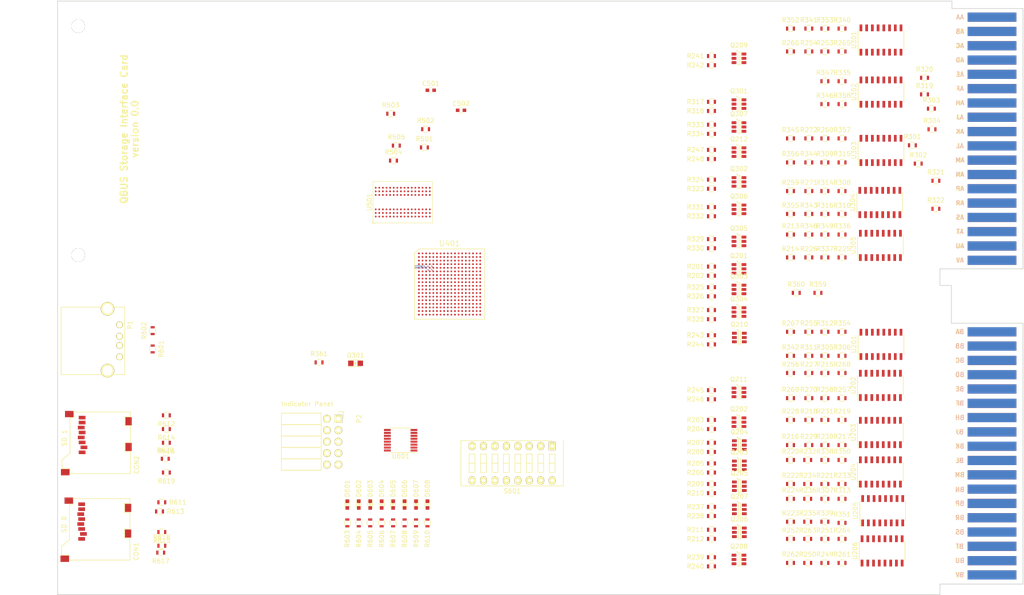
<source format=kicad_pcb>
(kicad_pcb (version 4) (host pcbnew 4.0.5+dfsg1-4)
  (title_block (title "QSIC w/ SMT driver") (rev 0.1))
  (layers (0 F.Cu signal) (1 GND.Cu power) (2 Pwr.Cu power) (31 B.Cu signal) (35 F.Paste user) (37 F.SilkS user) (39 F.Mask user) (44 Edge.Cuts user))
  (net 0 "")
  (net 1 GND)
  (net 2 +5V)
  (net 3 "Net-(Q201-Pad2)")
  (net 4 "Net-(Q202-Pad2)")
  (net 5 "Net-(Q203-Pad2)")
  (net 6 "Net-(Q204-Pad2)")
  (net 7 "Net-(Q205-Pad2)")
  (net 8 "Net-(Q206-Pad2)")
  (net 9 "Net-(Q209-Pad2)")
  (net 10 "Net-(Q210-Pad2)")
  (net 11 "Net-(Q211-Pad2)")
  (net 12 "Net-(Q207-Pad2)")
  (net 13 "Net-(B101-PadAB2)")
  (net 14 +12V)
  (net 15 "Net-(B101-PadBB2)")
  (net 16 "Net-(B101-PadBU1)")
  (net 17 "Net-(B101-PadBS1)")
  (net 18 "Net-(B101-PadBH1)")
  (net 19 "Net-(B101-PadAV1)")
  (net 20 "Net-(B101-PadAU1)")
  (net 21 "Net-(B101-PadAS1)")
  (net 22 "Net-(B101-PadAL1)")
  (net 23 "Net-(B101-PadAK1)")
  (net 24 "Net-(B101-PadAH1)")
  (net 25 "Net-(B101-PadAF1)")
  (net 26 "Net-(B101-PadAE1)")
  (net 27 "Net-(Q201-Pad5)")
  (net 28 "Net-(Q202-Pad5)")
  (net 29 "Net-(Q203-Pad5)")
  (net 30 "Net-(Q204-Pad5)")
  (net 31 "Net-(Q205-Pad5)")
  (net 32 "Net-(Q206-Pad5)")
  (net 33 "Net-(Q207-Pad5)")
  (net 34 "Net-(Q208-Pad2)")
  (net 35 "Net-(Q208-Pad5)")
  (net 36 "Net-(Q209-Pad5)")
  (net 37 "Net-(Q210-Pad5)")
  (net 38 "Net-(Q211-Pad5)")
  (net 39 "Net-(Q212-Pad2)")
  (net 40 "Net-(Q212-Pad5)")
  (net 41 "Net-(Q301-Pad2)")
  (net 42 "Net-(Q301-Pad5)")
  (net 43 "Net-(Q302-Pad2)")
  (net 44 "Net-(Q302-Pad5)")
  (net 45 "Net-(Q303-Pad2)")
  (net 46 "Net-(Q303-Pad5)")
  (net 47 "Net-(Q304-Pad2)")
  (net 48 "Net-(Q304-Pad5)")
  (net 49 "Net-(Q305-Pad2)")
  (net 50 "Net-(Q305-Pad5)")
  (net 51 "Net-(Q306-Pad2)")
  (net 52 "Net-(Q306-Pad5)")
  (net 53 "Net-(Q307-Pad2)")
  (net 54 "Net-(Q307-Pad5)")
  (net 55 +1V5)
  (net 56 "Net-(R305-Pad2)")
  (net 57 "Net-(R306-Pad2)")
  (net 58 "Net-(R307-Pad2)")
  (net 59 "Net-(R308-Pad2)")
  (net 60 "Net-(R309-Pad2)")
  (net 61 "Net-(R310-Pad2)")
  (net 62 +3V3)
  (net 63 "Net-(U401-PadL1)")
  (net 64 "Net-(U401-PadM1)")
  (net 65 "Net-(U401-PadN1)")
  (net 66 "Net-(U401-PadR1)")
  (net 67 "Net-(U401-PadT1)")
  (net 68 "Net-(U401-PadU1)")
  (net 69 "Net-(U401-PadV1)")
  (net 70 "Net-(U401-PadC2)")
  (net 71 "Net-(U401-PadM2)")
  (net 72 "Net-(U401-PadN2)")
  (net 73 "Net-(U401-PadP2)")
  (net 74 "Net-(U401-PadR2)")
  (net 75 "Net-(U401-PadU2)")
  (net 76 "Net-(U401-PadV2)")
  (net 77 "Net-(U401-PadK3)")
  (net 78 "Net-(U401-PadL3)")
  (net 79 "Net-(U401-PadM3)")
  (net 80 "Net-(U401-PadP3)")
  (net 81 "Net-(U401-PadR3)")
  (net 82 "Net-(U401-PadT3)")
  (net 83 "Net-(U401-PadU3)")
  (net 84 "Net-(U401-PadL4)")
  (net 85 "Net-(U401-PadM4)")
  (net 86 "Net-(U401-PadN4)")
  (net 87 "Net-(U401-PadP4)")
  (net 88 "Net-(U401-PadT4)")
  (net 89 "Net-(U401-PadU4)")
  (net 90 "Net-(U401-PadV4)")
  (net 91 "Net-(U401-PadK5)")
  (net 92 "Net-(U401-PadL5)")
  (net 93 "Net-(U401-PadN5)")
  (net 94 "Net-(U401-PadP5)")
  (net 95 "Net-(U401-PadR5)")
  (net 96 "Net-(U401-PadT5)")
  (net 97 "Net-(U401-PadV5)")
  (net 98 "Net-(U401-PadK6)")
  (net 99 "Net-(U401-PadL6)")
  (net 100 "Net-(U401-PadM6)")
  (net 101 "Net-(U401-PadN6)")
  (net 102 "Net-(U401-PadR6)")
  (net 103 "Net-(U401-PadT6)")
  (net 104 "Net-(U401-PadU6)")
  (net 105 "Net-(U401-PadV6)")
  (net 106 +1V0)
  (net 107 "Net-(U401-PadR7)")
  (net 108 "Net-(U401-PadU7)")
  (net 109 "Net-(U401-PadV7)")
  (net 110 "Net-(U401-PadA8)")
  (net 111 "Net-(U401-PadB8)")
  (net 112 "Net-(U401-PadR8)")
  (net 113 "Net-(U401-PadT8)")
  (net 114 "Net-(U401-PadU8)")
  (net 115 "Net-(U401-PadA9)")
  (net 116 "Net-(U401-PadB9)")
  (net 117 "Net-(U401-PadC9)")
  (net 118 "Net-(U401-PadD9)")
  (net 119 "Net-(U401-PadT9)")
  (net 120 "Net-(U401-PadU9)")
  (net 121 "Net-(U401-PadV9)")
  (net 122 "Net-(U401-PadA10)")
  (net 123 "Net-(U401-PadC10)")
  (net 124 "Net-(U401-PadD10)")
  (net 125 "Net-(U401-PadR10)")
  (net 126 "Net-(U401-PadT10)")
  (net 127 "Net-(U401-PadV10)")
  (net 128 "Net-(U401-PadA11)")
  (net 129 "Net-(U401-PadB11)")
  (net 130 "Net-(U401-PadC11)")
  (net 131 "Net-(U401-PadR11)")
  (net 132 "Net-(U401-PadT11)")
  (net 133 "Net-(U401-PadU11)")
  (net 134 "Net-(U401-PadV11)")
  (net 135 "Net-(U401-PadB12)")
  (net 136 "Net-(U401-PadC12)")
  (net 137 "Net-(U401-PadD12)")
  (net 138 +1V8)
  (net 139 "Net-(U401-PadR12)")
  (net 140 "Net-(U401-PadU12)")
  (net 141 "Net-(U401-PadV12)")
  (net 142 "Net-(U401-PadA13)")
  (net 143 "Net-(U401-PadB13)")
  (net 144 "Net-(U401-PadD13)")
  (net 145 "Net-(U401-PadF13)")
  (net 146 "Net-(U401-PadG13)")
  (net 147 "Net-(U401-PadJ13)")
  (net 148 "Net-(U401-PadK13)")
  (net 149 "Net-(U401-PadL13)")
  (net 150 "Net-(U401-PadM13)")
  (net 151 "Net-(U401-PadR13)")
  (net 152 "Net-(U401-PadT13)")
  (net 153 "Net-(U401-PadU13)")
  (net 154 "Net-(U401-PadA14)")
  (net 155 "Net-(U401-PadB14)")
  (net 156 "Net-(U401-PadC14)")
  (net 157 "Net-(U401-PadD14)")
  (net 158 "Net-(U401-PadF14)")
  (net 159 "Net-(U401-PadG14)")
  (net 160 "Net-(U401-PadH14)")
  (net 161 "Net-(U401-PadJ14)")
  (net 162 "Net-(U401-PadL14)")
  (net 163 "Net-(U401-PadM14)")
  (net 164 "Net-(U401-PadN14)")
  (net 165 "Net-(U401-PadP14)")
  (net 166 "Net-(U401-PadT14)")
  (net 167 "Net-(U401-PadU14)")
  (net 168 "Net-(U401-PadV14)")
  (net 169 "Net-(U401-PadA15)")
  (net 170 "Net-(U401-PadC15)")
  (net 171 "Net-(U401-PadD15)")
  (net 172 "Net-(U401-PadE15)")
  (net 173 "Net-(U401-PadF15)")
  (net 174 "Net-(U401-PadH15)")
  (net 175 "Net-(U401-PadJ15)")
  (net 176 "Net-(U401-PadK15)")
  (net 177 "Net-(U401-PadL15)")
  (net 178 "Net-(U401-PadN15)")
  (net 179 "Net-(U401-PadP15)")
  (net 180 "Net-(U401-PadR15)")
  (net 181 "Net-(U401-PadT15)")
  (net 182 "Net-(U401-PadV15)")
  (net 183 "Net-(U401-PadA16)")
  (net 184 "Net-(U401-PadB16)")
  (net 185 "Net-(U401-PadC16)")
  (net 186 "Net-(U401-PadE16)")
  (net 187 "Net-(U401-PadF16)")
  (net 188 "Net-(U401-PadG16)")
  (net 189 "Net-(U401-PadH16)")
  (net 190 "Net-(U401-PadK16)")
  (net 191 "Net-(U401-PadL16)")
  (net 192 "Net-(U401-PadM16)")
  (net 193 "Net-(U401-PadN16)")
  (net 194 "Net-(U401-PadR16)")
  (net 195 "Net-(U401-PadT16)")
  (net 196 "Net-(U401-PadU16)")
  (net 197 "Net-(U401-PadV16)")
  (net 198 "Net-(U401-PadB17)")
  (net 199 "Net-(U401-PadC17)")
  (net 200 "Net-(U401-PadD17)")
  (net 201 "Net-(U401-PadE17)")
  (net 202 "Net-(U401-PadG17)")
  (net 203 "Net-(U401-PadH17)")
  (net 204 "Net-(U401-PadJ17)")
  (net 205 "Net-(U401-PadK17)")
  (net 206 "Net-(U401-PadM17)")
  (net 207 "Net-(U401-PadN17)")
  (net 208 "Net-(U401-PadP17)")
  (net 209 "Net-(U401-PadR17)")
  (net 210 "Net-(U401-PadU17)")
  (net 211 "Net-(U401-PadV17)")
  (net 212 "Net-(U401-PadA18)")
  (net 213 "Net-(U401-PadB18)")
  (net 214 "Net-(U401-PadD18)")
  (net 215 "Net-(U401-PadE18)")
  (net 216 "Net-(U401-PadF18)")
  (net 217 "Net-(U401-PadG18)")
  (net 218 "Net-(U401-PadJ18)")
  (net 219 "Net-(U401-PadK18)")
  (net 220 "Net-(U401-PadL18)")
  (net 221 "Net-(U401-PadM18)")
  (net 222 "Net-(U401-PadP18)")
  (net 223 "Net-(U401-PadR18)")
  (net 224 "Net-(U401-PadT18)")
  (net 225 "Net-(U401-PadU18)")
  (net 226 /Memory/VREF15)
  (net 227 /Memory/RESET#)
  (net 228 /Memory/CK#)
  (net 229 /Memory/CK)
  (net 230 "Net-(R505-Pad1)")
  (net 231 /Memory/BA1)
  (net 232 /Memory/CKE)
  (net 233 /Memory/DQL5)
  (net 234 /Memory/DQL3)
  (net 235 /Memory/DQL1)
  (net 236 /Memory/DML)
  (net 237 /Memory/DQL0)
  (net 238 /Memory/DQU6)
  (net 239 /Memory/A10)
  (net 240 /Memory/DQL7)
  (net 241 /Memory/DQL2)
  (net 242 /Memory/DQSL)
  (net 243 /Memory/DQU4)
  (net 244 /Memory/DQU7)
  (net 245 /Memory/A4)
  (net 246 /Memory/A12)
  (net 247 /Memory/CAS#)
  (net 248 /Memory/RAS#)
  (net 249 /Memory/DQL6)
  (net 250 /Memory/DQU2)
  (net 251 /Memory/DQU5)
  (net 252 /Memory/A6)
  (net 253 /Memory/WE#)
  (net 254 /Memory/DQL4)
  (net 255 /Memory/DQU0)
  (net 256 /Memory/DQSU#)
  (net 257 /Memory/DQSU)
  (net 258 /Memory/A11)
  (net 259 /Memory/A3)
  (net 260 /Memory/BA0)
  (net 261 /Memory/ODT)
  (net 262 /Memory/DQU1)
  (net 263 /Memory/A8)
  (net 264 /Memory/A1)
  (net 265 /Memory/A7)
  (net 266 /Memory/BA2)
  (net 267 /Memory/DMU)
  (net 268 /Memory/DQU3)
  (net 269 /Memory/A13)
  (net 270 /Memory/A2)
  (net 271 /Memory/A5)
  (net 272 /Memory/A9)
  (net 273 /Memory/DQSL#)
  (net 274 "Net-(U501-PadL2)")
  (net 275 /Memory/A0)
  (net 276 /Memory/A14)
  (net 277 "/Bus Control/BDOUT")
  (net 278 "/Bus Control/BRPLY")
  (net 279 "/Bus Control/BDIN")
  (net 280 "/Bus Control/BSYNC")
  (net 281 /Address/Data/BWTBT)
  (net 282 "/Bus Control/BIRQ4")
  (net 283 "/Bus Control/BIAKI")
  (net 284 "/Bus Control/BIAKO")
  (net 285 /Address/Data/BBS7)
  (net 286 "/Bus Control/BDMGI")
  (net 287 "/Bus Control/BDMGO")
  (net 288 "/Bus Control/BINIT")
  (net 289 /BDAL0)
  (net 290 /BDAL1)
  (net 291 /BDAL2)
  (net 292 /BDAL3)
  (net 293 /BDAL4)
  (net 294 /BDAL5)
  (net 295 /BDAL6)
  (net 296 /BDAL7)
  (net 297 /BDAL8)
  (net 298 /BDAL9)
  (net 299 /BDAL10)
  (net 300 /BDAL11)
  (net 301 /BDAL12)
  (net 302 /BDAL13)
  (net 303 /BDAL14)
  (net 304 /BDAL15)
  (net 305 "/Bus Control/BEVNT")
  (net 306 "/Bus Control/BIRQ7")
  (net 307 "/Bus Control/BSACK")
  (net 308 /BDAL21)
  (net 309 /BDAL20)
  (net 310 /BDAL19)
  (net 311 /BDAL18)
  (net 312 "/Bus Control/BPOK")
  (net 313 "/Bus Control/BDCOK")
  (net 314 "/Bus Control/BREF")
  (net 315 "/Bus Control/BHALT")
  (net 316 "/Bus Control/BDMR")
  (net 317 /BDAL17)
  (net 318 /BDAL16)
  (net 319 "/Bus Control/BIRQ6")
  (net 320 "/Bus Control/BIRQ5")
  (net 321 /Address/Data/TDAL0)
  (net 322 /Address/Data/TDAL1)
  (net 323 /Address/Data/TDAL2)
  (net 324 /Address/Data/TDAL3)
  (net 325 /Address/Data/TDAL4)
  (net 326 /Address/Data/TDAL5)
  (net 327 /Address/Data/TDAL6)
  (net 328 /Address/Data/TDAL7)
  (net 329 /Address/Data/TDAL8)
  (net 330 /Address/Data/TDAL9)
  (net 331 /Address/Data/TDAL10)
  (net 332 /Address/Data/TDAL11)
  (net 333 "Net-(R213-Pad1)")
  (net 334 "Net-(R214-Pad1)")
  (net 335 "Net-(R215-Pad1)")
  (net 336 "Net-(R216-Pad1)")
  (net 337 "Net-(R217-Pad1)")
  (net 338 "Net-(R218-Pad1)")
  (net 339 "Net-(R219-Pad1)")
  (net 340 "Net-(R220-Pad1)")
  (net 341 "Net-(R221-Pad1)")
  (net 342 "Net-(R222-Pad1)")
  (net 343 "Net-(R223-Pad1)")
  (net 344 "Net-(R224-Pad1)")
  (net 345 /Address/Data/RDAL0)
  (net 346 /Address/Data/RDAL1)
  (net 347 /Address/Data/RDAL2)
  (net 348 /Address/Data/RDAL3)
  (net 349 /Address/Data/RDAL4)
  (net 350 /Address/Data/RDAL5)
  (net 351 /Address/Data/RDAL6)
  (net 352 /Address/Data/RDAL7)
  (net 353 /Address/Data/RDAL8)
  (net 354 /Address/Data/RDAL9)
  (net 355 /Address/Data/RDAL10)
  (net 356 /Address/Data/RDAL11)
  (net 357 /Address/Data/TDAL12)
  (net 358 /Address/Data/TDAL13)
  (net 359 /Address/Data/TDAL14)
  (net 360 /Address/Data/TDAL15)
  (net 361 /Address/Data/TDAL16)
  (net 362 /Address/Data/TDAL17)
  (net 363 /Address/Data/TDAL18)
  (net 364 /Address/Data/TDAL19)
  (net 365 /Address/Data/TDAL20)
  (net 366 /Address/Data/TDAL21)
  (net 367 /TBS7)
  (net 368 /TWTBT)
  (net 369 "Net-(R249-Pad1)")
  (net 370 "Net-(R250-Pad1)")
  (net 371 "Net-(R251-Pad1)")
  (net 372 "Net-(R252-Pad1)")
  (net 373 "Net-(R253-Pad1)")
  (net 374 "Net-(R254-Pad1)")
  (net 375 "Net-(R255-Pad1)")
  (net 376 "Net-(R256-Pad1)")
  (net 377 "Net-(R257-Pad1)")
  (net 378 "Net-(R258-Pad1)")
  (net 379 "Net-(R259-Pad1)")
  (net 380 "Net-(R260-Pad1)")
  (net 381 /Address/Data/RDAL12)
  (net 382 /Address/Data/RDAL13)
  (net 383 /Address/Data/RDAL14)
  (net 384 /Address/Data/RDAL15)
  (net 385 /Address/Data/RDAL16)
  (net 386 /Address/Data/RDAL17)
  (net 387 /Address/Data/RDAL18)
  (net 388 /Address/Data/RDAL19)
  (net 389 /Address/Data/RDAL20)
  (net 390 /Address/Data/RDAL21)
  (net 391 /RBS7)
  (net 392 /RWTBT)
  (net 393 /RPOK)
  (net 394 /RDCOK)
  (net 395 /REVNT)
  (net 396 /RHALT)
  (net 397 /RIAKI)
  (net 398 /RDMGI)
  (net 399 /TIAKO)
  (net 400 /TDMGO)
  (net 401 /TSYNC)
  (net 402 /TDIN)
  (net 403 /TDOUT)
  (net 404 /TRPLY)
  (net 405 /TREF)
  (net 406 /TINIT)
  (net 407 /TDMR)
  (net 408 /TSACK)
  (net 409 /TIRQ4)
  (net 410 /TIRQ5)
  (net 411 /TIRQ6)
  (net 412 /TIRQ7)
  (net 413 "Net-(R335-Pad1)")
  (net 414 "Net-(R336-Pad1)")
  (net 415 "Net-(R337-Pad1)")
  (net 416 "Net-(R338-Pad1)")
  (net 417 "Net-(R339-Pad1)")
  (net 418 "Net-(R340-Pad1)")
  (net 419 "Net-(R341-Pad1)")
  (net 420 "Net-(R342-Pad1)")
  (net 421 "Net-(R343-Pad1)")
  (net 422 "Net-(R344-Pad1)")
  (net 423 "Net-(R345-Pad1)")
  (net 424 "Net-(R346-Pad1)")
  (net 425 /RSYNC)
  (net 426 /RDIN)
  (net 427 /RDOUT)
  (net 428 /RRPLY)
  (net 429 /RREF)
  (net 430 /RINIT)
  (net 431 /RDMR)
  (net 432 /RSACK)
  (net 433 /RIRQ4)
  (net 434 /RIRQ5)
  (net 435 /RIRQ6)
  (net 436 /RIRQ7)
  (net 437 /I/O/SD0_NC2)
  (net 438 /I/O/SD0_~CS~/CD)
  (net 439 /I/O/SD0_DI)
  (net 440 /I/O/SD0_CLK)
  (net 441 /I/O/SD0_DO)
  (net 442 /I/O/SD0_NC1)
  (net 443 /I/O/SD1_NC2)
  (net 444 /I/O/SD1_~CS~/CD)
  (net 445 /I/O/SD1_DI)
  (net 446 /I/O/SD1_CLK)
  (net 447 /I/O/SD1_DO)
  (net 448 /I/O/SD1_NC1)
  (net 449 "Net-(D301-Pad1)")
  (net 450 /I/O/USB_D+)
  (net 451 /I/O/USB_D-)
  (net 452 +5V_USB)
  (net 453 /I/O/IPlatch_P)
  (net 454 /I/O/IPlatch_N)
  (net 455 /I/O/IPdata_P)
  (net 456 /I/O/IPdata_N)
  (net 457 "Net-(P2-Pad5)")
  (net 458 "Net-(P2-Pad6)")
  (net 459 /I/O/IPclk_P)
  (net 460 /I/O/IPclk_N)
  (net 461 /I/O/IPblank_P)
  (net 462 /I/O/IPblank_N)
  (net 463 "Net-(R361-Pad2)")
  (net 464 "Net-(U401-PadP7)")
  (net 465 "Net-(U401-PadE8)")
  (net 466 "Net-(U401-PadE9)")
  (net 467 "Net-(U401-PadK9)")
  (net 468 "Net-(U401-PadL9)")
  (net 469 "Net-(U401-PadP9)")
  (net 470 "Net-(U401-PadE10)")
  (net 471 "Net-(U401-PadJ10)")
  (net 472 "Net-(U401-PadL10)")
  (net 473 "Net-(U401-PadE11)")
  (net 474 "Net-(U401-PadP11)")
  (net 475 "Net-(U401-PadE12)")
  (net 476 "Net-(U401-PadP12)")
  (net 477 "Net-(U401-PadE13)")
  (net 478 "Net-(U401-PadP13)")
  (net 479 /I/O/IPclk)
  (net 480 /I/O/IPdata)
  (net 481 /I/O/IPlatch)
  (net 482 /I/O/IPblank)
  (net 483 VDD)
  (net 484 "Net-(D601-Pad2)")
  (net 485 /I/O/LED_0)
  (net 486 "Net-(D602-Pad2)")
  (net 487 /I/O/LED_1)
  (net 488 "Net-(D603-Pad2)")
  (net 489 /I/O/LED_2)
  (net 490 "Net-(D604-Pad2)")
  (net 491 /I/O/LED_3)
  (net 492 "Net-(D605-Pad2)")
  (net 493 /I/O/LED_4)
  (net 494 "Net-(D606-Pad2)")
  (net 495 /I/O/LED_5)
  (net 496 "Net-(D607-Pad2)")
  (net 497 /I/O/LED_6)
  (net 498 "Net-(D608-Pad2)")
  (net 499 /I/O/LED_7)
  (net 500 /I/O/DIP_0)
  (net 501 /I/O/DIP_1)
  (net 502 /I/O/DIP_2)
  (net 503 /I/O/DIP_3)
  (net 504 /I/O/DIP_4)
  (net 505 /I/O/DIP_5)
  (net 506 /I/O/DIP_6)
  (net 507 /I/O/DIP_7)
  (module microSD-3M-2900-series (layer F.Cu) (at 35.8 116.37 90)
    (fp_text reference CON2 (at -12 14 90) (layer F.SilkS))
    (fp_text value "SD 1" (at -6 -2 90) (layer F.SilkS))
    (pad 9 smd rect (at -0.7 -0.95 90) (size 1.4 1.9) (layers F.Cu F.Paste F.Mask))
    (pad 9 smd rect (at -13.6 -1.85 90) (size 1.4 1.9) (layers F.Cu F.Paste F.Mask))
    (pad 9 smd rect (at -2.3 12.2 90) (size 1.8 1.4) (layers F.Cu F.Paste F.Mask))
    (pad 9 smd rect (at -8 12.2 90) (size 1.8 1.4) (layers F.Cu F.Paste F.Mask))
    (pad 1 smd rect (at -9.19 1.9 90) (size 0.8 1.5) (layers F.Cu F.Paste F.Mask) (net 443 /I/O/SD1_NC2))
    (pad 2 smd rect (at -8.09 2.3 90) (size 0.8 1.5) (layers F.Cu F.Paste F.Mask) (net 444 /I/O/SD1_~CS~/CD))
    (pad 3 smd rect (at -6.99 1.9 90) (size 0.8 1.5) (layers F.Cu F.Paste F.Mask) (net 445 /I/O/SD1_DI))
    (pad 4 smd rect (at -5.89 1.7 90) (size 0.8 1.5) (layers F.Cu F.Paste F.Mask) (net 62 +3V3))
    (pad 5 smd rect (at -4.79 1.9 90) (size 0.8 1.5) (layers F.Cu F.Paste F.Mask) (net 446 /I/O/SD1_CLK))
    (pad 6 smd rect (at -3.69 1.7 90) (size 0.8 1.5) (layers F.Cu F.Paste F.Mask) (net 1 GND))
    (pad 7 smd rect (at -2.59 1.9 90) (size 0.8 1.5) (layers F.Cu F.Paste F.Mask) (net 447 /I/O/SD1_DO))
    (pad 8 smd rect (at -1.49 1.9 90) (size 0.8 1.5) (layers F.Cu F.Paste F.Mask) (net 448 /I/O/SD1_NC1))
  )
  (module Mounting_Holes:MountingHole_3mm (layer F.Cu) (at 36.83 30.9626)
    (fp_text reference h1 hide)
    (fp_text value MountingHole_3mm)
    (pad 1 thru_hole circle (at 0 0) (size 3 3) (drill 3) (layers))
  )
  (module Mounting_Holes:MountingHole_3mm (layer F.Cu) (at 36.83 81.7626)
    (fp_text reference h2 hide)
    (fp_text value MountingHole_3mm)
    (pad 1 thru_hole circle (at 0 0) (size 3 3) (drill 3) (layers))
  )
  (module myMods.pretty:DEC-Handle (layer F.Cu) (at 32.258 56.388 90)
    (fp_text reference REF** hide)
    (fp_text value "DEC Handle" hide)
  )
  (module myMods.pretty:Qbus-double (layer F.Cu) (at 246.38 25.4 90)
    (fp_text reference B101 hide)
    (fp_text value QBUS)
    (fp_text user BA (at -73.406 -14.02 180) (layer B.SilkS) (effects (justify mirror)))
    (fp_text user BV (at -127.381 -14.02 180) (layer B.SilkS) (effects (justify mirror)))
    (fp_text user BB (at -76.581 -14.02 180) (layer B.SilkS) (effects (justify mirror)))
    (fp_text user BC (at -79.756 -14.02 180) (layer B.SilkS) (effects (justify mirror)))
    (fp_text user BD (at -82.931 -14.02 180) (layer B.SilkS) (effects (justify mirror)))
    (fp_text user BE (at -86.106 -14.02 180) (layer B.SilkS) (effects (justify mirror)))
    (fp_text user BF (at -89.281 -14.02 180) (layer B.SilkS) (effects (justify mirror)))
    (fp_text user BH (at -92.456 -14.02 180) (layer B.SilkS) (effects (justify mirror)))
    (fp_text user BJ (at -95.631 -14.02 180) (layer B.SilkS) (effects (justify mirror)))
    (fp_text user BK (at -98.806 -14.02 180) (layer B.SilkS) (effects (justify mirror)))
    (fp_text user BL (at -101.981 -14.02 180) (layer B.SilkS) (effects (justify mirror)))
    (fp_text user BM (at -105.156 -14.02 180) (layer B.SilkS) (effects (justify mirror)))
    (fp_text user BN (at -108.458 -14.02 180) (layer B.SilkS) (effects (justify mirror)))
    (fp_text user BP (at -111.506 -14.02 180) (layer B.SilkS) (effects (justify mirror)))
    (fp_text user BR (at -114.681 -14.02 180) (layer B.SilkS) (effects (justify mirror)))
    (fp_text user BS (at -117.856 -14.02 180) (layer B.SilkS) (effects (justify mirror)))
    (fp_text user BT (at -121.031 -14.02 180) (layer B.SilkS) (effects (justify mirror)))
    (fp_text user BU (at -124.206 -14.02 180) (layer B.SilkS) (effects (justify mirror)))
    (fp_text user BU (at -124.206 -13.97 180) (layer F.SilkS))
    (fp_text user BT (at -121.031 -13.97 180) (layer F.SilkS))
    (fp_text user BS (at -117.856 -13.97 180) (layer F.SilkS))
    (fp_text user BR (at -114.681 -13.97 180) (layer F.SilkS))
    (fp_text user BP (at -111.506 -13.97 180) (layer F.SilkS))
    (fp_text user BN (at -108.458 -13.97 180) (layer F.SilkS))
    (fp_text user BM (at -105.156 -13.97 180) (layer F.SilkS))
    (fp_text user BL (at -101.981 -13.97 180) (layer F.SilkS))
    (fp_text user BK (at -98.806 -13.97 180) (layer F.SilkS))
    (fp_text user BJ (at -95.631 -13.97 180) (layer F.SilkS))
    (fp_text user BH (at -92.456 -13.97 180) (layer F.SilkS))
    (fp_text user BF (at -89.281 -13.97 180) (layer F.SilkS))
    (fp_text user BE (at -86.106 -13.97 180) (layer F.SilkS))
    (fp_text user BD (at -82.931 -13.97 180) (layer F.SilkS))
    (fp_text user BC (at -79.756 -13.97 180) (layer F.SilkS))
    (fp_text user BB (at -76.581 -13.97 180) (layer F.SilkS))
    (fp_text user AU (at -54.356 -13.97 180) (layer F.SilkS))
    (fp_text user AT (at -51.181 -13.97 180) (layer F.SilkS))
    (fp_text user AS (at -48.006 -13.97 180) (layer F.SilkS))
    (fp_text user AR (at -44.831 -13.97 180) (layer F.SilkS))
    (fp_text user AP (at -41.656 -13.97 180) (layer F.SilkS))
    (fp_text user AM (at -35.306 -13.97 180) (layer F.SilkS))
    (fp_text user AN (at -38.481 -13.97 180) (layer F.SilkS))
    (fp_text user AL (at -32.131 -13.97 180) (layer F.SilkS))
    (fp_text user AK (at -28.956 -13.97 180) (layer F.SilkS))
    (fp_text user AJ (at -25.781 -13.97 180) (layer F.SilkS))
    (fp_text user AH (at -22.606 -13.97 180) (layer F.SilkS))
    (fp_text user AF (at -19.431 -13.97 180) (layer F.SilkS))
    (fp_text user AE (at -16.256 -13.97 180) (layer F.SilkS))
    (fp_text user AD (at -13.081 -13.97 180) (layer F.SilkS))
    (fp_text user AC (at -9.906 -13.97 180) (layer F.SilkS))
    (fp_text user AB (at -6.731 -13.97 180) (layer F.SilkS))
    (fp_text user BV (at -127.381 -13.97 180) (layer F.SilkS))
    (fp_text user BA (at -73.406 -13.97 180) (layer F.SilkS))
    (fp_text user AV (at -57.531 -13.97 180) (layer F.SilkS))
    (fp_text user AA (at -3.556 -13.97 180) (layer F.SilkS))
    (fp_text user AB (at -6.731 -13.97 180) (layer B.SilkS) (effects (justify mirror)))
    (fp_text user AC (at -9.906 -13.97 180) (layer B.SilkS) (effects (justify mirror)))
    (fp_text user AF (at -19.431 -13.97 180) (layer B.SilkS) (effects (justify mirror)))
    (fp_text user AE (at -16.256 -13.97 180) (layer B.SilkS) (effects (justify mirror)))
    (fp_text user AD (at -13.081 -13.97 180) (layer B.SilkS) (effects (justify mirror)))
    (fp_text user AA (at -3.556 -13.97 180) (layer B.SilkS) (effects (justify mirror)))
    (fp_text user AK (at -28.956 -13.97 180) (layer B.SilkS) (effects (justify mirror)))
    (fp_text user AM (at -35.306 -13.97 180) (layer B.SilkS) (effects (justify mirror)))
    (fp_text user AN (at -38.481 -13.97 180) (layer B.SilkS) (effects (justify mirror)))
    (fp_text user AL (at -32.131 -13.97 180) (layer B.SilkS) (effects (justify mirror)))
    (fp_text user AJ (at -25.781 -13.97 180) (layer B.SilkS) (effects (justify mirror)))
    (fp_text user AH (at -22.606 -13.97 180) (layer B.SilkS) (effects (justify mirror)))
    (fp_text user AU (at -54.356 -13.97 180) (layer B.SilkS) (effects (justify mirror)))
    (fp_text user AT (at -51.181 -13.97 180) (layer B.SilkS) (effects (justify mirror)))
    (fp_text user AS (at -48.006 -13.97 180) (layer B.SilkS) (effects (justify mirror)))
    (fp_text user AR (at -44.831 -13.97 180) (layer B.SilkS) (effects (justify mirror)))
    (fp_text user AP (at -41.656 -13.97 180) (layer B.SilkS) (effects (justify mirror)))
    (fp_text user AV (at -57.531 -13.97 180) (layer B.SilkS) (effects (justify mirror)))
    (pad AA2 connect rect (at -3.556 -6.858 90) (size 2.032 10.795) (layers B.Cu) (net 2 +5V))
    (pad AB2 connect rect (at -6.731 -6.858 90) (size 2.032 10.795) (layers B.Cu) (net 13 "Net-(B101-PadAB2)"))
    (pad AC2 connect rect (at -9.906 -6.858 90) (size 2.032 10.795) (layers B.Cu) (net 1 GND))
    (pad AD2 connect rect (at -13.081 -6.858 90) (size 2.032 10.795) (layers B.Cu) (net 14 +12V))
    (pad AE2 connect rect (at -16.256 -6.858 90) (size 2.032 10.795) (layers B.Cu) (net 277 "/Bus Control/BDOUT"))
    (pad AF2 connect rect (at -19.431 -6.858 90) (size 2.032 10.795) (layers B.Cu) (net 278 "/Bus Control/BRPLY"))
    (pad AH2 connect rect (at -22.606 -6.858 90) (size 2.032 10.795) (layers B.Cu) (net 279 "/Bus Control/BDIN"))
    (pad AJ2 connect rect (at -25.781 -6.858 90) (size 2.032 10.795) (layers B.Cu) (net 280 "/Bus Control/BSYNC"))
    (pad AK2 connect rect (at -28.956 -6.858 90) (size 2.032 10.795) (layers B.Cu) (net 281 /Address/Data/BWTBT))
    (pad AL2 connect rect (at -32.131 -6.858 90) (size 2.032 10.795) (layers B.Cu) (net 282 "/Bus Control/BIRQ4"))
    (pad AM2 connect rect (at -35.306 -6.858 90) (size 2.032 10.795) (layers B.Cu) (net 283 "/Bus Control/BIAKI"))
    (pad AN2 connect rect (at -38.481 -6.858 90) (size 2.032 10.795) (layers B.Cu) (net 284 "/Bus Control/BIAKO"))
    (pad AP2 connect rect (at -41.656 -6.858 90) (size 2.032 10.795) (layers B.Cu) (net 285 /Address/Data/BBS7))
    (pad AR2 connect rect (at -44.831 -6.858 90) (size 2.032 10.795) (layers B.Cu) (net 286 "/Bus Control/BDMGI"))
    (pad AS2 connect rect (at -48.006 -6.858 90) (size 2.032 10.795) (layers B.Cu) (net 287 "/Bus Control/BDMGO"))
    (pad AT2 connect rect (at -51.181 -6.858 90) (size 2.032 10.795) (layers B.Cu) (net 288 "/Bus Control/BINIT"))
    (pad AU2 connect rect (at -54.356 -6.858 90) (size 2.032 10.795) (layers B.Cu) (net 289 /BDAL0))
    (pad AV2 connect rect (at -57.531 -6.858 90) (size 2.032 10.795) (layers B.Cu) (net 290 /BDAL1))
    (pad BA2 connect rect (at -73.406 -6.858 90) (size 2.032 10.795) (layers B.Cu) (net 2 +5V))
    (pad BB2 connect rect (at -76.581 -6.858 90) (size 2.032 10.795) (layers B.Cu) (net 15 "Net-(B101-PadBB2)"))
    (pad BC2 connect rect (at -79.756 -6.858 90) (size 2.032 10.795) (layers B.Cu) (net 1 GND))
    (pad BD2 connect rect (at -82.931 -6.858 90) (size 2.032 10.795) (layers B.Cu) (net 14 +12V))
    (pad BE2 connect rect (at -86.106 -6.858 90) (size 2.032 10.795) (layers B.Cu) (net 291 /BDAL2))
    (pad BF2 connect rect (at -89.281 -6.858 90) (size 2.032 10.795) (layers B.Cu) (net 292 /BDAL3))
    (pad BH2 connect rect (at -92.456 -6.858 90) (size 2.032 10.795) (layers B.Cu) (net 293 /BDAL4))
    (pad BJ2 connect rect (at -95.631 -6.858 90) (size 2.032 10.795) (layers B.Cu) (net 294 /BDAL5))
    (pad BK2 connect rect (at -98.806 -6.858 90) (size 2.032 10.795) (layers B.Cu) (net 295 /BDAL6))
    (pad BL2 connect rect (at -101.981 -6.858 90) (size 2.032 10.795) (layers B.Cu) (net 296 /BDAL7))
    (pad BM2 connect rect (at -105.156 -6.858 90) (size 2.032 10.795) (layers B.Cu) (net 297 /BDAL8))
    (pad BN2 connect rect (at -108.331 -6.858 90) (size 2.032 10.795) (layers B.Cu) (net 298 /BDAL9))
    (pad BP2 connect rect (at -111.506 -6.858 90) (size 2.032 10.795) (layers B.Cu) (net 299 /BDAL10))
    (pad BR2 connect rect (at -114.681 -6.858 90) (size 2.032 10.795) (layers B.Cu) (net 300 /BDAL11))
    (pad BS2 connect rect (at -117.856 -6.858 90) (size 2.032 10.795) (layers B.Cu) (net 301 /BDAL12))
    (pad BT2 connect rect (at -121.031 -6.858 90) (size 2.032 10.795) (layers B.Cu) (net 302 /BDAL13))
    (pad BU2 connect rect (at -124.206 -6.858 90) (size 2.032 10.795) (layers B.Cu) (net 303 /BDAL14))
    (pad BV2 connect rect (at -127.381 -6.858 90) (size 2.032 10.795) (layers B.Cu) (net 304 /BDAL15))
    (pad BV1 connect rect (at -127.381 -6.858 90) (size 2.032 10.795) (layers F.Cu F.Mask) (net 2 +5V))
    (pad BU1 connect rect (at -124.206 -6.858 90) (size 2.032 10.795) (layers F.Cu F.Mask) (net 16 "Net-(B101-PadBU1)"))
    (pad BT1 connect rect (at -121.031 -6.858 90) (size 2.032 10.795) (layers F.Cu F.Mask) (net 1 GND))
    (pad BS1 connect rect (at -117.856 -6.858 90) (size 2.032 10.795) (layers F.Cu F.Mask) (net 17 "Net-(B101-PadBS1)"))
    (pad BR1 connect rect (at -114.681 -6.858 90) (size 2.032 10.795) (layers F.Cu F.Mask) (net 305 "/Bus Control/BEVNT"))
    (pad BP1 connect rect (at -111.506 -6.858 90) (size 2.032 10.795) (layers F.Cu F.Mask) (net 306 "/Bus Control/BIRQ7"))
    (pad BN1 connect rect (at -108.331 -6.858 90) (size 2.032 10.795) (layers F.Cu F.Mask) (net 307 "/Bus Control/BSACK"))
    (pad BM1 connect rect (at -105.156 -6.858 90) (size 2.032 10.795) (layers F.Cu F.Mask))
    (pad BL1 connect rect (at -101.981 -6.858 90) (size 2.032 10.795) (layers F.Cu F.Mask))
    (pad BK1 connect rect (at -98.806 -6.858 90) (size 2.032 10.795) (layers F.Cu F.Mask))
    (pad BJ1 connect rect (at -95.631 -6.858 90) (size 2.032 10.795) (layers F.Cu F.Mask) (net 1 GND))
    (pad BH1 connect rect (at -92.456 -6.858 90) (size 2.032 10.795) (layers F.Cu F.Mask) (net 18 "Net-(B101-PadBH1)"))
    (pad BF1 connect rect (at -89.281 -6.858 90) (size 2.032 10.795) (layers F.Cu F.Mask) (net 308 /BDAL21))
    (pad BE1 connect rect (at -86.106 -6.858 90) (size 2.032 10.795) (layers F.Cu F.Mask) (net 309 /BDAL20))
    (pad BD1 connect rect (at -82.931 -6.858 90) (size 2.032 10.795) (layers F.Cu F.Mask) (net 310 /BDAL19))
    (pad BC1 connect rect (at -79.756 -6.858 90) (size 2.032 10.795) (layers F.Cu F.Mask) (net 311 /BDAL18))
    (pad BB1 connect rect (at -76.581 -6.858 90) (size 2.032 10.795) (layers F.Cu F.Mask) (net 312 "/Bus Control/BPOK"))
    (pad BA1 connect rect (at -73.406 -6.858 90) (size 2.032 10.795) (layers F.Cu F.Mask) (net 313 "/Bus Control/BDCOK"))
    (pad AV1 connect rect (at -57.531 -6.858 90) (size 2.032 10.795) (layers F.Cu F.Mask) (net 19 "Net-(B101-PadAV1)"))
    (pad AU1 connect rect (at -54.356 -6.858 90) (size 2.032 10.795) (layers F.Cu F.Mask) (net 20 "Net-(B101-PadAU1)"))
    (pad AT1 connect rect (at -51.181 -6.858 90) (size 2.032 10.795) (layers F.Cu F.Mask) (net 1 GND))
    (pad AS1 connect rect (at -48.006 -6.858 90) (size 2.032 10.795) (layers F.Cu F.Mask) (net 21 "Net-(B101-PadAS1)"))
    (pad AR1 connect rect (at -44.831 -6.858 90) (size 2.032 10.795) (layers F.Cu F.Mask) (net 314 "/Bus Control/BREF"))
    (pad AP1 connect rect (at -41.656 -6.858 90) (size 2.032 10.795) (layers F.Cu F.Mask) (net 315 "/Bus Control/BHALT"))
    (pad AN1 connect rect (at -38.481 -6.858 90) (size 2.032 10.795) (layers F.Cu F.Mask) (net 316 "/Bus Control/BDMR"))
    (pad AM1 connect rect (at -35.306 -6.858 90) (size 2.032 10.795) (layers F.Cu F.Mask) (net 1 GND))
    (pad AL1 connect rect (at -32.131 -6.858 90) (size 2.032 10.795) (layers F.Cu F.Mask) (net 22 "Net-(B101-PadAL1)"))
    (pad AK1 connect rect (at -28.956 -6.858 90) (size 2.032 10.795) (layers F.Cu F.Mask) (net 23 "Net-(B101-PadAK1)"))
    (pad AJ1 connect rect (at -25.781 -6.858 90) (size 2.032 10.795) (layers F.Cu F.Mask) (net 1 GND))
    (pad AH1 connect rect (at -22.606 -6.858 90) (size 2.032 10.795) (layers F.Cu F.Mask) (net 24 "Net-(B101-PadAH1)"))
    (pad AF1 connect rect (at -19.431 -6.858 90) (size 2.032 10.795) (layers F.Cu F.Mask) (net 25 "Net-(B101-PadAF1)"))
    (pad AE1 connect rect (at -16.256 -6.858 90) (size 2.032 10.795) (layers F.Cu F.Mask) (net 26 "Net-(B101-PadAE1)"))
    (pad AD1 connect rect (at -13.081 -6.858 90) (size 2.032 10.795) (layers F.Cu F.Mask) (net 317 /BDAL17))
    (pad AC1 connect rect (at -9.906 -6.858 90) (size 2.032 10.795) (layers F.Cu F.Mask) (net 318 /BDAL16))
    (pad AB1 connect rect (at -6.731 -6.858 90) (size 2.032 10.795) (layers F.Cu F.Mask) (net 319 "/Bus Control/BIRQ6"))
    (pad AA1 connect rect (at -3.556 -6.858 90) (size 2.032 10.795) (layers F.Cu F.Mask) (net 320 "/Bus Control/BIRQ5"))
  )
  (module TO_SOT_Packages_SMD:SOT-23-6 (layer F.Cu) (at 183.388 84.836)
    (fp_text reference Q201 (at 0 -2.9) (layer F.SilkS))
    (fp_text value Dual_NMOS)
    (pad 1 smd rect (at -1.1 -0.95) (size 1.06 0.65) (layers F.Cu F.Paste F.Mask) (net 1 GND))
    (pad 2 smd rect (at -1.1 0) (size 1.06 0.65) (layers F.Cu F.Paste F.Mask) (net 3 "Net-(Q201-Pad2)"))
    (pad 3 smd rect (at -1.1 0.95) (size 1.06 0.65) (layers F.Cu F.Paste F.Mask) (net 290 /BDAL1))
    (pad 4 smd rect (at 1.1 0.95) (size 1.06 0.65) (layers F.Cu F.Paste F.Mask) (net 1 GND))
    (pad 6 smd rect (at 1.1 -0.95) (size 1.06 0.65) (layers F.Cu F.Paste F.Mask) (net 289 /BDAL0))
    (pad 5 smd rect (at 1.1 0) (size 1.06 0.65) (layers F.Cu F.Paste F.Mask) (net 27 "Net-(Q201-Pad5)"))
  )
  (module TO_SOT_Packages_SMD:SOT-23-6 (layer F.Cu) (at 183.388 118.872)
    (fp_text reference Q202 (at 0 -2.9) (layer F.SilkS))
    (fp_text value Dual_NMOS)
    (pad 1 smd rect (at -1.1 -0.95) (size 1.06 0.65) (layers F.Cu F.Paste F.Mask) (net 1 GND))
    (pad 2 smd rect (at -1.1 0) (size 1.06 0.65) (layers F.Cu F.Paste F.Mask) (net 4 "Net-(Q202-Pad2)"))
    (pad 3 smd rect (at -1.1 0.95) (size 1.06 0.65) (layers F.Cu F.Paste F.Mask) (net 292 /BDAL3))
    (pad 4 smd rect (at 1.1 0.95) (size 1.06 0.65) (layers F.Cu F.Paste F.Mask) (net 1 GND))
    (pad 6 smd rect (at 1.1 -0.95) (size 1.06 0.65) (layers F.Cu F.Paste F.Mask) (net 291 /BDAL2))
    (pad 5 smd rect (at 1.1 0) (size 1.06 0.65) (layers F.Cu F.Paste F.Mask) (net 28 "Net-(Q202-Pad5)"))
  )
  (module TO_SOT_Packages_SMD:SOT-23-6 (layer F.Cu) (at 183.472 128.458)
    (fp_text reference Q203 (at 0 -2.9) (layer F.SilkS))
    (fp_text value Dual_NMOS)
    (pad 1 smd rect (at -1.1 -0.95) (size 1.06 0.65) (layers F.Cu F.Paste F.Mask) (net 1 GND))
    (pad 2 smd rect (at -1.1 0) (size 1.06 0.65) (layers F.Cu F.Paste F.Mask) (net 5 "Net-(Q203-Pad2)"))
    (pad 3 smd rect (at -1.1 0.95) (size 1.06 0.65) (layers F.Cu F.Paste F.Mask) (net 294 /BDAL5))
    (pad 4 smd rect (at 1.1 0.95) (size 1.06 0.65) (layers F.Cu F.Paste F.Mask) (net 1 GND))
    (pad 6 smd rect (at 1.1 -0.95) (size 1.06 0.65) (layers F.Cu F.Paste F.Mask) (net 293 /BDAL4))
    (pad 5 smd rect (at 1.1 0) (size 1.06 0.65) (layers F.Cu F.Paste F.Mask) (net 29 "Net-(Q203-Pad5)"))
  )
  (module TO_SOT_Packages_SMD:SOT-23-6 (layer F.Cu) (at 183.472 123.952)
    (fp_text reference Q204 (at 0 -2.9) (layer F.SilkS))
    (fp_text value Dual_NMOS)
    (pad 1 smd rect (at -1.1 -0.95) (size 1.06 0.65) (layers F.Cu F.Paste F.Mask) (net 1 GND))
    (pad 2 smd rect (at -1.1 0) (size 1.06 0.65) (layers F.Cu F.Paste F.Mask) (net 6 "Net-(Q204-Pad2)"))
    (pad 3 smd rect (at -1.1 0.95) (size 1.06 0.65) (layers F.Cu F.Paste F.Mask) (net 296 /BDAL7))
    (pad 4 smd rect (at 1.1 0.95) (size 1.06 0.65) (layers F.Cu F.Paste F.Mask) (net 1 GND))
    (pad 6 smd rect (at 1.1 -0.95) (size 1.06 0.65) (layers F.Cu F.Paste F.Mask) (net 295 /BDAL6))
    (pad 5 smd rect (at 1.1 0) (size 1.06 0.65) (layers F.Cu F.Paste F.Mask) (net 30 "Net-(Q204-Pad5)"))
  )
  (module TO_SOT_Packages_SMD:SOT-23-6 (layer F.Cu) (at 183.472 133.096)
    (fp_text reference Q205 (at 0 -2.9) (layer F.SilkS))
    (fp_text value Dual_NMOS)
    (pad 1 smd rect (at -1.1 -0.95) (size 1.06 0.65) (layers F.Cu F.Paste F.Mask) (net 1 GND))
    (pad 2 smd rect (at -1.1 0) (size 1.06 0.65) (layers F.Cu F.Paste F.Mask) (net 7 "Net-(Q205-Pad2)"))
    (pad 3 smd rect (at -1.1 0.95) (size 1.06 0.65) (layers F.Cu F.Paste F.Mask) (net 298 /BDAL9))
    (pad 4 smd rect (at 1.1 0.95) (size 1.06 0.65) (layers F.Cu F.Paste F.Mask) (net 1 GND))
    (pad 6 smd rect (at 1.1 -0.95) (size 1.06 0.65) (layers F.Cu F.Paste F.Mask) (net 297 /BDAL8))
    (pad 5 smd rect (at 1.1 0) (size 1.06 0.65) (layers F.Cu F.Paste F.Mask) (net 31 "Net-(Q205-Pad5)"))
  )
  (module TO_SOT_Packages_SMD:SOT-23-6 (layer F.Cu) (at 183.472 143.322)
    (fp_text reference Q206 (at 0 -2.9) (layer F.SilkS))
    (fp_text value Dual_NMOS)
    (pad 1 smd rect (at -1.1 -0.95) (size 1.06 0.65) (layers F.Cu F.Paste F.Mask) (net 1 GND))
    (pad 2 smd rect (at -1.1 0) (size 1.06 0.65) (layers F.Cu F.Paste F.Mask) (net 8 "Net-(Q206-Pad2)"))
    (pad 3 smd rect (at -1.1 0.95) (size 1.06 0.65) (layers F.Cu F.Paste F.Mask) (net 300 /BDAL11))
    (pad 4 smd rect (at 1.1 0.95) (size 1.06 0.65) (layers F.Cu F.Paste F.Mask) (net 1 GND))
    (pad 6 smd rect (at 1.1 -0.95) (size 1.06 0.65) (layers F.Cu F.Paste F.Mask) (net 299 /BDAL10))
    (pad 5 smd rect (at 1.1 0) (size 1.06 0.65) (layers F.Cu F.Paste F.Mask) (net 32 "Net-(Q206-Pad5)"))
  )
  (module TO_SOT_Packages_SMD:SOT-23-6 (layer F.Cu) (at 183.472 138.242)
    (fp_text reference Q207 (at 0 -2.9) (layer F.SilkS))
    (fp_text value Dual_NMOS)
    (pad 1 smd rect (at -1.1 -0.95) (size 1.06 0.65) (layers F.Cu F.Paste F.Mask) (net 1 GND))
    (pad 2 smd rect (at -1.1 0) (size 1.06 0.65) (layers F.Cu F.Paste F.Mask) (net 12 "Net-(Q207-Pad2)"))
    (pad 3 smd rect (at -1.1 0.95) (size 1.06 0.65) (layers F.Cu F.Paste F.Mask) (net 302 /BDAL13))
    (pad 4 smd rect (at 1.1 0.95) (size 1.06 0.65) (layers F.Cu F.Paste F.Mask) (net 1 GND))
    (pad 6 smd rect (at 1.1 -0.95) (size 1.06 0.65) (layers F.Cu F.Paste F.Mask) (net 301 /BDAL12))
    (pad 5 smd rect (at 1.1 0) (size 1.06 0.65) (layers F.Cu F.Paste F.Mask) (net 33 "Net-(Q207-Pad5)"))
  )
  (module TO_SOT_Packages_SMD:SOT-23-6 (layer F.Cu) (at 183.388 149.352)
    (fp_text reference Q208 (at 0 -2.9) (layer F.SilkS))
    (fp_text value Dual_NMOS)
    (pad 1 smd rect (at -1.1 -0.95) (size 1.06 0.65) (layers F.Cu F.Paste F.Mask) (net 1 GND))
    (pad 2 smd rect (at -1.1 0) (size 1.06 0.65) (layers F.Cu F.Paste F.Mask) (net 34 "Net-(Q208-Pad2)"))
    (pad 3 smd rect (at -1.1 0.95) (size 1.06 0.65) (layers F.Cu F.Paste F.Mask) (net 304 /BDAL15))
    (pad 4 smd rect (at 1.1 0.95) (size 1.06 0.65) (layers F.Cu F.Paste F.Mask) (net 1 GND))
    (pad 6 smd rect (at 1.1 -0.95) (size 1.06 0.65) (layers F.Cu F.Paste F.Mask) (net 303 /BDAL14))
    (pad 5 smd rect (at 1.1 0) (size 1.06 0.65) (layers F.Cu F.Paste F.Mask) (net 35 "Net-(Q208-Pad5)"))
  )
  (module TO_SOT_Packages_SMD:SOT-23-6 (layer F.Cu) (at 183.388 38.1)
    (fp_text reference Q209 (at 0 -2.9) (layer F.SilkS))
    (fp_text value Dual_NMOS)
    (pad 1 smd rect (at -1.1 -0.95) (size 1.06 0.65) (layers F.Cu F.Paste F.Mask) (net 1 GND))
    (pad 2 smd rect (at -1.1 0) (size 1.06 0.65) (layers F.Cu F.Paste F.Mask) (net 9 "Net-(Q209-Pad2)"))
    (pad 3 smd rect (at -1.1 0.95) (size 1.06 0.65) (layers F.Cu F.Paste F.Mask) (net 317 /BDAL17))
    (pad 4 smd rect (at 1.1 0.95) (size 1.06 0.65) (layers F.Cu F.Paste F.Mask) (net 1 GND))
    (pad 6 smd rect (at 1.1 -0.95) (size 1.06 0.65) (layers F.Cu F.Paste F.Mask) (net 318 /BDAL16))
    (pad 5 smd rect (at 1.1 0) (size 1.06 0.65) (layers F.Cu F.Paste F.Mask) (net 36 "Net-(Q209-Pad5)"))
  )
  (module TO_SOT_Packages_SMD:SOT-23-6 (layer F.Cu) (at 183.472 100.076)
    (fp_text reference Q210 (at 0 -2.9) (layer F.SilkS))
    (fp_text value Dual_NMOS)
    (pad 1 smd rect (at -1.1 -0.95) (size 1.06 0.65) (layers F.Cu F.Paste F.Mask) (net 1 GND))
    (pad 2 smd rect (at -1.1 0) (size 1.06 0.65) (layers F.Cu F.Paste F.Mask) (net 10 "Net-(Q210-Pad2)"))
    (pad 3 smd rect (at -1.1 0.95) (size 1.06 0.65) (layers F.Cu F.Paste F.Mask) (net 310 /BDAL19))
    (pad 4 smd rect (at 1.1 0.95) (size 1.06 0.65) (layers F.Cu F.Paste F.Mask) (net 1 GND))
    (pad 6 smd rect (at 1.1 -0.95) (size 1.06 0.65) (layers F.Cu F.Paste F.Mask) (net 311 /BDAL18))
    (pad 5 smd rect (at 1.1 0) (size 1.06 0.65) (layers F.Cu F.Paste F.Mask) (net 37 "Net-(Q210-Pad5)"))
  )
  (module TO_SOT_Packages_SMD:SOT-23-6 (layer F.Cu) (at 183.388 112.268)
    (fp_text reference Q211 (at 0 -2.9) (layer F.SilkS))
    (fp_text value Dual_NMOS)
    (pad 1 smd rect (at -1.1 -0.95) (size 1.06 0.65) (layers F.Cu F.Paste F.Mask) (net 1 GND))
    (pad 2 smd rect (at -1.1 0) (size 1.06 0.65) (layers F.Cu F.Paste F.Mask) (net 11 "Net-(Q211-Pad2)"))
    (pad 3 smd rect (at -1.1 0.95) (size 1.06 0.65) (layers F.Cu F.Paste F.Mask) (net 308 /BDAL21))
    (pad 4 smd rect (at 1.1 0.95) (size 1.06 0.65) (layers F.Cu F.Paste F.Mask) (net 1 GND))
    (pad 6 smd rect (at 1.1 -0.95) (size 1.06 0.65) (layers F.Cu F.Paste F.Mask) (net 309 /BDAL20))
    (pad 5 smd rect (at 1.1 0) (size 1.06 0.65) (layers F.Cu F.Paste F.Mask) (net 38 "Net-(Q211-Pad5)"))
  )
  (module TO_SOT_Packages_SMD:SOT-23-6 (layer F.Cu) (at 183.388 58.928)
    (fp_text reference Q212 (at 0 -2.9) (layer F.SilkS))
    (fp_text value Dual_NMOS)
    (pad 1 smd rect (at -1.1 -0.95) (size 1.06 0.65) (layers F.Cu F.Paste F.Mask) (net 1 GND))
    (pad 2 smd rect (at -1.1 0) (size 1.06 0.65) (layers F.Cu F.Paste F.Mask) (net 39 "Net-(Q212-Pad2)"))
    (pad 3 smd rect (at -1.1 0.95) (size 1.06 0.65) (layers F.Cu F.Paste F.Mask) (net 281 /Address/Data/BWTBT))
    (pad 4 smd rect (at 1.1 0.95) (size 1.06 0.65) (layers F.Cu F.Paste F.Mask) (net 1 GND))
    (pad 6 smd rect (at 1.1 -0.95) (size 1.06 0.65) (layers F.Cu F.Paste F.Mask) (net 285 /Address/Data/BBS7))
    (pad 5 smd rect (at 1.1 0) (size 1.06 0.65) (layers F.Cu F.Paste F.Mask) (net 40 "Net-(Q212-Pad5)"))
  )
  (module TO_SOT_Packages_SMD:SOT-23-6 (layer F.Cu) (at 183.388 48.26)
    (fp_text reference Q301 (at 0 -2.9) (layer F.SilkS))
    (fp_text value Dual_NMOS)
    (pad 1 smd rect (at -1.1 -0.95) (size 1.06 0.65) (layers F.Cu F.Paste F.Mask) (net 1 GND))
    (pad 2 smd rect (at -1.1 0) (size 1.06 0.65) (layers F.Cu F.Paste F.Mask) (net 41 "Net-(Q301-Pad2)"))
    (pad 3 smd rect (at -1.1 0.95) (size 1.06 0.65) (layers F.Cu F.Paste F.Mask) (net 287 "/Bus Control/BDMGO"))
    (pad 4 smd rect (at 1.1 0.95) (size 1.06 0.65) (layers F.Cu F.Paste F.Mask) (net 1 GND))
    (pad 6 smd rect (at 1.1 -0.95) (size 1.06 0.65) (layers F.Cu F.Paste F.Mask) (net 284 "/Bus Control/BIAKO"))
    (pad 5 smd rect (at 1.1 0) (size 1.06 0.65) (layers F.Cu F.Paste F.Mask) (net 42 "Net-(Q301-Pad5)"))
  )
  (module TO_SOT_Packages_SMD:SOT-23-6 (layer F.Cu) (at 183.388 65.532)
    (fp_text reference Q302 (at 0 -2.9) (layer F.SilkS))
    (fp_text value Dual_NMOS)
    (pad 1 smd rect (at -1.1 -0.95) (size 1.06 0.65) (layers F.Cu F.Paste F.Mask) (net 1 GND))
    (pad 2 smd rect (at -1.1 0) (size 1.06 0.65) (layers F.Cu F.Paste F.Mask) (net 43 "Net-(Q302-Pad2)"))
    (pad 3 smd rect (at -1.1 0.95) (size 1.06 0.65) (layers F.Cu F.Paste F.Mask) (net 279 "/Bus Control/BDIN"))
    (pad 4 smd rect (at 1.1 0.95) (size 1.06 0.65) (layers F.Cu F.Paste F.Mask) (net 1 GND))
    (pad 6 smd rect (at 1.1 -0.95) (size 1.06 0.65) (layers F.Cu F.Paste F.Mask) (net 280 "/Bus Control/BSYNC"))
    (pad 5 smd rect (at 1.1 0) (size 1.06 0.65) (layers F.Cu F.Paste F.Mask) (net 44 "Net-(Q302-Pad5)"))
  )
  (module TO_SOT_Packages_SMD:SOT-23-6 (layer F.Cu) (at 183.388 89.408)
    (fp_text reference Q303 (at 0 -2.9) (layer F.SilkS))
    (fp_text value Dual_NMOS)
    (pad 1 smd rect (at -1.1 -0.95) (size 1.06 0.65) (layers F.Cu F.Paste F.Mask) (net 1 GND))
    (pad 2 smd rect (at -1.1 0) (size 1.06 0.65) (layers F.Cu F.Paste F.Mask) (net 45 "Net-(Q303-Pad2)"))
    (pad 3 smd rect (at -1.1 0.95) (size 1.06 0.65) (layers F.Cu F.Paste F.Mask) (net 278 "/Bus Control/BRPLY"))
    (pad 4 smd rect (at 1.1 0.95) (size 1.06 0.65) (layers F.Cu F.Paste F.Mask) (net 1 GND))
    (pad 6 smd rect (at 1.1 -0.95) (size 1.06 0.65) (layers F.Cu F.Paste F.Mask) (net 277 "/Bus Control/BDOUT"))
    (pad 5 smd rect (at 1.1 0) (size 1.06 0.65) (layers F.Cu F.Paste F.Mask) (net 46 "Net-(Q303-Pad5)"))
  )
  (module TO_SOT_Packages_SMD:SOT-23-6 (layer F.Cu) (at 183.388 94.422)
    (fp_text reference Q304 (at 0 -2.9) (layer F.SilkS))
    (fp_text value Dual_NMOS)
    (pad 1 smd rect (at -1.1 -0.95) (size 1.06 0.65) (layers F.Cu F.Paste F.Mask) (net 1 GND))
    (pad 2 smd rect (at -1.1 0) (size 1.06 0.65) (layers F.Cu F.Paste F.Mask) (net 47 "Net-(Q304-Pad2)"))
    (pad 3 smd rect (at -1.1 0.95) (size 1.06 0.65) (layers F.Cu F.Paste F.Mask) (net 288 "/Bus Control/BINIT"))
    (pad 4 smd rect (at 1.1 0.95) (size 1.06 0.65) (layers F.Cu F.Paste F.Mask) (net 1 GND))
    (pad 6 smd rect (at 1.1 -0.95) (size 1.06 0.65) (layers F.Cu F.Paste F.Mask) (net 314 "/Bus Control/BREF"))
    (pad 5 smd rect (at 1.1 0) (size 1.06 0.65) (layers F.Cu F.Paste F.Mask) (net 48 "Net-(Q304-Pad5)"))
  )
  (module TO_SOT_Packages_SMD:SOT-23-6 (layer F.Cu) (at 183.388 78.74)
    (fp_text reference Q305 (at 0 -2.9) (layer F.SilkS))
    (fp_text value Dual_NMOS)
    (pad 1 smd rect (at -1.1 -0.95) (size 1.06 0.65) (layers F.Cu F.Paste F.Mask) (net 1 GND))
    (pad 2 smd rect (at -1.1 0) (size 1.06 0.65) (layers F.Cu F.Paste F.Mask) (net 49 "Net-(Q305-Pad2)"))
    (pad 3 smd rect (at -1.1 0.95) (size 1.06 0.65) (layers F.Cu F.Paste F.Mask) (net 307 "/Bus Control/BSACK"))
    (pad 4 smd rect (at 1.1 0.95) (size 1.06 0.65) (layers F.Cu F.Paste F.Mask) (net 1 GND))
    (pad 6 smd rect (at 1.1 -0.95) (size 1.06 0.65) (layers F.Cu F.Paste F.Mask) (net 316 "/Bus Control/BDMR"))
    (pad 5 smd rect (at 1.1 0) (size 1.06 0.65) (layers F.Cu F.Paste F.Mask) (net 50 "Net-(Q305-Pad5)"))
  )
  (module TO_SOT_Packages_SMD:SOT-23-6 (layer F.Cu) (at 183.388 71.628)
    (fp_text reference Q306 (at 0 -2.9) (layer F.SilkS))
    (fp_text value Dual_NMOS)
    (pad 1 smd rect (at -1.1 -0.95) (size 1.06 0.65) (layers F.Cu F.Paste F.Mask) (net 1 GND))
    (pad 2 smd rect (at -1.1 0) (size 1.06 0.65) (layers F.Cu F.Paste F.Mask) (net 51 "Net-(Q306-Pad2)"))
    (pad 3 smd rect (at -1.1 0.95) (size 1.06 0.65) (layers F.Cu F.Paste F.Mask) (net 320 "/Bus Control/BIRQ5"))
    (pad 4 smd rect (at 1.1 0.95) (size 1.06 0.65) (layers F.Cu F.Paste F.Mask) (net 1 GND))
    (pad 6 smd rect (at 1.1 -0.95) (size 1.06 0.65) (layers F.Cu F.Paste F.Mask) (net 282 "/Bus Control/BIRQ4"))
    (pad 5 smd rect (at 1.1 0) (size 1.06 0.65) (layers F.Cu F.Paste F.Mask) (net 52 "Net-(Q306-Pad5)"))
  )
  (module TO_SOT_Packages_SMD:SOT-23-6 (layer F.Cu) (at 183.388 53.34)
    (fp_text reference Q307 (at 0 -2.9) (layer F.SilkS))
    (fp_text value Dual_NMOS)
    (pad 1 smd rect (at -1.1 -0.95) (size 1.06 0.65) (layers F.Cu F.Paste F.Mask) (net 1 GND))
    (pad 2 smd rect (at -1.1 0) (size 1.06 0.65) (layers F.Cu F.Paste F.Mask) (net 53 "Net-(Q307-Pad2)"))
    (pad 3 smd rect (at -1.1 0.95) (size 1.06 0.65) (layers F.Cu F.Paste F.Mask) (net 306 "/Bus Control/BIRQ7"))
    (pad 4 smd rect (at 1.1 0.95) (size 1.06 0.65) (layers F.Cu F.Paste F.Mask) (net 1 GND))
    (pad 6 smd rect (at 1.1 -0.95) (size 1.06 0.65) (layers F.Cu F.Paste F.Mask) (net 319 "/Bus Control/BIRQ6"))
    (pad 5 smd rect (at 1.1 0) (size 1.06 0.65) (layers F.Cu F.Paste F.Mask) (net 54 "Net-(Q307-Pad5)"))
  )
  (module Resistors_SMD:R_0603 (layer F.Cu) (at 177.292 84.328 180)
    (fp_text reference R201 (at 3.556 0 180) (layer F.SilkS))
    (fp_text value R)
    (pad 1 smd rect (at -0.75 0 180) (size 0.5 0.9) (layers F.Cu F.Paste F.Mask) (net 3 "Net-(Q201-Pad2)"))
    (pad 2 smd rect (at 0.75 0 180) (size 0.5 0.9) (layers F.Cu F.Paste F.Mask) (net 321 /Address/Data/TDAL0))
  )
  (module Resistors_SMD:R_0603 (layer F.Cu) (at 177.292 86.36 180)
    (fp_text reference R202 (at 3.556 0 180) (layer F.SilkS))
    (fp_text value R)
    (pad 1 smd rect (at -0.75 0 180) (size 0.5 0.9) (layers F.Cu F.Paste F.Mask) (net 27 "Net-(Q201-Pad5)"))
    (pad 2 smd rect (at 0.75 0 180) (size 0.5 0.9) (layers F.Cu F.Paste F.Mask) (net 322 /Address/Data/TDAL1))
  )
  (module Resistors_SMD:R_0603 (layer F.Cu) (at 177.292 118.364 180)
    (fp_text reference R203 (at 3.556 0 180) (layer F.SilkS))
    (fp_text value R)
    (pad 1 smd rect (at -0.75 0 180) (size 0.5 0.9) (layers F.Cu F.Paste F.Mask) (net 4 "Net-(Q202-Pad2)"))
    (pad 2 smd rect (at 0.75 0 180) (size 0.5 0.9) (layers F.Cu F.Paste F.Mask) (net 323 /Address/Data/TDAL2))
  )
  (module Resistors_SMD:R_0603 (layer F.Cu) (at 177.292 120.396 180)
    (fp_text reference R204 (at 3.556 0 180) (layer F.SilkS))
    (fp_text value R)
    (pad 1 smd rect (at -0.75 0 180) (size 0.5 0.9) (layers F.Cu F.Paste F.Mask) (net 28 "Net-(Q202-Pad5)"))
    (pad 2 smd rect (at 0.75 0 180) (size 0.5 0.9) (layers F.Cu F.Paste F.Mask) (net 324 /Address/Data/TDAL3))
  )
  (module Resistors_SMD:R_0603 (layer F.Cu) (at 177.292 128.016 180)
    (fp_text reference R205 (at 3.556 0 180) (layer F.SilkS))
    (fp_text value R)
    (pad 1 smd rect (at -0.75 0 180) (size 0.5 0.9) (layers F.Cu F.Paste F.Mask) (net 5 "Net-(Q203-Pad2)"))
    (pad 2 smd rect (at 0.75 0 180) (size 0.5 0.9) (layers F.Cu F.Paste F.Mask) (net 325 /Address/Data/TDAL4))
  )
  (module Resistors_SMD:R_0603 (layer F.Cu) (at 177.292 130.048 180)
    (fp_text reference R206 (at 3.556 0 180) (layer F.SilkS))
    (fp_text value R)
    (pad 1 smd rect (at -0.75 0 180) (size 0.5 0.9) (layers F.Cu F.Paste F.Mask) (net 29 "Net-(Q203-Pad5)"))
    (pad 2 smd rect (at 0.75 0 180) (size 0.5 0.9) (layers F.Cu F.Paste F.Mask) (net 326 /Address/Data/TDAL5))
  )
  (module Resistors_SMD:R_0603 (layer F.Cu) (at 177.292 123.444 180)
    (fp_text reference R207 (at 3.556 0 180) (layer F.SilkS))
    (fp_text value R)
    (pad 1 smd rect (at -0.75 0 180) (size 0.5 0.9) (layers F.Cu F.Paste F.Mask) (net 6 "Net-(Q204-Pad2)"))
    (pad 2 smd rect (at 0.75 0 180) (size 0.5 0.9) (layers F.Cu F.Paste F.Mask) (net 327 /Address/Data/TDAL6))
  )
  (module Resistors_SMD:R_0603 (layer F.Cu) (at 177.292 125.476 180)
    (fp_text reference R208 (at 3.556 0 180) (layer F.SilkS))
    (fp_text value R)
    (pad 1 smd rect (at -0.75 0 180) (size 0.5 0.9) (layers F.Cu F.Paste F.Mask) (net 30 "Net-(Q204-Pad5)"))
    (pad 2 smd rect (at 0.75 0 180) (size 0.5 0.9) (layers F.Cu F.Paste F.Mask) (net 328 /Address/Data/TDAL7))
  )
  (module Resistors_SMD:R_0603 (layer F.Cu) (at 177.292 132.588 180)
    (fp_text reference R209 (at 3.556 0 180) (layer F.SilkS))
    (fp_text value R)
    (pad 1 smd rect (at -0.75 0 180) (size 0.5 0.9) (layers F.Cu F.Paste F.Mask) (net 7 "Net-(Q205-Pad2)"))
    (pad 2 smd rect (at 0.75 0 180) (size 0.5 0.9) (layers F.Cu F.Paste F.Mask) (net 329 /Address/Data/TDAL8))
  )
  (module Resistors_SMD:R_0603 (layer F.Cu) (at 177.292 134.62 180)
    (fp_text reference R210 (at 3.556 0 180) (layer F.SilkS))
    (fp_text value R)
    (pad 1 smd rect (at -0.75 0 180) (size 0.5 0.9) (layers F.Cu F.Paste F.Mask) (net 31 "Net-(Q205-Pad5)"))
    (pad 2 smd rect (at 0.75 0 180) (size 0.5 0.9) (layers F.Cu F.Paste F.Mask) (net 330 /Address/Data/TDAL9))
  )
  (module Resistors_SMD:R_0603 (layer F.Cu) (at 177.292 142.748 180)
    (fp_text reference R211 (at 3.556 0 180) (layer F.SilkS))
    (fp_text value R)
    (pad 1 smd rect (at -0.75 0 180) (size 0.5 0.9) (layers F.Cu F.Paste F.Mask) (net 8 "Net-(Q206-Pad2)"))
    (pad 2 smd rect (at 0.75 0 180) (size 0.5 0.9) (layers F.Cu F.Paste F.Mask) (net 331 /Address/Data/TDAL10))
  )
  (module Resistors_SMD:R_0603 (layer F.Cu) (at 177.292 144.78 180)
    (fp_text reference R212 (at 3.556 0 180) (layer F.SilkS))
    (fp_text value R)
    (pad 1 smd rect (at -0.75 0 180) (size 0.5 0.9) (layers F.Cu F.Paste F.Mask) (net 32 "Net-(Q206-Pad5)"))
    (pad 2 smd rect (at 0.75 0 180) (size 0.5 0.9) (layers F.Cu F.Paste F.Mask) (net 332 /Address/Data/TDAL11))
  )
  (module Resistors_SMD:R_0603 (layer F.Cu) (at 194.818 77.216)
    (fp_text reference R213 (at 0 -1.9) (layer F.SilkS))
    (fp_text value 20kΩ)
    (pad 1 smd rect (at -0.75 0) (size 0.5 0.9) (layers F.Cu F.Paste F.Mask) (net 333 "Net-(R213-Pad1)"))
    (pad 2 smd rect (at 0.75 0) (size 0.5 0.9) (layers F.Cu F.Paste F.Mask) (net 55 +1V5))
  )
  (module Resistors_SMD:R_0603 (layer F.Cu) (at 194.818 82.296)
    (fp_text reference R214 (at 0 -1.9) (layer F.SilkS))
    (fp_text value 20kΩ)
    (pad 1 smd rect (at -0.75 0) (size 0.5 0.9) (layers F.Cu F.Paste F.Mask) (net 334 "Net-(R214-Pad1)"))
    (pad 2 smd rect (at 0.75 0) (size 0.5 0.9) (layers F.Cu F.Paste F.Mask) (net 55 +1V5))
  )
  (module Resistors_SMD:R_0603 (layer F.Cu) (at 202.438 107.95)
    (fp_text reference R215 (at 0 -1.9) (layer F.SilkS))
    (fp_text value 20kΩ)
    (pad 1 smd rect (at -0.75 0) (size 0.5 0.9) (layers F.Cu F.Paste F.Mask) (net 335 "Net-(R215-Pad1)"))
    (pad 2 smd rect (at 0.75 0) (size 0.5 0.9) (layers F.Cu F.Paste F.Mask) (net 55 +1V5))
  )
  (module Resistors_SMD:R_0603 (layer F.Cu) (at 194.818 123.952)
    (fp_text reference R216 (at 0 -1.9) (layer F.SilkS))
    (fp_text value 20kΩ)
    (pad 1 smd rect (at -0.75 0) (size 0.5 0.9) (layers F.Cu F.Paste F.Mask) (net 336 "Net-(R216-Pad1)"))
    (pad 2 smd rect (at 0.75 0) (size 0.5 0.9) (layers F.Cu F.Paste F.Mask) (net 55 +1V5))
  )
  (module Resistors_SMD:R_0603 (layer F.Cu) (at 206.248 123.952)
    (fp_text reference R217 (at 0 -1.9) (layer F.SilkS))
    (fp_text value 20kΩ)
    (pad 1 smd rect (at -0.75 0) (size 0.5 0.9) (layers F.Cu F.Paste F.Mask) (net 337 "Net-(R217-Pad1)"))
    (pad 2 smd rect (at 0.75 0) (size 0.5 0.9) (layers F.Cu F.Paste F.Mask) (net 55 +1V5))
  )
  (module Resistors_SMD:R_0603 (layer F.Cu) (at 198.882 118.364)
    (fp_text reference R218 (at 0 -1.9) (layer F.SilkS))
    (fp_text value 20kΩ)
    (pad 1 smd rect (at -0.75 0) (size 0.5 0.9) (layers F.Cu F.Paste F.Mask) (net 338 "Net-(R218-Pad1)"))
    (pad 2 smd rect (at 0.75 0) (size 0.5 0.9) (layers F.Cu F.Paste F.Mask) (net 55 +1V5))
  )
  (module Resistors_SMD:R_0603 (layer F.Cu) (at 206.248 118.364)
    (fp_text reference R219 (at 0 -1.9) (layer F.SilkS))
    (fp_text value 20kΩ)
    (pad 1 smd rect (at -0.75 0) (size 0.5 0.9) (layers F.Cu F.Paste F.Mask) (net 339 "Net-(R219-Pad1)"))
    (pad 2 smd rect (at 0.75 0) (size 0.5 0.9) (layers F.Cu F.Paste F.Mask) (net 55 +1V5))
  )
  (module Resistors_SMD:R_0603 (layer F.Cu) (at 194.818 127.254)
    (fp_text reference R220 (at 0 -1.9) (layer F.SilkS))
    (fp_text value 20kΩ)
    (pad 1 smd rect (at -0.75 0) (size 0.5 0.9) (layers F.Cu F.Paste F.Mask) (net 340 "Net-(R220-Pad1)"))
    (pad 2 smd rect (at 0.75 0) (size 0.5 0.9) (layers F.Cu F.Paste F.Mask) (net 55 +1V5))
  )
  (module Resistors_SMD:R_0603 (layer F.Cu) (at 202.438 132.588)
    (fp_text reference R221 (at 0 -1.9) (layer F.SilkS))
    (fp_text value 20kΩ)
    (pad 1 smd rect (at -0.75 0) (size 0.5 0.9) (layers F.Cu F.Paste F.Mask) (net 341 "Net-(R221-Pad1)"))
    (pad 2 smd rect (at 0.75 0) (size 0.5 0.9) (layers F.Cu F.Paste F.Mask) (net 55 +1V5))
  )
  (module Resistors_SMD:R_0603 (layer F.Cu) (at 194.818 132.588)
    (fp_text reference R222 (at 0 -1.9) (layer F.SilkS))
    (fp_text value 20kΩ)
    (pad 1 smd rect (at -0.75 0) (size 0.5 0.9) (layers F.Cu F.Paste F.Mask) (net 342 "Net-(R222-Pad1)"))
    (pad 2 smd rect (at 0.75 0) (size 0.5 0.9) (layers F.Cu F.Paste F.Mask) (net 55 +1V5))
  )
  (module Resistors_SMD:R_0603 (layer F.Cu) (at 194.818 140.97)
    (fp_text reference R223 (at 0 -1.9) (layer F.SilkS))
    (fp_text value 20kΩ)
    (pad 1 smd rect (at -0.75 0) (size 0.5 0.9) (layers F.Cu F.Paste F.Mask) (net 343 "Net-(R223-Pad1)"))
    (pad 2 smd rect (at 0.75 0) (size 0.5 0.9) (layers F.Cu F.Paste F.Mask) (net 55 +1V5))
  )
  (module Resistors_SMD:R_0603 (layer F.Cu) (at 194.818 135.89)
    (fp_text reference R224 (at 0 -1.9) (layer F.SilkS))
    (fp_text value 20kΩ)
    (pad 1 smd rect (at -0.75 0) (size 0.5 0.9) (layers F.Cu F.Paste F.Mask) (net 344 "Net-(R224-Pad1)"))
    (pad 2 smd rect (at 0.75 0) (size 0.5 0.9) (layers F.Cu F.Paste F.Mask) (net 55 +1V5))
  )
  (module Resistors_SMD:R_0603 (layer F.Cu) (at 206.248 82.296)
    (fp_text reference R225 (at 0 -1.9) (layer F.SilkS))
    (fp_text value 340kΩ)
    (pad 1 smd rect (at -0.75 0) (size 0.5 0.9) (layers F.Cu F.Paste F.Mask) (net 333 "Net-(R213-Pad1)"))
    (pad 2 smd rect (at 0.75 0) (size 0.5 0.9) (layers F.Cu F.Paste F.Mask) (net 345 /Address/Data/RDAL0))
  )
  (module Resistors_SMD:R_0603 (layer F.Cu) (at 198.882 82.296)
    (fp_text reference R226 (at 0 -1.9) (layer F.SilkS))
    (fp_text value 340kΩ)
    (pad 1 smd rect (at -0.75 0) (size 0.5 0.9) (layers F.Cu F.Paste F.Mask) (net 334 "Net-(R214-Pad1)"))
    (pad 2 smd rect (at 0.75 0) (size 0.5 0.9) (layers F.Cu F.Paste F.Mask) (net 346 /Address/Data/RDAL1))
  )
  (module Resistors_SMD:R_0603 (layer F.Cu) (at 198.882 107.95)
    (fp_text reference R227 (at 0 -1.9) (layer F.SilkS))
    (fp_text value 340kΩ)
    (pad 1 smd rect (at -0.75 0) (size 0.5 0.9) (layers F.Cu F.Paste F.Mask) (net 335 "Net-(R215-Pad1)"))
    (pad 2 smd rect (at 0.75 0) (size 0.5 0.9) (layers F.Cu F.Paste F.Mask) (net 347 /Address/Data/RDAL2))
  )
  (module Resistors_SMD:R_0603 (layer F.Cu) (at 194.818 118.364)
    (fp_text reference R228 (at 0 -1.9) (layer F.SilkS))
    (fp_text value 340kΩ)
    (pad 1 smd rect (at -0.75 0) (size 0.5 0.9) (layers F.Cu F.Paste F.Mask) (net 336 "Net-(R216-Pad1)"))
    (pad 2 smd rect (at 0.75 0) (size 0.5 0.9) (layers F.Cu F.Paste F.Mask) (net 348 /Address/Data/RDAL3))
  )
  (module Resistors_SMD:R_0603 (layer F.Cu) (at 198.882 123.952)
    (fp_text reference R229 (at 0 -1.9) (layer F.SilkS))
    (fp_text value 340kΩ)
    (pad 1 smd rect (at -0.75 0) (size 0.5 0.9) (layers F.Cu F.Paste F.Mask) (net 337 "Net-(R217-Pad1)"))
    (pad 2 smd rect (at 0.75 0) (size 0.5 0.9) (layers F.Cu F.Paste F.Mask) (net 349 /Address/Data/RDAL4))
  )
  (module Resistors_SMD:R_0603 (layer F.Cu) (at 202.438 123.952)
    (fp_text reference R230 (at 0 -1.9) (layer F.SilkS))
    (fp_text value 340kΩ)
    (pad 1 smd rect (at -0.75 0) (size 0.5 0.9) (layers F.Cu F.Paste F.Mask) (net 338 "Net-(R218-Pad1)"))
    (pad 2 smd rect (at 0.75 0) (size 0.5 0.9) (layers F.Cu F.Paste F.Mask) (net 350 /Address/Data/RDAL5))
  )
  (module Resistors_SMD:R_0603 (layer F.Cu) (at 202.438 118.364)
    (fp_text reference R231 (at 0 -1.9) (layer F.SilkS))
    (fp_text value 340kΩ)
    (pad 1 smd rect (at -0.75 0) (size 0.5 0.9) (layers F.Cu F.Paste F.Mask) (net 339 "Net-(R219-Pad1)"))
    (pad 2 smd rect (at 0.75 0) (size 0.5 0.9) (layers F.Cu F.Paste F.Mask) (net 351 /Address/Data/RDAL6))
  )
  (module Resistors_SMD:R_0603 (layer F.Cu) (at 198.628 127.254)
    (fp_text reference R232 (at 0 -1.9) (layer F.SilkS))
    (fp_text value 340kΩ)
    (pad 1 smd rect (at -0.75 0) (size 0.5 0.9) (layers F.Cu F.Paste F.Mask) (net 340 "Net-(R220-Pad1)"))
    (pad 2 smd rect (at 0.75 0) (size 0.5 0.9) (layers F.Cu F.Paste F.Mask) (net 352 /Address/Data/RDAL7))
  )
  (module Resistors_SMD:R_0603 (layer F.Cu) (at 206.248 132.588)
    (fp_text reference R233 (at 0 -1.9) (layer F.SilkS))
    (fp_text value 340kΩ)
    (pad 1 smd rect (at -0.75 0) (size 0.5 0.9) (layers F.Cu F.Paste F.Mask) (net 341 "Net-(R221-Pad1)"))
    (pad 2 smd rect (at 0.75 0) (size 0.5 0.9) (layers F.Cu F.Paste F.Mask) (net 353 /Address/Data/RDAL8))
  )
  (module Resistors_SMD:R_0603 (layer F.Cu) (at 198.628 132.588)
    (fp_text reference R234 (at 0 -1.9) (layer F.SilkS))
    (fp_text value 340kΩ)
    (pad 1 smd rect (at -0.75 0) (size 0.5 0.9) (layers F.Cu F.Paste F.Mask) (net 342 "Net-(R222-Pad1)"))
    (pad 2 smd rect (at 0.75 0) (size 0.5 0.9) (layers F.Cu F.Paste F.Mask) (net 354 /Address/Data/RDAL9))
  )
  (module Resistors_SMD:R_0603 (layer F.Cu) (at 198.628 140.97)
    (fp_text reference R235 (at 0 -1.9) (layer F.SilkS))
    (fp_text value 340kΩ)
    (pad 1 smd rect (at -0.75 0) (size 0.5 0.9) (layers F.Cu F.Paste F.Mask) (net 343 "Net-(R223-Pad1)"))
    (pad 2 smd rect (at 0.75 0) (size 0.5 0.9) (layers F.Cu F.Paste F.Mask) (net 355 /Address/Data/RDAL10))
  )
  (module Resistors_SMD:R_0603 (layer F.Cu) (at 198.628 135.89)
    (fp_text reference R236 (at 0 -1.9) (layer F.SilkS))
    (fp_text value 340kΩ)
    (pad 1 smd rect (at -0.75 0) (size 0.5 0.9) (layers F.Cu F.Paste F.Mask) (net 344 "Net-(R224-Pad1)"))
    (pad 2 smd rect (at 0.75 0) (size 0.5 0.9) (layers F.Cu F.Paste F.Mask) (net 356 /Address/Data/RDAL11))
  )
  (module Resistors_SMD:R_0603 (layer F.Cu) (at 177.292 137.668 180)
    (fp_text reference R237 (at 3.556 0 180) (layer F.SilkS))
    (fp_text value R)
    (pad 1 smd rect (at -0.75 0 180) (size 0.5 0.9) (layers F.Cu F.Paste F.Mask) (net 12 "Net-(Q207-Pad2)"))
    (pad 2 smd rect (at 0.75 0 180) (size 0.5 0.9) (layers F.Cu F.Paste F.Mask) (net 357 /Address/Data/TDAL12))
  )
  (module Resistors_SMD:R_0603 (layer F.Cu) (at 177.292 139.7 180)
    (fp_text reference R238 (at 3.556 0 180) (layer F.SilkS))
    (fp_text value R)
    (pad 1 smd rect (at -0.75 0 180) (size 0.5 0.9) (layers F.Cu F.Paste F.Mask) (net 33 "Net-(Q207-Pad5)"))
    (pad 2 smd rect (at 0.75 0 180) (size 0.5 0.9) (layers F.Cu F.Paste F.Mask) (net 358 /Address/Data/TDAL13))
  )
  (module Resistors_SMD:R_0603 (layer F.Cu) (at 177.292 148.844 180)
    (fp_text reference R239 (at 3.556 0 180) (layer F.SilkS))
    (fp_text value R)
    (pad 1 smd rect (at -0.75 0 180) (size 0.5 0.9) (layers F.Cu F.Paste F.Mask) (net 34 "Net-(Q208-Pad2)"))
    (pad 2 smd rect (at 0.75 0 180) (size 0.5 0.9) (layers F.Cu F.Paste F.Mask) (net 359 /Address/Data/TDAL14))
  )
  (module Resistors_SMD:R_0603 (layer F.Cu) (at 177.292 150.876 180)
    (fp_text reference R240 (at 3.556 0 360) (layer F.SilkS))
    (fp_text value R)
    (pad 1 smd rect (at -0.75 0 180) (size 0.5 0.9) (layers F.Cu F.Paste F.Mask) (net 35 "Net-(Q208-Pad5)"))
    (pad 2 smd rect (at 0.75 0 180) (size 0.5 0.9) (layers F.Cu F.Paste F.Mask) (net 360 /Address/Data/TDAL15))
  )
  (module Resistors_SMD:R_0603 (layer F.Cu) (at 177.292 37.592 180)
    (fp_text reference R241 (at 3.556 0 180) (layer F.SilkS))
    (fp_text value R)
    (pad 1 smd rect (at -0.75 0 180) (size 0.5 0.9) (layers F.Cu F.Paste F.Mask) (net 9 "Net-(Q209-Pad2)"))
    (pad 2 smd rect (at 0.75 0 180) (size 0.5 0.9) (layers F.Cu F.Paste F.Mask) (net 361 /Address/Data/TDAL16))
  )
  (module Resistors_SMD:R_0603 (layer F.Cu) (at 177.292 39.624 180)
    (fp_text reference R242 (at 3.556 0 180) (layer F.SilkS))
    (fp_text value R)
    (pad 1 smd rect (at -0.75 0 180) (size 0.5 0.9) (layers F.Cu F.Paste F.Mask) (net 36 "Net-(Q209-Pad5)"))
    (pad 2 smd rect (at 0.75 0 180) (size 0.5 0.9) (layers F.Cu F.Paste F.Mask) (net 362 /Address/Data/TDAL17))
  )
  (module Resistors_SMD:R_0603 (layer F.Cu) (at 177.292 99.568 180)
    (fp_text reference R243 (at 3.556 0 180) (layer F.SilkS))
    (fp_text value R)
    (pad 1 smd rect (at -0.75 0 180) (size 0.5 0.9) (layers F.Cu F.Paste F.Mask) (net 10 "Net-(Q210-Pad2)"))
    (pad 2 smd rect (at 0.75 0 180) (size 0.5 0.9) (layers F.Cu F.Paste F.Mask) (net 363 /Address/Data/TDAL18))
  )
  (module Resistors_SMD:R_0603 (layer F.Cu) (at 177.292 101.6 180)
    (fp_text reference R244 (at 3.556 0 180) (layer F.SilkS))
    (fp_text value R)
    (pad 1 smd rect (at -0.75 0 180) (size 0.5 0.9) (layers F.Cu F.Paste F.Mask) (net 37 "Net-(Q210-Pad5)"))
    (pad 2 smd rect (at 0.75 0 180) (size 0.5 0.9) (layers F.Cu F.Paste F.Mask) (net 364 /Address/Data/TDAL19))
  )
  (module Resistors_SMD:R_0603 (layer F.Cu) (at 177.292 111.76 180)
    (fp_text reference R245 (at 3.556 0 180) (layer F.SilkS))
    (fp_text value R)
    (pad 1 smd rect (at -0.75 0 180) (size 0.5 0.9) (layers F.Cu F.Paste F.Mask) (net 11 "Net-(Q211-Pad2)"))
    (pad 2 smd rect (at 0.75 0 180) (size 0.5 0.9) (layers F.Cu F.Paste F.Mask) (net 365 /Address/Data/TDAL20))
  )
  (module Resistors_SMD:R_0603 (layer F.Cu) (at 177.292 113.792 180)
    (fp_text reference R246 (at 3.556 0 180) (layer F.SilkS))
    (fp_text value R)
    (pad 1 smd rect (at -0.75 0 180) (size 0.5 0.9) (layers F.Cu F.Paste F.Mask) (net 38 "Net-(Q211-Pad5)"))
    (pad 2 smd rect (at 0.75 0 180) (size 0.5 0.9) (layers F.Cu F.Paste F.Mask) (net 366 /Address/Data/TDAL21))
  )
  (module Resistors_SMD:R_0603 (layer F.Cu) (at 177.292 58.42 180)
    (fp_text reference R247 (at 3.556 0 180) (layer F.SilkS))
    (fp_text value R)
    (pad 1 smd rect (at -0.75 0 180) (size 0.5 0.9) (layers F.Cu F.Paste F.Mask) (net 39 "Net-(Q212-Pad2)"))
    (pad 2 smd rect (at 0.75 0 180) (size 0.5 0.9) (layers F.Cu F.Paste F.Mask) (net 367 /TBS7))
  )
  (module Resistors_SMD:R_0603 (layer F.Cu) (at 177.292 60.452)
    (fp_text reference R248 (at -3.556 0) (layer F.SilkS))
    (fp_text value R)
    (pad 1 smd rect (at -0.75 0) (size 0.5 0.9) (layers F.Cu F.Paste F.Mask) (net 40 "Net-(Q212-Pad5)"))
    (pad 2 smd rect (at 0.75 0) (size 0.5 0.9) (layers F.Cu F.Paste F.Mask) (net 368 /TWTBT))
  )
  (module Resistors_SMD:R_0603 (layer F.Cu) (at 202.438 150.114)
    (fp_text reference R249 (at 0 -1.9) (layer F.SilkS))
    (fp_text value 20kΩ)
    (pad 1 smd rect (at -0.75 0) (size 0.5 0.9) (layers F.Cu F.Paste F.Mask) (net 369 "Net-(R249-Pad1)"))
    (pad 2 smd rect (at 0.75 0) (size 0.5 0.9) (layers F.Cu F.Paste F.Mask) (net 55 +1V5))
  )
  (module Resistors_SMD:R_0603 (layer F.Cu) (at 198.628 150.114)
    (fp_text reference R250 (at 0 -1.9) (layer F.SilkS))
    (fp_text value 20kΩ)
    (pad 1 smd rect (at -0.75 0) (size 0.5 0.9) (layers F.Cu F.Paste F.Mask) (net 370 "Net-(R250-Pad1)"))
    (pad 2 smd rect (at 0.75 0) (size 0.5 0.9) (layers F.Cu F.Paste F.Mask) (net 55 +1V5))
  )
  (module Resistors_SMD:R_0603 (layer F.Cu) (at 202.438 144.78)
    (fp_text reference R251 (at 0 -1.9) (layer F.SilkS))
    (fp_text value 20kΩ)
    (pad 1 smd rect (at -0.75 0) (size 0.5 0.9) (layers F.Cu F.Paste F.Mask) (net 371 "Net-(R251-Pad1)"))
    (pad 2 smd rect (at 0.75 0) (size 0.5 0.9) (layers F.Cu F.Paste F.Mask) (net 55 +1V5))
  )
  (module Resistors_SMD:R_0603 (layer F.Cu) (at 194.818 144.78)
    (fp_text reference R252 (at 0 -1.9) (layer F.SilkS))
    (fp_text value 20kΩ)
    (pad 1 smd rect (at -0.75 0) (size 0.5 0.9) (layers F.Cu F.Paste F.Mask) (net 372 "Net-(R252-Pad1)"))
    (pad 2 smd rect (at 0.75 0) (size 0.5 0.9) (layers F.Cu F.Paste F.Mask) (net 55 +1V5))
  )
  (module Resistors_SMD:R_0603 (layer F.Cu) (at 202.438 36.576)
    (fp_text reference R253 (at 0 -1.9) (layer F.SilkS))
    (fp_text value 20kΩ)
    (pad 1 smd rect (at -0.75 0) (size 0.5 0.9) (layers F.Cu F.Paste F.Mask) (net 373 "Net-(R253-Pad1)"))
    (pad 2 smd rect (at 0.75 0) (size 0.5 0.9) (layers F.Cu F.Paste F.Mask) (net 55 +1V5))
  )
  (module Resistors_SMD:R_0603 (layer F.Cu) (at 198.882 36.576)
    (fp_text reference R254 (at 0 -1.9) (layer F.SilkS))
    (fp_text value 20kΩ)
    (pad 1 smd rect (at -0.75 0) (size 0.5 0.9) (layers F.Cu F.Paste F.Mask) (net 374 "Net-(R254-Pad1)"))
    (pad 2 smd rect (at 0.75 0) (size 0.5 0.9) (layers F.Cu F.Paste F.Mask) (net 55 +1V5))
  )
  (module Resistors_SMD:R_0603 (layer F.Cu) (at 198.882 98.806)
    (fp_text reference R255 (at 0 -1.9) (layer F.SilkS))
    (fp_text value 20kΩ)
    (pad 1 smd rect (at -0.75 0) (size 0.5 0.9) (layers F.Cu F.Paste F.Mask) (net 375 "Net-(R255-Pad1)"))
    (pad 2 smd rect (at 0.75 0) (size 0.5 0.9) (layers F.Cu F.Paste F.Mask) (net 55 +1V5))
  )
  (module Resistors_SMD:R_0603 (layer F.Cu) (at 194.818 107.95)
    (fp_text reference R256 (at 0 -1.9) (layer F.SilkS))
    (fp_text value 20kΩ)
    (pad 1 smd rect (at -0.75 0) (size 0.5 0.9) (layers F.Cu F.Paste F.Mask) (net 376 "Net-(R256-Pad1)"))
    (pad 2 smd rect (at 0.75 0) (size 0.5 0.9) (layers F.Cu F.Paste F.Mask) (net 55 +1V5))
  )
  (module Resistors_SMD:R_0603 (layer F.Cu) (at 206.248 113.538)
    (fp_text reference R257 (at 0 -1.9) (layer F.SilkS))
    (fp_text value 20kΩ)
    (pad 1 smd rect (at -0.75 0) (size 0.5 0.9) (layers F.Cu F.Paste F.Mask) (net 377 "Net-(R257-Pad1)"))
    (pad 2 smd rect (at 0.75 0) (size 0.5 0.9) (layers F.Cu F.Paste F.Mask) (net 55 +1V5))
  )
  (module Resistors_SMD:R_0603 (layer F.Cu) (at 202.438 113.538)
    (fp_text reference R258 (at 0 -1.9) (layer F.SilkS))
    (fp_text value 20kΩ)
    (pad 1 smd rect (at -0.75 0) (size 0.5 0.9) (layers F.Cu F.Paste F.Mask) (net 378 "Net-(R258-Pad1)"))
    (pad 2 smd rect (at 0.75 0) (size 0.5 0.9) (layers F.Cu F.Paste F.Mask) (net 55 +1V5))
  )
  (module Resistors_SMD:R_0603 (layer F.Cu) (at 194.818 67.564)
    (fp_text reference R259 (at 0 -1.9) (layer F.SilkS))
    (fp_text value 20kΩ)
    (pad 1 smd rect (at -0.75 0) (size 0.5 0.9) (layers F.Cu F.Paste F.Mask) (net 379 "Net-(R259-Pad1)"))
    (pad 2 smd rect (at 0.75 0) (size 0.5 0.9) (layers F.Cu F.Paste F.Mask) (net 55 +1V5))
  )
  (module Resistors_SMD:R_0603 (layer F.Cu) (at 202.438 55.88)
    (fp_text reference R260 (at 0 -1.9) (layer F.SilkS))
    (fp_text value 20kΩ)
    (pad 1 smd rect (at -0.75 0) (size 0.5 0.9) (layers F.Cu F.Paste F.Mask) (net 380 "Net-(R260-Pad1)"))
    (pad 2 smd rect (at 0.75 0) (size 0.5 0.9) (layers F.Cu F.Paste F.Mask) (net 55 +1V5))
  )
  (module Resistors_SMD:R_0603 (layer F.Cu) (at 206.248 150.114)
    (fp_text reference R261 (at 0 -1.9) (layer F.SilkS))
    (fp_text value 340kΩ)
    (pad 1 smd rect (at -0.75 0) (size 0.5 0.9) (layers F.Cu F.Paste F.Mask) (net 369 "Net-(R249-Pad1)"))
    (pad 2 smd rect (at 0.75 0) (size 0.5 0.9) (layers F.Cu F.Paste F.Mask) (net 381 /Address/Data/RDAL12))
  )
  (module Resistors_SMD:R_0603 (layer F.Cu) (at 194.818 150.114)
    (fp_text reference R262 (at 0 -1.9) (layer F.SilkS))
    (fp_text value 340kΩ)
    (pad 1 smd rect (at -0.75 0) (size 0.5 0.9) (layers F.Cu F.Paste F.Mask) (net 370 "Net-(R250-Pad1)"))
    (pad 2 smd rect (at 0.75 0) (size 0.5 0.9) (layers F.Cu F.Paste F.Mask) (net 382 /Address/Data/RDAL13))
  )
  (module Resistors_SMD:R_0603 (layer F.Cu) (at 198.628 144.78)
    (fp_text reference R263 (at 0 -1.9) (layer F.SilkS))
    (fp_text value 340kΩ)
    (pad 1 smd rect (at -0.75 0) (size 0.5 0.9) (layers F.Cu F.Paste F.Mask) (net 371 "Net-(R251-Pad1)"))
    (pad 2 smd rect (at 0.75 0) (size 0.5 0.9) (layers F.Cu F.Paste F.Mask) (net 383 /Address/Data/RDAL14))
  )
  (module Resistors_SMD:R_0603 (layer F.Cu) (at 206.248 144.78)
    (fp_text reference R264 (at 0 -1.9) (layer F.SilkS))
    (fp_text value 340kΩ)
    (pad 1 smd rect (at -0.75 0) (size 0.5 0.9) (layers F.Cu F.Paste F.Mask) (net 372 "Net-(R252-Pad1)"))
    (pad 2 smd rect (at 0.75 0) (size 0.5 0.9) (layers F.Cu F.Paste F.Mask) (net 384 /Address/Data/RDAL15))
  )
  (module Resistors_SMD:R_0603 (layer F.Cu) (at 206.248 36.576)
    (fp_text reference R265 (at 0 -1.9) (layer F.SilkS))
    (fp_text value 340kΩ)
    (pad 1 smd rect (at -0.75 0) (size 0.5 0.9) (layers F.Cu F.Paste F.Mask) (net 373 "Net-(R253-Pad1)"))
    (pad 2 smd rect (at 0.75 0) (size 0.5 0.9) (layers F.Cu F.Paste F.Mask) (net 385 /Address/Data/RDAL16))
  )
  (module Resistors_SMD:R_0603 (layer F.Cu) (at 194.818 36.576)
    (fp_text reference R266 (at 0 -1.9) (layer F.SilkS))
    (fp_text value 340kΩ)
    (pad 1 smd rect (at -0.75 0) (size 0.5 0.9) (layers F.Cu F.Paste F.Mask) (net 374 "Net-(R254-Pad1)"))
    (pad 2 smd rect (at 0.75 0) (size 0.5 0.9) (layers F.Cu F.Paste F.Mask) (net 386 /Address/Data/RDAL17))
  )
  (module Resistors_SMD:R_0603 (layer F.Cu) (at 194.818 98.806)
    (fp_text reference R267 (at 0 -1.9) (layer F.SilkS))
    (fp_text value 340kΩ)
    (pad 1 smd rect (at -0.75 0) (size 0.5 0.9) (layers F.Cu F.Paste F.Mask) (net 375 "Net-(R255-Pad1)"))
    (pad 2 smd rect (at 0.75 0) (size 0.5 0.9) (layers F.Cu F.Paste F.Mask) (net 387 /Address/Data/RDAL18))
  )
  (module Resistors_SMD:R_0603 (layer F.Cu) (at 206.248 107.95)
    (fp_text reference R268 (at 0 -1.9) (layer F.SilkS))
    (fp_text value 340kΩ)
    (pad 1 smd rect (at -0.75 0) (size 0.5 0.9) (layers F.Cu F.Paste F.Mask) (net 376 "Net-(R256-Pad1)"))
    (pad 2 smd rect (at 0.75 0) (size 0.5 0.9) (layers F.Cu F.Paste F.Mask) (net 388 /Address/Data/RDAL19))
  )
  (module Resistors_SMD:R_0603 (layer F.Cu) (at 194.818 113.538)
    (fp_text reference R269 (at 0 -1.9) (layer F.SilkS))
    (fp_text value 340kΩ)
    (pad 1 smd rect (at -0.75 0) (size 0.5 0.9) (layers F.Cu F.Paste F.Mask) (net 377 "Net-(R257-Pad1)"))
    (pad 2 smd rect (at 0.75 0) (size 0.5 0.9) (layers F.Cu F.Paste F.Mask) (net 389 /Address/Data/RDAL20))
  )
  (module Resistors_SMD:R_0603 (layer F.Cu) (at 198.882 113.538)
    (fp_text reference R270 (at 0 -1.9) (layer F.SilkS))
    (fp_text value 340kΩ)
    (pad 1 smd rect (at -0.75 0) (size 0.5 0.9) (layers F.Cu F.Paste F.Mask) (net 378 "Net-(R258-Pad1)"))
    (pad 2 smd rect (at 0.75 0) (size 0.5 0.9) (layers F.Cu F.Paste F.Mask) (net 390 /Address/Data/RDAL21))
  )
  (module Resistors_SMD:R_0603 (layer F.Cu) (at 198.882 67.564)
    (fp_text reference R271 (at 0 -1.9) (layer F.SilkS))
    (fp_text value 340kΩ)
    (pad 1 smd rect (at -0.75 0) (size 0.5 0.9) (layers F.Cu F.Paste F.Mask) (net 379 "Net-(R259-Pad1)"))
    (pad 2 smd rect (at 0.75 0) (size 0.5 0.9) (layers F.Cu F.Paste F.Mask) (net 391 /RBS7))
  )
  (module Resistors_SMD:R_0603 (layer F.Cu) (at 198.882 55.88)
    (fp_text reference R272 (at 0 -1.9) (layer F.SilkS))
    (fp_text value 340kΩ)
    (pad 1 smd rect (at -0.75 0) (size 0.5 0.9) (layers F.Cu F.Paste F.Mask) (net 380 "Net-(R260-Pad1)"))
    (pad 2 smd rect (at 0.75 0) (size 0.5 0.9) (layers F.Cu F.Paste F.Mask) (net 392 /RWTBT))
  )
  (module Resistors_SMD:R_0603 (layer F.Cu) (at 221.857 57.404)
    (fp_text reference R301 (at 0 -1.9) (layer F.SilkS))
    (fp_text value 330)
    (pad 1 smd rect (at -0.75 0) (size 0.5 0.9) (layers F.Cu F.Paste F.Mask) (net 2 +5V))
    (pad 2 smd rect (at 0.75 0) (size 0.5 0.9) (layers F.Cu F.Paste F.Mask) (net 283 "/Bus Control/BIAKI"))
  )
  (module Resistors_SMD:R_0603 (layer F.Cu) (at 223.151 61.468)
    (fp_text reference R302 (at 0 -1.9) (layer F.SilkS))
    (fp_text value 680)
    (pad 1 smd rect (at -0.75 0) (size 0.5 0.9) (layers F.Cu F.Paste F.Mask) (net 283 "/Bus Control/BIAKI"))
    (pad 2 smd rect (at 0.75 0) (size 0.5 0.9) (layers F.Cu F.Paste F.Mask) (net 1 GND))
  )
  (module Resistors_SMD:R_0603 (layer F.Cu) (at 226.072 49.276)
    (fp_text reference R303 (at 0 -1.9) (layer F.SilkS))
    (fp_text value 330)
    (pad 1 smd rect (at -0.75 0) (size 0.5 0.9) (layers F.Cu F.Paste F.Mask) (net 2 +5V))
    (pad 2 smd rect (at 0.75 0) (size 0.5 0.9) (layers F.Cu F.Paste F.Mask) (net 286 "/Bus Control/BDMGI"))
  )
  (module Resistors_SMD:R_0603 (layer F.Cu) (at 226.199 53.848)
    (fp_text reference R304 (at 0 -1.9) (layer F.SilkS))
    (fp_text value 680)
    (pad 1 smd rect (at -0.75 0) (size 0.5 0.9) (layers F.Cu F.Paste F.Mask) (net 286 "/Bus Control/BDMGI"))
    (pad 2 smd rect (at 0.75 0) (size 0.5 0.9) (layers F.Cu F.Paste F.Mask) (net 1 GND))
  )
  (module Resistors_SMD:R_0603 (layer F.Cu) (at 202.438 104.14)
    (fp_text reference R305 (at 0 -1.9) (layer F.SilkS))
    (fp_text value 20kΩ)
    (pad 1 smd rect (at -0.75 0) (size 0.5 0.9) (layers F.Cu F.Paste F.Mask) (net 55 +1V5))
    (pad 2 smd rect (at 0.75 0) (size 0.5 0.9) (layers F.Cu F.Paste F.Mask) (net 56 "Net-(R305-Pad2)"))
  )
  (module Resistors_SMD:R_0603 (layer F.Cu) (at 206.248 104.14)
    (fp_text reference R306 (at 0 -1.9) (layer F.SilkS))
    (fp_text value 20kΩ)
    (pad 1 smd rect (at -0.75 0) (size 0.5 0.9) (layers F.Cu F.Paste F.Mask) (net 55 +1V5))
    (pad 2 smd rect (at 0.75 0) (size 0.5 0.9) (layers F.Cu F.Paste F.Mask) (net 57 "Net-(R306-Pad2)"))
  )
  (module Resistors_SMD:R_0603 (layer F.Cu) (at 202.438 135.89)
    (fp_text reference R307 (at 0 -1.9) (layer F.SilkS))
    (fp_text value 20kΩ)
    (pad 1 smd rect (at -0.75 0) (size 0.5 0.9) (layers F.Cu F.Paste F.Mask) (net 55 +1V5))
    (pad 2 smd rect (at 0.75 0) (size 0.5 0.9) (layers F.Cu F.Paste F.Mask) (net 58 "Net-(R307-Pad2)"))
  )
  (module Resistors_SMD:R_0603 (layer F.Cu) (at 206.248 67.564)
    (fp_text reference R308 (at 0 -1.9) (layer F.SilkS))
    (fp_text value 20kΩ)
    (pad 1 smd rect (at -0.75 0) (size 0.5 0.9) (layers F.Cu F.Paste F.Mask) (net 55 +1V5))
    (pad 2 smd rect (at 0.75 0) (size 0.5 0.9) (layers F.Cu F.Paste F.Mask) (net 59 "Net-(R308-Pad2)"))
  )
  (module Resistors_SMD:R_0603 (layer F.Cu) (at 202.438 61.214)
    (fp_text reference R309 (at 0 -1.9) (layer F.SilkS))
    (fp_text value 20kΩ)
    (pad 1 smd rect (at -0.75 0) (size 0.5 0.9) (layers F.Cu F.Paste F.Mask) (net 55 +1V5))
    (pad 2 smd rect (at 0.75 0) (size 0.5 0.9) (layers F.Cu F.Paste F.Mask) (net 60 "Net-(R309-Pad2)"))
  )
  (module Resistors_SMD:R_0603 (layer F.Cu) (at 206.248 72.644)
    (fp_text reference R310 (at 0 -1.9) (layer F.SilkS))
    (fp_text value 20kΩ)
    (pad 1 smd rect (at -0.75 0) (size 0.5 0.9) (layers F.Cu F.Paste F.Mask) (net 55 +1V5))
    (pad 2 smd rect (at 0.75 0) (size 0.5 0.9) (layers F.Cu F.Paste F.Mask) (net 61 "Net-(R310-Pad2)"))
  )
  (module Resistors_SMD:R_0603 (layer F.Cu) (at 198.882 104.14)
    (fp_text reference R311 (at 0 -1.9) (layer F.SilkS))
    (fp_text value 340kΩ)
    (pad 1 smd rect (at -0.75 0) (size 0.5 0.9) (layers F.Cu F.Paste F.Mask) (net 56 "Net-(R305-Pad2)"))
    (pad 2 smd rect (at 0.75 0) (size 0.5 0.9) (layers F.Cu F.Paste F.Mask) (net 393 /RPOK))
  )
  (module Resistors_SMD:R_0603 (layer F.Cu) (at 202.438 98.806)
    (fp_text reference R312 (at 0 -1.9) (layer F.SilkS))
    (fp_text value 340kΩ)
    (pad 1 smd rect (at -0.75 0) (size 0.5 0.9) (layers F.Cu F.Paste F.Mask) (net 57 "Net-(R306-Pad2)"))
    (pad 2 smd rect (at 0.75 0) (size 0.5 0.9) (layers F.Cu F.Paste F.Mask) (net 394 /RDCOK))
  )
  (module Resistors_SMD:R_0603 (layer F.Cu) (at 206.248 135.89)
    (fp_text reference R313 (at 0 -1.9) (layer F.SilkS))
    (fp_text value 340kΩ)
    (pad 1 smd rect (at -0.75 0) (size 0.5 0.9) (layers F.Cu F.Paste F.Mask) (net 58 "Net-(R307-Pad2)"))
    (pad 2 smd rect (at 0.75 0) (size 0.5 0.9) (layers F.Cu F.Paste F.Mask) (net 395 /REVNT))
  )
  (module Resistors_SMD:R_0603 (layer F.Cu) (at 202.438 67.564)
    (fp_text reference R314 (at 0 -1.9) (layer F.SilkS))
    (fp_text value 340kΩ)
    (pad 1 smd rect (at -0.75 0) (size 0.5 0.9) (layers F.Cu F.Paste F.Mask) (net 59 "Net-(R308-Pad2)"))
    (pad 2 smd rect (at 0.75 0) (size 0.5 0.9) (layers F.Cu F.Paste F.Mask) (net 396 /RHALT))
  )
  (module Resistors_SMD:R_0603 (layer F.Cu) (at 206.248 61.214)
    (fp_text reference R315 (at 0 -1.9) (layer F.SilkS))
    (fp_text value 340kΩ)
    (pad 1 smd rect (at -0.75 0) (size 0.5 0.9) (layers F.Cu F.Paste F.Mask) (net 60 "Net-(R309-Pad2)"))
    (pad 2 smd rect (at 0.75 0) (size 0.5 0.9) (layers F.Cu F.Paste F.Mask) (net 397 /RIAKI))
  )
  (module Resistors_SMD:R_0603 (layer F.Cu) (at 202.438 72.644)
    (fp_text reference R316 (at 0 -1.9) (layer F.SilkS))
    (fp_text value 340kΩ)
    (pad 1 smd rect (at -0.75 0) (size 0.5 0.9) (layers F.Cu F.Paste F.Mask) (net 61 "Net-(R310-Pad2)"))
    (pad 2 smd rect (at 0.75 0) (size 0.5 0.9) (layers F.Cu F.Paste F.Mask) (net 398 /RDMGI))
  )
  (module Resistors_SMD:R_0603 (layer F.Cu) (at 177.292 47.752 180)
    (fp_text reference R317 (at 3.556 0 180) (layer F.SilkS))
    (fp_text value R)
    (pad 1 smd rect (at -0.75 0 180) (size 0.5 0.9) (layers F.Cu F.Paste F.Mask) (net 41 "Net-(Q301-Pad2)"))
    (pad 2 smd rect (at 0.75 0 180) (size 0.5 0.9) (layers F.Cu F.Paste F.Mask) (net 399 /TIAKO))
  )
  (module Resistors_SMD:R_0603 (layer F.Cu) (at 177.292 49.784 180)
    (fp_text reference R318 (at 3.556 0 180) (layer F.SilkS))
    (fp_text value R)
    (pad 1 smd rect (at -0.75 0 180) (size 0.5 0.9) (layers F.Cu F.Paste F.Mask) (net 42 "Net-(Q301-Pad5)"))
    (pad 2 smd rect (at 0.75 0 180) (size 0.5 0.9) (layers F.Cu F.Paste F.Mask) (net 400 /TDMGO))
  )
  (module Resistors_SMD:R_0603 (layer F.Cu) (at 224.536 46.101)
    (fp_text reference R319 (at 0 -1.9) (layer F.SilkS))
    (fp_text value 330)
    (pad 1 smd rect (at -0.75 0) (size 0.5 0.9) (layers F.Cu F.Paste F.Mask) (net 2 +5V))
    (pad 2 smd rect (at 0.75 0) (size 0.5 0.9) (layers F.Cu F.Paste F.Mask) (net 284 "/Bus Control/BIAKO"))
  )
  (module Resistors_SMD:R_0603 (layer F.Cu) (at 224.548 42.418)
    (fp_text reference R320 (at 0 -1.9) (layer F.SilkS))
    (fp_text value 680)
    (pad 1 smd rect (at -0.75 0) (size 0.5 0.9) (layers F.Cu F.Paste F.Mask) (net 284 "/Bus Control/BIAKO"))
    (pad 2 smd rect (at 0.75 0) (size 0.5 0.9) (layers F.Cu F.Paste F.Mask) (net 1 GND))
  )
  (module Resistors_SMD:R_0603 (layer F.Cu) (at 227.064 65.278)
    (fp_text reference R321 (at 0 -1.9) (layer F.SilkS))
    (fp_text value 330)
    (pad 1 smd rect (at -0.75 0) (size 0.5 0.9) (layers F.Cu F.Paste F.Mask) (net 2 +5V))
    (pad 2 smd rect (at 0.75 0) (size 0.5 0.9) (layers F.Cu F.Paste F.Mask) (net 287 "/Bus Control/BDMGO"))
  )
  (module Resistors_SMD:R_0603 (layer F.Cu) (at 227.064 71.501)
    (fp_text reference R322 (at 0 -1.9) (layer F.SilkS))
    (fp_text value 680)
    (pad 1 smd rect (at -0.75 0) (size 0.5 0.9) (layers F.Cu F.Paste F.Mask) (net 287 "/Bus Control/BDMGO"))
    (pad 2 smd rect (at 0.75 0) (size 0.5 0.9) (layers F.Cu F.Paste F.Mask) (net 1 GND))
  )
  (module Resistors_SMD:R_0603 (layer F.Cu) (at 177.292 67.056 180)
    (fp_text reference R323 (at 3.556 0 180) (layer F.SilkS))
    (fp_text value R)
    (pad 1 smd rect (at -0.75 0 180) (size 0.5 0.9) (layers F.Cu F.Paste F.Mask) (net 43 "Net-(Q302-Pad2)"))
    (pad 2 smd rect (at 0.75 0 180) (size 0.5 0.9) (layers F.Cu F.Paste F.Mask) (net 401 /TSYNC))
  )
  (module Resistors_SMD:R_0603 (layer F.Cu) (at 177.292 65.024 180)
    (fp_text reference R324 (at 3.556 0 180) (layer F.SilkS))
    (fp_text value R)
    (pad 1 smd rect (at -0.75 0 180) (size 0.5 0.9) (layers F.Cu F.Paste F.Mask) (net 44 "Net-(Q302-Pad5)"))
    (pad 2 smd rect (at 0.75 0 180) (size 0.5 0.9) (layers F.Cu F.Paste F.Mask) (net 402 /TDIN))
  )
  (module Resistors_SMD:R_0603 (layer F.Cu) (at 177.292 88.9 180)
    (fp_text reference R325 (at 3.556 0 180) (layer F.SilkS))
    (fp_text value R)
    (pad 1 smd rect (at -0.75 0 180) (size 0.5 0.9) (layers F.Cu F.Paste F.Mask) (net 45 "Net-(Q303-Pad2)"))
    (pad 2 smd rect (at 0.75 0 180) (size 0.5 0.9) (layers F.Cu F.Paste F.Mask) (net 403 /TDOUT))
  )
  (module Resistors_SMD:R_0603 (layer F.Cu) (at 177.292 90.932 180)
    (fp_text reference R326 (at 3.556 0 180) (layer F.SilkS))
    (fp_text value R)
    (pad 1 smd rect (at -0.75 0 180) (size 0.5 0.9) (layers F.Cu F.Paste F.Mask) (net 46 "Net-(Q303-Pad5)"))
    (pad 2 smd rect (at 0.75 0 180) (size 0.5 0.9) (layers F.Cu F.Paste F.Mask) (net 404 /TRPLY))
  )
  (module Resistors_SMD:R_0603 (layer F.Cu) (at 177.292 93.98 180)
    (fp_text reference R327 (at 3.556 0 180) (layer F.SilkS))
    (fp_text value R)
    (pad 1 smd rect (at -0.75 0 180) (size 0.5 0.9) (layers F.Cu F.Paste F.Mask) (net 47 "Net-(Q304-Pad2)"))
    (pad 2 smd rect (at 0.75 0 180) (size 0.5 0.9) (layers F.Cu F.Paste F.Mask) (net 405 /TREF))
  )
  (module Resistors_SMD:R_0603 (layer F.Cu) (at 177.292 96.012 180)
    (fp_text reference R328 (at 3.556 0 180) (layer F.SilkS))
    (fp_text value R)
    (pad 1 smd rect (at -0.75 0 180) (size 0.5 0.9) (layers F.Cu F.Paste F.Mask) (net 48 "Net-(Q304-Pad5)"))
    (pad 2 smd rect (at 0.75 0 180) (size 0.5 0.9) (layers F.Cu F.Paste F.Mask) (net 406 /TINIT))
  )
  (module Resistors_SMD:R_0603 (layer F.Cu) (at 177.292 78.232 180)
    (fp_text reference R329 (at 3.556 0 180) (layer F.SilkS))
    (fp_text value R)
    (pad 1 smd rect (at -0.75 0 180) (size 0.5 0.9) (layers F.Cu F.Paste F.Mask) (net 49 "Net-(Q305-Pad2)"))
    (pad 2 smd rect (at 0.75 0 180) (size 0.5 0.9) (layers F.Cu F.Paste F.Mask) (net 407 /TDMR))
  )
  (module Resistors_SMD:R_0603 (layer F.Cu) (at 177.292 80.264 180)
    (fp_text reference R330 (at 3.556 0 180) (layer F.SilkS))
    (fp_text value R)
    (pad 1 smd rect (at -0.75 0 180) (size 0.5 0.9) (layers F.Cu F.Paste F.Mask) (net 50 "Net-(Q305-Pad5)"))
    (pad 2 smd rect (at 0.75 0 180) (size 0.5 0.9) (layers F.Cu F.Paste F.Mask) (net 408 /TSACK))
  )
  (module Resistors_SMD:R_0603 (layer F.Cu) (at 177.292 71.12 180)
    (fp_text reference R331 (at 3.556 0 180) (layer F.SilkS))
    (fp_text value R)
    (pad 1 smd rect (at -0.75 0 180) (size 0.5 0.9) (layers F.Cu F.Paste F.Mask) (net 51 "Net-(Q306-Pad2)"))
    (pad 2 smd rect (at 0.75 0 180) (size 0.5 0.9) (layers F.Cu F.Paste F.Mask) (net 409 /TIRQ4))
  )
  (module Resistors_SMD:R_0603 (layer F.Cu) (at 177.292 73.152 180)
    (fp_text reference R332 (at 3.556 0 180) (layer F.SilkS))
    (fp_text value R)
    (pad 1 smd rect (at -0.75 0 180) (size 0.5 0.9) (layers F.Cu F.Paste F.Mask) (net 52 "Net-(Q306-Pad5)"))
    (pad 2 smd rect (at 0.75 0 180) (size 0.5 0.9) (layers F.Cu F.Paste F.Mask) (net 410 /TIRQ5))
  )
  (module Resistors_SMD:R_0603 (layer F.Cu) (at 177.292 52.832 180)
    (fp_text reference R333 (at 3.556 0 180) (layer F.SilkS))
    (fp_text value R)
    (pad 1 smd rect (at -0.75 0 180) (size 0.5 0.9) (layers F.Cu F.Paste F.Mask) (net 53 "Net-(Q307-Pad2)"))
    (pad 2 smd rect (at 0.75 0 180) (size 0.5 0.9) (layers F.Cu F.Paste F.Mask) (net 411 /TIRQ6))
  )
  (module Resistors_SMD:R_0603 (layer F.Cu) (at 177.292 54.864 180)
    (fp_text reference R334 (at 3.556 0 180) (layer F.SilkS))
    (fp_text value R)
    (pad 1 smd rect (at -0.75 0 180) (size 0.5 0.9) (layers F.Cu F.Paste F.Mask) (net 54 "Net-(Q307-Pad5)"))
    (pad 2 smd rect (at 0.75 0 180) (size 0.5 0.9) (layers F.Cu F.Paste F.Mask) (net 412 /TIRQ7))
  )
  (module Resistors_SMD:R_0603 (layer F.Cu) (at 206.248 43.18)
    (fp_text reference R335 (at 0 -1.9) (layer F.SilkS))
    (fp_text value R)
    (pad 1 smd rect (at -0.75 0) (size 0.5 0.9) (layers F.Cu F.Paste F.Mask) (net 413 "Net-(R335-Pad1)"))
    (pad 2 smd rect (at 0.75 0) (size 0.5 0.9) (layers F.Cu F.Paste F.Mask) (net 55 +1V5))
  )
  (module Resistors_SMD:R_0603 (layer F.Cu) (at 206.248 77.216)
    (fp_text reference R336 (at 0 -1.9) (layer F.SilkS))
    (fp_text value R)
    (pad 1 smd rect (at -0.75 0) (size 0.5 0.9) (layers F.Cu F.Paste F.Mask) (net 414 "Net-(R336-Pad1)"))
    (pad 2 smd rect (at 0.75 0) (size 0.5 0.9) (layers F.Cu F.Paste F.Mask) (net 55 +1V5))
  )
  (module Resistors_SMD:R_0603 (layer F.Cu) (at 202.438 82.296)
    (fp_text reference R337 (at 0 -1.9) (layer F.SilkS))
    (fp_text value 20kΩ)
    (pad 1 smd rect (at -0.75 0) (size 0.5 0.9) (layers F.Cu F.Paste F.Mask) (net 415 "Net-(R337-Pad1)"))
    (pad 2 smd rect (at 0.75 0) (size 0.5 0.9) (layers F.Cu F.Paste F.Mask) (net 55 +1V5))
  )
  (module Resistors_SMD:R_0603 (layer F.Cu) (at 202.438 127.254)
    (fp_text reference R338 (at 0 -1.9) (layer F.SilkS))
    (fp_text value 20kΩ)
    (pad 1 smd rect (at -0.75 0) (size 0.5 0.9) (layers F.Cu F.Paste F.Mask) (net 416 "Net-(R338-Pad1)"))
    (pad 2 smd rect (at 0.75 0) (size 0.5 0.9) (layers F.Cu F.Paste F.Mask) (net 55 +1V5))
  )
  (module Resistors_SMD:R_0603 (layer F.Cu) (at 202.438 140.97)
    (fp_text reference R339 (at 0 -1.9) (layer F.SilkS))
    (fp_text value 20kΩ)
    (pad 1 smd rect (at -0.75 0) (size 0.5 0.9) (layers F.Cu F.Paste F.Mask) (net 417 "Net-(R339-Pad1)"))
    (pad 2 smd rect (at 0.75 0) (size 0.5 0.9) (layers F.Cu F.Paste F.Mask) (net 55 +1V5))
  )
  (module Resistors_SMD:R_0603 (layer F.Cu) (at 206.248 31.496)
    (fp_text reference R340 (at 0 -1.9) (layer F.SilkS))
    (fp_text value 20kΩ)
    (pad 1 smd rect (at -0.75 0) (size 0.5 0.9) (layers F.Cu F.Paste F.Mask) (net 418 "Net-(R340-Pad1)"))
    (pad 2 smd rect (at 0.75 0) (size 0.5 0.9) (layers F.Cu F.Paste F.Mask) (net 55 +1V5))
  )
  (module Resistors_SMD:R_0603 (layer F.Cu) (at 198.882 31.496)
    (fp_text reference R341 (at 0 -1.9) (layer F.SilkS))
    (fp_text value 20kΩ)
    (pad 1 smd rect (at -0.75 0) (size 0.5 0.9) (layers F.Cu F.Paste F.Mask) (net 419 "Net-(R341-Pad1)"))
    (pad 2 smd rect (at 0.75 0) (size 0.5 0.9) (layers F.Cu F.Paste F.Mask) (net 55 +1V5))
  )
  (module Resistors_SMD:R_0603 (layer F.Cu) (at 194.818 104.14)
    (fp_text reference R342 (at 0 -1.9) (layer F.SilkS))
    (fp_text value 20kΩ)
    (pad 1 smd rect (at -0.75 0) (size 0.5 0.9) (layers F.Cu F.Paste F.Mask) (net 420 "Net-(R342-Pad1)"))
    (pad 2 smd rect (at 0.75 0) (size 0.5 0.9) (layers F.Cu F.Paste F.Mask) (net 55 +1V5))
  )
  (module Resistors_SMD:R_0603 (layer F.Cu) (at 198.882 72.644)
    (fp_text reference R343 (at 0 -1.9) (layer F.SilkS))
    (fp_text value 20kΩ)
    (pad 1 smd rect (at -0.75 0) (size 0.5 0.9) (layers F.Cu F.Paste F.Mask) (net 421 "Net-(R343-Pad1)"))
    (pad 2 smd rect (at 0.75 0) (size 0.5 0.9) (layers F.Cu F.Paste F.Mask) (net 55 +1V5))
  )
  (module Resistors_SMD:R_0603 (layer F.Cu) (at 198.882 61.214)
    (fp_text reference R344 (at 0 -1.9) (layer F.SilkS))
    (fp_text value 20kΩ)
    (pad 1 smd rect (at -0.75 0) (size 0.5 0.9) (layers F.Cu F.Paste F.Mask) (net 422 "Net-(R344-Pad1)"))
    (pad 2 smd rect (at 0.75 0) (size 0.5 0.9) (layers F.Cu F.Paste F.Mask) (net 55 +1V5))
  )
  (module Resistors_SMD:R_0603 (layer F.Cu) (at 194.818 55.88)
    (fp_text reference R345 (at 0 -1.9) (layer F.SilkS))
    (fp_text value 20kΩ)
    (pad 1 smd rect (at -0.75 0) (size 0.5 0.9) (layers F.Cu F.Paste F.Mask) (net 423 "Net-(R345-Pad1)"))
    (pad 2 smd rect (at 0.75 0) (size 0.5 0.9) (layers F.Cu F.Paste F.Mask) (net 55 +1V5))
  )
  (module Resistors_SMD:R_0603 (layer F.Cu) (at 202.438 48.26)
    (fp_text reference R346 (at 0 -1.9) (layer F.SilkS))
    (fp_text value 20kΩ)
    (pad 1 smd rect (at -0.75 0) (size 0.5 0.9) (layers F.Cu F.Paste F.Mask) (net 424 "Net-(R346-Pad1)"))
    (pad 2 smd rect (at 0.75 0) (size 0.5 0.9) (layers F.Cu F.Paste F.Mask) (net 55 +1V5))
  )
  (module Resistors_SMD:R_0603 (layer F.Cu) (at 202.438 43.18)
    (fp_text reference R347 (at 0 -1.9) (layer F.SilkS))
    (fp_text value R)
    (pad 1 smd rect (at -0.75 0) (size 0.5 0.9) (layers F.Cu F.Paste F.Mask) (net 413 "Net-(R335-Pad1)"))
    (pad 2 smd rect (at 0.75 0) (size 0.5 0.9) (layers F.Cu F.Paste F.Mask) (net 425 /RSYNC))
  )
  (module Resistors_SMD:R_0603 (layer F.Cu) (at 198.882 77.216)
    (fp_text reference R348 (at 0 -1.9) (layer F.SilkS))
    (fp_text value R)
    (pad 1 smd rect (at -0.75 0) (size 0.5 0.9) (layers F.Cu F.Paste F.Mask) (net 414 "Net-(R336-Pad1)"))
    (pad 2 smd rect (at 0.75 0) (size 0.5 0.9) (layers F.Cu F.Paste F.Mask) (net 426 /RDIN))
  )
  (module Resistors_SMD:R_0603 (layer F.Cu) (at 202.438 77.216)
    (fp_text reference R349 (at 0 -1.9) (layer F.SilkS))
    (fp_text value 340kΩ)
    (pad 1 smd rect (at -0.75 0) (size 0.5 0.9) (layers F.Cu F.Paste F.Mask) (net 415 "Net-(R337-Pad1)"))
    (pad 2 smd rect (at 0.75 0) (size 0.5 0.9) (layers F.Cu F.Paste F.Mask) (net 427 /RDOUT))
  )
  (module Resistors_SMD:R_0603 (layer F.Cu) (at 206.248 127.254)
    (fp_text reference R350 (at 0 -1.9) (layer F.SilkS))
    (fp_text value 340kΩ)
    (pad 1 smd rect (at -0.75 0) (size 0.5 0.9) (layers F.Cu F.Paste F.Mask) (net 416 "Net-(R338-Pad1)"))
    (pad 2 smd rect (at 0.75 0) (size 0.5 0.9) (layers F.Cu F.Paste F.Mask) (net 428 /RRPLY))
  )
  (module Resistors_SMD:R_0603 (layer F.Cu) (at 206.248 141.224)
    (fp_text reference R351 (at 0 -1.9) (layer F.SilkS))
    (fp_text value 340kΩ)
    (pad 1 smd rect (at -0.75 0) (size 0.5 0.9) (layers F.Cu F.Paste F.Mask) (net 417 "Net-(R339-Pad1)"))
    (pad 2 smd rect (at 0.75 0) (size 0.5 0.9) (layers F.Cu F.Paste F.Mask) (net 429 /RREF))
  )
  (module Resistors_SMD:R_0603 (layer F.Cu) (at 194.818 31.496)
    (fp_text reference R352 (at 0 -1.9) (layer F.SilkS))
    (fp_text value 340kΩ)
    (pad 1 smd rect (at -0.75 0) (size 0.5 0.9) (layers F.Cu F.Paste F.Mask) (net 418 "Net-(R340-Pad1)"))
    (pad 2 smd rect (at 0.75 0) (size 0.5 0.9) (layers F.Cu F.Paste F.Mask) (net 430 /RINIT))
  )
  (module Resistors_SMD:R_0603 (layer F.Cu) (at 202.438 31.496)
    (fp_text reference R353 (at 0 -1.9) (layer F.SilkS))
    (fp_text value 340kΩ)
    (pad 1 smd rect (at -0.75 0) (size 0.5 0.9) (layers F.Cu F.Paste F.Mask) (net 419 "Net-(R341-Pad1)"))
    (pad 2 smd rect (at 0.75 0) (size 0.5 0.9) (layers F.Cu F.Paste F.Mask) (net 431 /RDMR))
  )
  (module Resistors_SMD:R_0603 (layer F.Cu) (at 206.248 98.806)
    (fp_text reference R354 (at 0 -1.9) (layer F.SilkS))
    (fp_text value 340kΩ)
    (pad 1 smd rect (at -0.75 0) (size 0.5 0.9) (layers F.Cu F.Paste F.Mask) (net 420 "Net-(R342-Pad1)"))
    (pad 2 smd rect (at 0.75 0) (size 0.5 0.9) (layers F.Cu F.Paste F.Mask) (net 432 /RSACK))
  )
  (module Resistors_SMD:R_0603 (layer F.Cu) (at 194.818 72.644)
    (fp_text reference R355 (at 0 -1.9) (layer F.SilkS))
    (fp_text value 340kΩ)
    (pad 1 smd rect (at -0.75 0) (size 0.5 0.9) (layers F.Cu F.Paste F.Mask) (net 421 "Net-(R343-Pad1)"))
    (pad 2 smd rect (at 0.75 0) (size 0.5 0.9) (layers F.Cu F.Paste F.Mask) (net 433 /RIRQ4))
  )
  (module Resistors_SMD:R_0603 (layer F.Cu) (at 194.818 61.214)
    (fp_text reference R356 (at 0 -1.9) (layer F.SilkS))
    (fp_text value 340kΩ)
    (pad 1 smd rect (at -0.75 0) (size 0.5 0.9) (layers F.Cu F.Paste F.Mask) (net 422 "Net-(R344-Pad1)"))
    (pad 2 smd rect (at 0.75 0) (size 0.5 0.9) (layers F.Cu F.Paste F.Mask) (net 434 /RIRQ5))
  )
  (module Resistors_SMD:R_0603 (layer F.Cu) (at 206.248 55.88)
    (fp_text reference R357 (at 0 -1.9) (layer F.SilkS))
    (fp_text value 340kΩ)
    (pad 1 smd rect (at -0.75 0) (size 0.5 0.9) (layers F.Cu F.Paste F.Mask) (net 423 "Net-(R345-Pad1)"))
    (pad 2 smd rect (at 0.75 0) (size 0.5 0.9) (layers F.Cu F.Paste F.Mask) (net 435 /RIRQ6))
  )
  (module Resistors_SMD:R_0603 (layer F.Cu) (at 206.248 48.26)
    (fp_text reference R358 (at 0 -1.9) (layer F.SilkS))
    (fp_text value 340kΩ)
    (pad 1 smd rect (at -0.75 0) (size 0.5 0.9) (layers F.Cu F.Paste F.Mask) (net 424 "Net-(R346-Pad1)"))
    (pad 2 smd rect (at 0.75 0) (size 0.5 0.9) (layers F.Cu F.Paste F.Mask) (net 436 /RIRQ7))
  )
  (module Housings_SOIC:SOIC-16_3.9x9.9mm_Pitch1.27mm (layer F.Cu) (at 214.884 101.6 90)
    (fp_text reference U201 (at 0 -6 90) (layer F.SilkS))
    (fp_text value CMP401)
    (pad 1 smd rect (at -2.7 -4.445 90) (size 1.5 0.6) (layers F.Cu F.Paste F.Mask) (net 394 /RDCOK))
    (pad 2 smd rect (at -2.7 -3.175 90) (size 1.5 0.6) (layers F.Cu F.Paste F.Mask) (net 393 /RPOK))
    (pad 3 smd rect (at -2.7 -1.905 90) (size 1.5 0.6) (layers F.Cu F.Paste F.Mask) (net 62 +3V3))
    (pad 4 smd rect (at -2.7 -0.635 90) (size 1.5 0.6) (layers F.Cu F.Paste F.Mask) (net 2 +5V))
    (pad 5 smd rect (at -2.7 0.635 90) (size 1.5 0.6) (layers F.Cu F.Paste F.Mask) (net 312 "/Bus Control/BPOK"))
    (pad 6 smd rect (at -2.7 1.905 90) (size 1.5 0.6) (layers F.Cu F.Paste F.Mask) (net 56 "Net-(R305-Pad2)"))
    (pad 7 smd rect (at -2.7 3.175 90) (size 1.5 0.6) (layers F.Cu F.Paste F.Mask) (net 313 "/Bus Control/BDCOK"))
    (pad 8 smd rect (at -2.7 4.445 90) (size 1.5 0.6) (layers F.Cu F.Paste F.Mask) (net 57 "Net-(R306-Pad2)"))
    (pad 9 smd rect (at 2.7 4.445 90) (size 1.5 0.6) (layers F.Cu F.Paste F.Mask) (net 375 "Net-(R255-Pad1)"))
    (pad 10 smd rect (at 2.7 3.175 90) (size 1.5 0.6) (layers F.Cu F.Paste F.Mask) (net 311 /BDAL18))
    (pad 11 smd rect (at 2.7 1.905 90) (size 1.5 0.6) (layers F.Cu F.Paste F.Mask) (net 420 "Net-(R342-Pad1)"))
    (pad 12 smd rect (at 2.7 0.635 90) (size 1.5 0.6) (layers F.Cu F.Paste F.Mask) (net 307 "/Bus Control/BSACK"))
    (pad 13 smd rect (at 2.7 -0.635 90) (size 1.5 0.6) (layers F.Cu F.Paste F.Mask) (net 1 GND))
    (pad 14 smd rect (at 2.7 -1.905 90) (size 1.5 0.6) (layers F.Cu F.Paste F.Mask) (net 1 GND))
    (pad 15 smd rect (at 2.7 -3.175 90) (size 1.5 0.6) (layers F.Cu F.Paste F.Mask) (net 432 /RSACK))
    (pad 16 smd rect (at 2.7 -4.445 90) (size 1.5 0.6) (layers F.Cu F.Paste F.Mask) (net 387 /Address/Data/RDAL18))
  )
  (module Housings_SOIC:SOIC-16_3.9x9.9mm_Pitch1.27mm (layer F.Cu) (at 214.757 110.711 90)
    (fp_text reference U202 (at 0 -6 90) (layer F.SilkS))
    (fp_text value CMP401)
    (pad 1 smd rect (at -2.7 -4.445 90) (size 1.5 0.6) (layers F.Cu F.Paste F.Mask) (net 390 /Address/Data/RDAL21))
    (pad 2 smd rect (at -2.7 -3.175 90) (size 1.5 0.6) (layers F.Cu F.Paste F.Mask) (net 389 /Address/Data/RDAL20))
    (pad 3 smd rect (at -2.7 -1.905 90) (size 1.5 0.6) (layers F.Cu F.Paste F.Mask) (net 62 +3V3))
    (pad 4 smd rect (at -2.7 -0.635 90) (size 1.5 0.6) (layers F.Cu F.Paste F.Mask) (net 2 +5V))
    (pad 5 smd rect (at -2.7 0.635 90) (size 1.5 0.6) (layers F.Cu F.Paste F.Mask) (net 309 /BDAL20))
    (pad 6 smd rect (at -2.7 1.905 90) (size 1.5 0.6) (layers F.Cu F.Paste F.Mask) (net 377 "Net-(R257-Pad1)"))
    (pad 7 smd rect (at -2.7 3.175 90) (size 1.5 0.6) (layers F.Cu F.Paste F.Mask) (net 308 /BDAL21))
    (pad 8 smd rect (at -2.7 4.445 90) (size 1.5 0.6) (layers F.Cu F.Paste F.Mask) (net 378 "Net-(R258-Pad1)"))
    (pad 9 smd rect (at 2.7 4.445 90) (size 1.5 0.6) (layers F.Cu F.Paste F.Mask) (net 335 "Net-(R215-Pad1)"))
    (pad 10 smd rect (at 2.7 3.175 90) (size 1.5 0.6) (layers F.Cu F.Paste F.Mask) (net 291 /BDAL2))
    (pad 11 smd rect (at 2.7 1.905 90) (size 1.5 0.6) (layers F.Cu F.Paste F.Mask) (net 376 "Net-(R256-Pad1)"))
    (pad 12 smd rect (at 2.7 0.635 90) (size 1.5 0.6) (layers F.Cu F.Paste F.Mask) (net 310 /BDAL19))
    (pad 13 smd rect (at 2.7 -0.635 90) (size 1.5 0.6) (layers F.Cu F.Paste F.Mask) (net 1 GND))
    (pad 14 smd rect (at 2.7 -1.905 90) (size 1.5 0.6) (layers F.Cu F.Paste F.Mask) (net 1 GND))
    (pad 15 smd rect (at 2.7 -3.175 90) (size 1.5 0.6) (layers F.Cu F.Paste F.Mask) (net 388 /Address/Data/RDAL19))
    (pad 16 smd rect (at 2.7 -4.445 90) (size 1.5 0.6) (layers F.Cu F.Paste F.Mask) (net 347 /Address/Data/RDAL2))
  )
  (module Housings_SOIC:SOIC-16_3.9x9.9mm_Pitch1.27mm (layer F.Cu) (at 214.757 121.158 90)
    (fp_text reference U203 (at 0 -6 90) (layer F.SilkS))
    (fp_text value CMP401)
    (pad 1 smd rect (at -2.7 -4.445 90) (size 1.5 0.6) (layers F.Cu F.Paste F.Mask) (net 350 /Address/Data/RDAL5))
    (pad 2 smd rect (at -2.7 -3.175 90) (size 1.5 0.6) (layers F.Cu F.Paste F.Mask) (net 349 /Address/Data/RDAL4))
    (pad 3 smd rect (at -2.7 -1.905 90) (size 1.5 0.6) (layers F.Cu F.Paste F.Mask) (net 62 +3V3))
    (pad 4 smd rect (at -2.7 -0.635 90) (size 1.5 0.6) (layers F.Cu F.Paste F.Mask) (net 2 +5V))
    (pad 5 smd rect (at -2.7 0.635 90) (size 1.5 0.6) (layers F.Cu F.Paste F.Mask) (net 293 /BDAL4))
    (pad 6 smd rect (at -2.7 1.905 90) (size 1.5 0.6) (layers F.Cu F.Paste F.Mask) (net 337 "Net-(R217-Pad1)"))
    (pad 7 smd rect (at -2.7 3.175 90) (size 1.5 0.6) (layers F.Cu F.Paste F.Mask) (net 294 /BDAL5))
    (pad 8 smd rect (at -2.7 4.445 90) (size 1.5 0.6) (layers F.Cu F.Paste F.Mask) (net 338 "Net-(R218-Pad1)"))
    (pad 9 smd rect (at 2.7 4.445 90) (size 1.5 0.6) (layers F.Cu F.Paste F.Mask) (net 339 "Net-(R219-Pad1)"))
    (pad 10 smd rect (at 2.7 3.175 90) (size 1.5 0.6) (layers F.Cu F.Paste F.Mask) (net 295 /BDAL6))
    (pad 11 smd rect (at 2.7 1.905 90) (size 1.5 0.6) (layers F.Cu F.Paste F.Mask) (net 336 "Net-(R216-Pad1)"))
    (pad 12 smd rect (at 2.7 0.635 90) (size 1.5 0.6) (layers F.Cu F.Paste F.Mask) (net 292 /BDAL3))
    (pad 13 smd rect (at 2.7 -0.635 90) (size 1.5 0.6) (layers F.Cu F.Paste F.Mask) (net 1 GND))
    (pad 14 smd rect (at 2.7 -1.905 90) (size 1.5 0.6) (layers F.Cu F.Paste F.Mask) (net 1 GND))
    (pad 15 smd rect (at 2.7 -3.175 90) (size 1.5 0.6) (layers F.Cu F.Paste F.Mask) (net 348 /Address/Data/RDAL3))
    (pad 16 smd rect (at 2.7 -4.445 90) (size 1.5 0.6) (layers F.Cu F.Paste F.Mask) (net 351 /Address/Data/RDAL6))
  )
  (module Housings_SOIC:SOIC-16_3.9x9.9mm_Pitch1.27mm (layer F.Cu) (at 214.757 129.921 90)
    (fp_text reference U204 (at 0 -6 90) (layer F.SilkS))
    (fp_text value CMP401)
    (pad 1 smd rect (at -2.7 -4.445 90) (size 1.5 0.6) (layers F.Cu F.Paste F.Mask) (net 354 /Address/Data/RDAL9))
    (pad 2 smd rect (at -2.7 -3.175 90) (size 1.5 0.6) (layers F.Cu F.Paste F.Mask) (net 353 /Address/Data/RDAL8))
    (pad 3 smd rect (at -2.7 -1.905 90) (size 1.5 0.6) (layers F.Cu F.Paste F.Mask) (net 62 +3V3))
    (pad 4 smd rect (at -2.7 -0.635 90) (size 1.5 0.6) (layers F.Cu F.Paste F.Mask) (net 2 +5V))
    (pad 5 smd rect (at -2.7 0.635 90) (size 1.5 0.6) (layers F.Cu F.Paste F.Mask) (net 297 /BDAL8))
    (pad 6 smd rect (at -2.7 1.905 90) (size 1.5 0.6) (layers F.Cu F.Paste F.Mask) (net 341 "Net-(R221-Pad1)"))
    (pad 7 smd rect (at -2.7 3.175 90) (size 1.5 0.6) (layers F.Cu F.Paste F.Mask) (net 298 /BDAL9))
    (pad 8 smd rect (at -2.7 4.445 90) (size 1.5 0.6) (layers F.Cu F.Paste F.Mask) (net 342 "Net-(R222-Pad1)"))
    (pad 9 smd rect (at 2.7 4.445 90) (size 1.5 0.6) (layers F.Cu F.Paste F.Mask) (net 416 "Net-(R338-Pad1)"))
    (pad 10 smd rect (at 2.7 3.175 90) (size 1.5 0.6) (layers F.Cu F.Paste F.Mask) (net 278 "/Bus Control/BRPLY"))
    (pad 11 smd rect (at 2.7 1.905 90) (size 1.5 0.6) (layers F.Cu F.Paste F.Mask) (net 340 "Net-(R220-Pad1)"))
    (pad 12 smd rect (at 2.7 0.635 90) (size 1.5 0.6) (layers F.Cu F.Paste F.Mask) (net 296 /BDAL7))
    (pad 13 smd rect (at 2.7 -0.635 90) (size 1.5 0.6) (layers F.Cu F.Paste F.Mask) (net 1 GND))
    (pad 14 smd rect (at 2.7 -1.905 90) (size 1.5 0.6) (layers F.Cu F.Paste F.Mask) (net 1 GND))
    (pad 15 smd rect (at 2.7 -3.175 90) (size 1.5 0.6) (layers F.Cu F.Paste F.Mask) (net 352 /Address/Data/RDAL7))
    (pad 16 smd rect (at 2.7 -4.445 90) (size 1.5 0.6) (layers F.Cu F.Paste F.Mask) (net 428 /RRPLY))
  )
  (module Housings_SOIC:SOIC-16_3.9x9.9mm_Pitch1.27mm (layer F.Cu) (at 215.265 138.524 90)
    (fp_text reference U205 (at 0 -6 90) (layer F.SilkS))
    (fp_text value CMP401)
    (pad 1 smd rect (at -2.7 -4.445 90) (size 1.5 0.6) (layers F.Cu F.Paste F.Mask) (net 429 /RREF))
    (pad 2 smd rect (at -2.7 -3.175 90) (size 1.5 0.6) (layers F.Cu F.Paste F.Mask) (net 355 /Address/Data/RDAL10))
    (pad 3 smd rect (at -2.7 -1.905 90) (size 1.5 0.6) (layers F.Cu F.Paste F.Mask) (net 62 +3V3))
    (pad 4 smd rect (at -2.7 -0.635 90) (size 1.5 0.6) (layers F.Cu F.Paste F.Mask) (net 2 +5V))
    (pad 5 smd rect (at -2.7 0.635 90) (size 1.5 0.6) (layers F.Cu F.Paste F.Mask) (net 299 /BDAL10))
    (pad 6 smd rect (at -2.7 1.905 90) (size 1.5 0.6) (layers F.Cu F.Paste F.Mask) (net 343 "Net-(R223-Pad1)"))
    (pad 7 smd rect (at -2.7 3.175 90) (size 1.5 0.6) (layers F.Cu F.Paste F.Mask) (net 314 "/Bus Control/BREF"))
    (pad 8 smd rect (at -2.7 4.445 90) (size 1.5 0.6) (layers F.Cu F.Paste F.Mask) (net 417 "Net-(R339-Pad1)"))
    (pad 9 smd rect (at 2.7 4.445 90) (size 1.5 0.6) (layers F.Cu F.Paste F.Mask) (net 58 "Net-(R307-Pad2)"))
    (pad 10 smd rect (at 2.7 3.175 90) (size 1.5 0.6) (layers F.Cu F.Paste F.Mask) (net 305 "/Bus Control/BEVNT"))
    (pad 11 smd rect (at 2.7 1.905 90) (size 1.5 0.6) (layers F.Cu F.Paste F.Mask) (net 344 "Net-(R224-Pad1)"))
    (pad 12 smd rect (at 2.7 0.635 90) (size 1.5 0.6) (layers F.Cu F.Paste F.Mask) (net 300 /BDAL11))
    (pad 13 smd rect (at 2.7 -0.635 90) (size 1.5 0.6) (layers F.Cu F.Paste F.Mask) (net 1 GND))
    (pad 14 smd rect (at 2.7 -1.905 90) (size 1.5 0.6) (layers F.Cu F.Paste F.Mask) (net 1 GND))
    (pad 15 smd rect (at 2.7 -3.175 90) (size 1.5 0.6) (layers F.Cu F.Paste F.Mask) (net 356 /Address/Data/RDAL11))
    (pad 16 smd rect (at 2.7 -4.445 90) (size 1.5 0.6) (layers F.Cu F.Paste F.Mask) (net 395 /REVNT))
  )
  (module Housings_SOIC:SOIC-16_3.9x9.9mm_Pitch1.27mm (layer F.Cu) (at 215.138 147.447 90)
    (fp_text reference U206 (at 0 -6 90) (layer F.SilkS))
    (fp_text value CMP401)
    (pad 1 smd rect (at -2.7 -4.445 90) (size 1.5 0.6) (layers F.Cu F.Paste F.Mask) (net 382 /Address/Data/RDAL13))
    (pad 2 smd rect (at -2.7 -3.175 90) (size 1.5 0.6) (layers F.Cu F.Paste F.Mask) (net 381 /Address/Data/RDAL12))
    (pad 3 smd rect (at -2.7 -1.905 90) (size 1.5 0.6) (layers F.Cu F.Paste F.Mask) (net 62 +3V3))
    (pad 4 smd rect (at -2.7 -0.635 90) (size 1.5 0.6) (layers F.Cu F.Paste F.Mask) (net 2 +5V))
    (pad 5 smd rect (at -2.7 0.635 90) (size 1.5 0.6) (layers F.Cu F.Paste F.Mask) (net 301 /BDAL12))
    (pad 6 smd rect (at -2.7 1.905 90) (size 1.5 0.6) (layers F.Cu F.Paste F.Mask) (net 369 "Net-(R249-Pad1)"))
    (pad 7 smd rect (at -2.7 3.175 90) (size 1.5 0.6) (layers F.Cu F.Paste F.Mask) (net 302 /BDAL13))
    (pad 8 smd rect (at -2.7 4.445 90) (size 1.5 0.6) (layers F.Cu F.Paste F.Mask) (net 370 "Net-(R250-Pad1)"))
    (pad 9 smd rect (at 2.7 4.445 90) (size 1.5 0.6) (layers F.Cu F.Paste F.Mask) (net 371 "Net-(R251-Pad1)"))
    (pad 10 smd rect (at 2.7 3.175 90) (size 1.5 0.6) (layers F.Cu F.Paste F.Mask) (net 303 /BDAL14))
    (pad 11 smd rect (at 2.7 1.905 90) (size 1.5 0.6) (layers F.Cu F.Paste F.Mask) (net 372 "Net-(R252-Pad1)"))
    (pad 12 smd rect (at 2.7 0.635 90) (size 1.5 0.6) (layers F.Cu F.Paste F.Mask) (net 304 /BDAL15))
    (pad 13 smd rect (at 2.7 -0.635 90) (size 1.5 0.6) (layers F.Cu F.Paste F.Mask) (net 1 GND))
    (pad 14 smd rect (at 2.7 -1.905 90) (size 1.5 0.6) (layers F.Cu F.Paste F.Mask) (net 1 GND))
    (pad 15 smd rect (at 2.7 -3.175 90) (size 1.5 0.6) (layers F.Cu F.Paste F.Mask) (net 384 /Address/Data/RDAL15))
    (pad 16 smd rect (at 2.7 -4.445 90) (size 1.5 0.6) (layers F.Cu F.Paste F.Mask) (net 383 /Address/Data/RDAL14))
  )
  (module Housings_SOIC:SOIC-16_3.9x9.9mm_Pitch1.27mm (layer F.Cu) (at 214.884 34.036 90)
    (fp_text reference U301 (at 0 -6 90) (layer F.SilkS))
    (fp_text value CMP401)
    (pad 1 smd rect (at -2.7 -4.445 90) (size 1.5 0.6) (layers F.Cu F.Paste F.Mask) (net 386 /Address/Data/RDAL17))
    (pad 2 smd rect (at -2.7 -3.175 90) (size 1.5 0.6) (layers F.Cu F.Paste F.Mask) (net 385 /Address/Data/RDAL16))
    (pad 3 smd rect (at -2.7 -1.905 90) (size 1.5 0.6) (layers F.Cu F.Paste F.Mask) (net 62 +3V3))
    (pad 4 smd rect (at -2.7 -0.635 90) (size 1.5 0.6) (layers F.Cu F.Paste F.Mask) (net 2 +5V))
    (pad 5 smd rect (at -2.7 0.635 90) (size 1.5 0.6) (layers F.Cu F.Paste F.Mask) (net 318 /BDAL16))
    (pad 6 smd rect (at -2.7 1.905 90) (size 1.5 0.6) (layers F.Cu F.Paste F.Mask) (net 373 "Net-(R253-Pad1)"))
    (pad 7 smd rect (at -2.7 3.175 90) (size 1.5 0.6) (layers F.Cu F.Paste F.Mask) (net 317 /BDAL17))
    (pad 8 smd rect (at -2.7 4.445 90) (size 1.5 0.6) (layers F.Cu F.Paste F.Mask) (net 374 "Net-(R254-Pad1)"))
    (pad 9 smd rect (at 2.7 4.445 90) (size 1.5 0.6) (layers F.Cu F.Paste F.Mask) (net 418 "Net-(R340-Pad1)"))
    (pad 10 smd rect (at 2.7 3.175 90) (size 1.5 0.6) (layers F.Cu F.Paste F.Mask) (net 288 "/Bus Control/BINIT"))
    (pad 11 smd rect (at 2.7 1.905 90) (size 1.5 0.6) (layers F.Cu F.Paste F.Mask) (net 419 "Net-(R341-Pad1)"))
    (pad 12 smd rect (at 2.7 0.635 90) (size 1.5 0.6) (layers F.Cu F.Paste F.Mask) (net 316 "/Bus Control/BDMR"))
    (pad 13 smd rect (at 2.7 -0.635 90) (size 1.5 0.6) (layers F.Cu F.Paste F.Mask) (net 1 GND))
    (pad 14 smd rect (at 2.7 -1.905 90) (size 1.5 0.6) (layers F.Cu F.Paste F.Mask) (net 1 GND))
    (pad 15 smd rect (at 2.7 -3.175 90) (size 1.5 0.6) (layers F.Cu F.Paste F.Mask) (net 431 /RDMR))
    (pad 16 smd rect (at 2.7 -4.445 90) (size 1.5 0.6) (layers F.Cu F.Paste F.Mask) (net 430 /RINIT))
  )
  (module Housings_SOIC:SOIC-16_3.9x9.9mm_Pitch1.27mm (layer F.Cu) (at 214.884 45.593 90)
    (fp_text reference U302 (at 0 -6 90) (layer F.SilkS))
    (fp_text value CMP401)
    (pad 1 smd rect (at -2.7 -4.445 90) (size 1.5 0.6) (layers F.Cu F.Paste F.Mask))
    (pad 2 smd rect (at -2.7 -3.175 90) (size 1.5 0.6) (layers F.Cu F.Paste F.Mask) (net 436 /RIRQ7))
    (pad 3 smd rect (at -2.7 -1.905 90) (size 1.5 0.6) (layers F.Cu F.Paste F.Mask) (net 62 +3V3))
    (pad 4 smd rect (at -2.7 -0.635 90) (size 1.5 0.6) (layers F.Cu F.Paste F.Mask) (net 2 +5V))
    (pad 5 smd rect (at -2.7 0.635 90) (size 1.5 0.6) (layers F.Cu F.Paste F.Mask) (net 306 "/Bus Control/BIRQ7"))
    (pad 6 smd rect (at -2.7 1.905 90) (size 1.5 0.6) (layers F.Cu F.Paste F.Mask) (net 424 "Net-(R346-Pad1)"))
    (pad 7 smd rect (at -2.7 3.175 90) (size 1.5 0.6) (layers F.Cu F.Paste F.Mask))
    (pad 8 smd rect (at -2.7 4.445 90) (size 1.5 0.6) (layers F.Cu F.Paste F.Mask))
    (pad 9 smd rect (at 2.7 4.445 90) (size 1.5 0.6) (layers F.Cu F.Paste F.Mask) (net 413 "Net-(R335-Pad1)"))
    (pad 10 smd rect (at 2.7 3.175 90) (size 1.5 0.6) (layers F.Cu F.Paste F.Mask) (net 280 "/Bus Control/BSYNC"))
    (pad 11 smd rect (at 2.7 1.905 90) (size 1.5 0.6) (layers F.Cu F.Paste F.Mask))
    (pad 12 smd rect (at 2.7 0.635 90) (size 1.5 0.6) (layers F.Cu F.Paste F.Mask))
    (pad 13 smd rect (at 2.7 -0.635 90) (size 1.5 0.6) (layers F.Cu F.Paste F.Mask) (net 1 GND))
    (pad 14 smd rect (at 2.7 -1.905 90) (size 1.5 0.6) (layers F.Cu F.Paste F.Mask) (net 1 GND))
    (pad 15 smd rect (at 2.7 -3.175 90) (size 1.5 0.6) (layers F.Cu F.Paste F.Mask))
    (pad 16 smd rect (at 2.7 -4.445 90) (size 1.5 0.6) (layers F.Cu F.Paste F.Mask) (net 425 /RSYNC))
  )
  (module Housings_SOIC:SOIC-16_3.9x9.9mm_Pitch1.27mm (layer F.Cu) (at 214.884 58.547 90)
    (fp_text reference U303 (at 0 -6 90) (layer F.SilkS))
    (fp_text value CMP401)
    (pad 1 smd rect (at -2.7 -4.445 90) (size 1.5 0.6) (layers F.Cu F.Paste F.Mask) (net 397 /RIAKI))
    (pad 2 smd rect (at -2.7 -3.175 90) (size 1.5 0.6) (layers F.Cu F.Paste F.Mask) (net 434 /RIRQ5))
    (pad 3 smd rect (at -2.7 -1.905 90) (size 1.5 0.6) (layers F.Cu F.Paste F.Mask) (net 62 +3V3))
    (pad 4 smd rect (at -2.7 -0.635 90) (size 1.5 0.6) (layers F.Cu F.Paste F.Mask) (net 2 +5V))
    (pad 5 smd rect (at -2.7 0.635 90) (size 1.5 0.6) (layers F.Cu F.Paste F.Mask) (net 320 "/Bus Control/BIRQ5"))
    (pad 6 smd rect (at -2.7 1.905 90) (size 1.5 0.6) (layers F.Cu F.Paste F.Mask) (net 422 "Net-(R344-Pad1)"))
    (pad 7 smd rect (at -2.7 3.175 90) (size 1.5 0.6) (layers F.Cu F.Paste F.Mask) (net 283 "/Bus Control/BIAKI"))
    (pad 8 smd rect (at -2.7 4.445 90) (size 1.5 0.6) (layers F.Cu F.Paste F.Mask) (net 60 "Net-(R309-Pad2)"))
    (pad 9 smd rect (at 2.7 4.445 90) (size 1.5 0.6) (layers F.Cu F.Paste F.Mask) (net 423 "Net-(R345-Pad1)"))
    (pad 10 smd rect (at 2.7 3.175 90) (size 1.5 0.6) (layers F.Cu F.Paste F.Mask) (net 319 "/Bus Control/BIRQ6"))
    (pad 11 smd rect (at 2.7 1.905 90) (size 1.5 0.6) (layers F.Cu F.Paste F.Mask) (net 380 "Net-(R260-Pad1)"))
    (pad 12 smd rect (at 2.7 0.635 90) (size 1.5 0.6) (layers F.Cu F.Paste F.Mask) (net 281 /Address/Data/BWTBT))
    (pad 13 smd rect (at 2.7 -0.635 90) (size 1.5 0.6) (layers F.Cu F.Paste F.Mask) (net 1 GND))
    (pad 14 smd rect (at 2.7 -1.905 90) (size 1.5 0.6) (layers F.Cu F.Paste F.Mask) (net 1 GND))
    (pad 15 smd rect (at 2.7 -3.175 90) (size 1.5 0.6) (layers F.Cu F.Paste F.Mask) (net 392 /RWTBT))
    (pad 16 smd rect (at 2.7 -4.445 90) (size 1.5 0.6) (layers F.Cu F.Paste F.Mask) (net 435 /RIRQ6))
  )
  (module Housings_SOIC:SOIC-16_3.9x9.9mm_Pitch1.27mm (layer F.Cu) (at 214.63 70.104 90)
    (fp_text reference U304 (at 0 -6 90) (layer F.SilkS))
    (fp_text value CMP401)
    (pad 1 smd rect (at -2.7 -4.445 90) (size 1.5 0.6) (layers F.Cu F.Paste F.Mask) (net 398 /RDMGI))
    (pad 2 smd rect (at -2.7 -3.175 90) (size 1.5 0.6) (layers F.Cu F.Paste F.Mask) (net 433 /RIRQ4))
    (pad 3 smd rect (at -2.7 -1.905 90) (size 1.5 0.6) (layers F.Cu F.Paste F.Mask) (net 62 +3V3))
    (pad 4 smd rect (at -2.7 -0.635 90) (size 1.5 0.6) (layers F.Cu F.Paste F.Mask) (net 2 +5V))
    (pad 5 smd rect (at -2.7 0.635 90) (size 1.5 0.6) (layers F.Cu F.Paste F.Mask) (net 282 "/Bus Control/BIRQ4"))
    (pad 6 smd rect (at -2.7 1.905 90) (size 1.5 0.6) (layers F.Cu F.Paste F.Mask) (net 421 "Net-(R343-Pad1)"))
    (pad 7 smd rect (at -2.7 3.175 90) (size 1.5 0.6) (layers F.Cu F.Paste F.Mask) (net 286 "/Bus Control/BDMGI"))
    (pad 8 smd rect (at -2.7 4.445 90) (size 1.5 0.6) (layers F.Cu F.Paste F.Mask) (net 61 "Net-(R310-Pad2)"))
    (pad 9 smd rect (at 2.7 4.445 90) (size 1.5 0.6) (layers F.Cu F.Paste F.Mask) (net 379 "Net-(R259-Pad1)"))
    (pad 10 smd rect (at 2.7 3.175 90) (size 1.5 0.6) (layers F.Cu F.Paste F.Mask) (net 285 /Address/Data/BBS7))
    (pad 11 smd rect (at 2.7 1.905 90) (size 1.5 0.6) (layers F.Cu F.Paste F.Mask) (net 59 "Net-(R308-Pad2)"))
    (pad 12 smd rect (at 2.7 0.635 90) (size 1.5 0.6) (layers F.Cu F.Paste F.Mask) (net 315 "/Bus Control/BHALT"))
    (pad 13 smd rect (at 2.7 -0.635 90) (size 1.5 0.6) (layers F.Cu F.Paste F.Mask) (net 1 GND))
    (pad 14 smd rect (at 2.7 -1.905 90) (size 1.5 0.6) (layers F.Cu F.Paste F.Mask) (net 1 GND))
    (pad 15 smd rect (at 2.7 -3.175 90) (size 1.5 0.6) (layers F.Cu F.Paste F.Mask) (net 396 /RHALT))
    (pad 16 smd rect (at 2.7 -4.445 90) (size 1.5 0.6) (layers F.Cu F.Paste F.Mask) (net 391 /RBS7))
  )
  (module Housings_SOIC:SOIC-16_3.9x9.9mm_Pitch1.27mm (layer F.Cu) (at 214.757 79.629 90)
    (fp_text reference U305 (at 0 -6 90) (layer F.SilkS))
    (fp_text value CMP401)
    (pad 1 smd rect (at -2.7 -4.445 90) (size 1.5 0.6) (layers F.Cu F.Paste F.Mask) (net 346 /Address/Data/RDAL1))
    (pad 2 smd rect (at -2.7 -3.175 90) (size 1.5 0.6) (layers F.Cu F.Paste F.Mask) (net 345 /Address/Data/RDAL0))
    (pad 3 smd rect (at -2.7 -1.905 90) (size 1.5 0.6) (layers F.Cu F.Paste F.Mask) (net 62 +3V3))
    (pad 4 smd rect (at -2.7 -0.635 90) (size 1.5 0.6) (layers F.Cu F.Paste F.Mask) (net 2 +5V))
    (pad 5 smd rect (at -2.7 0.635 90) (size 1.5 0.6) (layers F.Cu F.Paste F.Mask) (net 289 /BDAL0))
    (pad 6 smd rect (at -2.7 1.905 90) (size 1.5 0.6) (layers F.Cu F.Paste F.Mask) (net 333 "Net-(R213-Pad1)"))
    (pad 7 smd rect (at -2.7 3.175 90) (size 1.5 0.6) (layers F.Cu F.Paste F.Mask) (net 290 /BDAL1))
    (pad 8 smd rect (at -2.7 4.445 90) (size 1.5 0.6) (layers F.Cu F.Paste F.Mask) (net 334 "Net-(R214-Pad1)"))
    (pad 9 smd rect (at 2.7 4.445 90) (size 1.5 0.6) (layers F.Cu F.Paste F.Mask) (net 414 "Net-(R336-Pad1)"))
    (pad 10 smd rect (at 2.7 3.175 90) (size 1.5 0.6) (layers F.Cu F.Paste F.Mask) (net 279 "/Bus Control/BDIN"))
    (pad 11 smd rect (at 2.7 1.905 90) (size 1.5 0.6) (layers F.Cu F.Paste F.Mask) (net 415 "Net-(R337-Pad1)"))
    (pad 12 smd rect (at 2.7 0.635 90) (size 1.5 0.6) (layers F.Cu F.Paste F.Mask) (net 277 "/Bus Control/BDOUT"))
    (pad 13 smd rect (at 2.7 -0.635 90) (size 1.5 0.6) (layers F.Cu F.Paste F.Mask) (net 1 GND))
    (pad 14 smd rect (at 2.7 -1.905 90) (size 1.5 0.6) (layers F.Cu F.Paste F.Mask) (net 1 GND))
    (pad 15 smd rect (at 2.7 -3.175 90) (size 1.5 0.6) (layers F.Cu F.Paste F.Mask) (net 427 /RDOUT))
    (pad 16 smd rect (at 2.7 -4.445 90) (size 1.5 0.6) (layers F.Cu F.Paste F.Mask) (net 426 /RDIN))
  )
  (module Resistors_SMD:R_0603 (layer F.Cu) (at 200.902 90.17)
    (fp_text reference R359 (at 0 -1.9) (layer F.SilkS))
    (fp_text value 5kΩ)
    (pad 1 smd rect (at -0.75 0) (size 0.5 0.9) (layers F.Cu F.Paste F.Mask) (net 55 +1V5))
    (pad 2 smd rect (at 0.75 0) (size 0.5 0.9) (layers F.Cu F.Paste F.Mask) (net 1 GND))
  )
  (module Resistors_SMD:R_0603 (layer F.Cu) (at 196.1 90.17)
    (fp_text reference R360 (at 0 -1.9) (layer F.SilkS))
    (fp_text value 5kΩ)
    (pad 1 smd rect (at -0.75 0) (size 0.5 0.9) (layers F.Cu F.Paste F.Mask) (net 55 +1V5))
    (pad 2 smd rect (at 0.75 0) (size 0.5 0.9) (layers F.Cu F.Paste F.Mask) (net 1 GND))
  )
  (module myMods.pretty:CSG324 (layer F.Cu) (at 119.2 88.2)
    (fp_text reference U401 (at 0 -9) (layer F.SilkS) (effects (font (size 1.2 1.2))))
    (fp_text value XC7A75T-CSG324)
    (pad A1 smd circle (at -6.8 -6.8) (size 0.4 0.4) (layers F.Cu F.Paste F.Mask) (net 231 /Memory/BA1))
    (pad B1 smd circle (at -6.8 -6) (size 0.4 0.4) (layers F.Cu F.Paste F.Mask) (net 232 /Memory/CKE))
    (pad C1 smd circle (at -6.8 -5.2) (size 0.4 0.4) (layers F.Cu F.Paste F.Mask) (net 233 /Memory/DQL5))
    (pad D1 smd circle (at -6.8 -4.4) (size 0.4 0.4) (layers F.Cu F.Paste F.Mask) (net 1 GND))
    (pad E1 smd circle (at -6.8 -3.6) (size 0.4 0.4) (layers F.Cu F.Paste F.Mask) (net 234 /Memory/DQL3))
    (pad F1 smd circle (at -6.8 -2.8) (size 0.4 0.4) (layers F.Cu F.Paste F.Mask) (net 235 /Memory/DQL1))
    (pad G1 smd circle (at -6.8 -2) (size 0.4 0.4) (layers F.Cu F.Paste F.Mask) (net 236 /Memory/DML))
    (pad H1 smd circle (at -6.8 -1.2) (size 0.4 0.4) (layers F.Cu F.Paste F.Mask) (net 237 /Memory/DQL0))
    (pad J1 smd circle (at -6.8 -0.4) (size 0.4 0.4) (layers F.Cu F.Paste F.Mask) (net 55 +1V5))
    (pad K1 smd circle (at -6.8 0.4) (size 0.4 0.4) (layers F.Cu F.Paste F.Mask) (net 238 /Memory/DQU6))
    (pad L1 smd circle (at -6.8 1.2) (size 0.4 0.4) (layers F.Cu F.Paste F.Mask) (net 63 "Net-(U401-PadL1)"))
    (pad M1 smd circle (at -6.8 2) (size 0.4 0.4) (layers F.Cu F.Paste F.Mask) (net 64 "Net-(U401-PadM1)"))
    (pad N1 smd circle (at -6.8 2.8) (size 0.4 0.4) (layers F.Cu F.Paste F.Mask) (net 65 "Net-(U401-PadN1)"))
    (pad P1 smd circle (at -6.8 3.6) (size 0.4 0.4) (layers F.Cu F.Paste F.Mask) (net 1 GND))
    (pad R1 smd circle (at -6.8 4.4) (size 0.4 0.4) (layers F.Cu F.Paste F.Mask) (net 66 "Net-(U401-PadR1)"))
    (pad T1 smd circle (at -6.8 5.2) (size 0.4 0.4) (layers F.Cu F.Paste F.Mask) (net 67 "Net-(U401-PadT1)"))
    (pad U1 smd circle (at -6.8 6) (size 0.4 0.4) (layers F.Cu F.Paste F.Mask) (net 68 "Net-(U401-PadU1)"))
    (pad V1 smd circle (at -6.8 6.8) (size 0.4 0.4) (layers F.Cu F.Paste F.Mask) (net 69 "Net-(U401-PadV1)"))
    (pad A2 smd circle (at -6 -6.8) (size 0.4 0.4) (layers F.Cu F.Paste F.Mask) (net 1 GND))
    (pad B2 smd circle (at -6 -6) (size 0.4 0.4) (layers F.Cu F.Paste F.Mask) (net 239 /Memory/A10))
    (pad C2 smd circle (at -6 -5.2) (size 0.4 0.4) (layers F.Cu F.Paste F.Mask) (net 70 "Net-(U401-PadC2)"))
    (pad D2 smd circle (at -6 -4.4) (size 0.4 0.4) (layers F.Cu F.Paste F.Mask) (net 240 /Memory/DQL7))
    (pad E2 smd circle (at -6 -3.6) (size 0.4 0.4) (layers F.Cu F.Paste F.Mask) (net 241 /Memory/DQL2))
    (pad F2 smd circle (at -6 -2.8) (size 0.4 0.4) (layers F.Cu F.Paste F.Mask) (net 55 +1V5))
    (pad G2 smd circle (at -6 -2) (size 0.4 0.4) (layers F.Cu F.Paste F.Mask) (net 273 /Memory/DQSL#))
    (pad H2 smd circle (at -6 -1.2) (size 0.4 0.4) (layers F.Cu F.Paste F.Mask) (net 242 /Memory/DQSL))
    (pad J2 smd circle (at -6 -0.4) (size 0.4 0.4) (layers F.Cu F.Paste F.Mask) (net 243 /Memory/DQU4))
    (pad K2 smd circle (at -6 0.4) (size 0.4 0.4) (layers F.Cu F.Paste F.Mask) (net 244 /Memory/DQU7))
    (pad L2 smd circle (at -6 1.2) (size 0.4 0.4) (layers F.Cu F.Paste F.Mask) (net 1 GND))
    (pad M2 smd circle (at -6 2) (size 0.4 0.4) (layers F.Cu F.Paste F.Mask) (net 71 "Net-(U401-PadM2)"))
    (pad N2 smd circle (at -6 2.8) (size 0.4 0.4) (layers F.Cu F.Paste F.Mask) (net 72 "Net-(U401-PadN2)"))
    (pad P2 smd circle (at -6 3.6) (size 0.4 0.4) (layers F.Cu F.Paste F.Mask) (net 73 "Net-(U401-PadP2)"))
    (pad R2 smd circle (at -6 4.4) (size 0.4 0.4) (layers F.Cu F.Paste F.Mask) (net 74 "Net-(U401-PadR2)"))
    (pad T2 smd circle (at -6 5.2) (size 0.4 0.4) (layers F.Cu F.Paste F.Mask) (net 62 +3V3))
    (pad U2 smd circle (at -6 6) (size 0.4 0.4) (layers F.Cu F.Paste F.Mask) (net 75 "Net-(U401-PadU2)"))
    (pad V2 smd circle (at -6 6.8) (size 0.4 0.4) (layers F.Cu F.Paste F.Mask) (net 76 "Net-(U401-PadV2)"))
    (pad A3 smd circle (at -5.2 -6.8) (size 0.4 0.4) (layers F.Cu F.Paste F.Mask) (net 245 /Memory/A4))
    (pad B3 smd circle (at -5.2 -6) (size 0.4 0.4) (layers F.Cu F.Paste F.Mask) (net 246 /Memory/A12))
    (pad C3 smd circle (at -5.2 -5.2) (size 0.4 0.4) (layers F.Cu F.Paste F.Mask) (net 55 +1V5))
    (pad D3 smd circle (at -5.2 -4.4) (size 0.4 0.4) (layers F.Cu F.Paste F.Mask) (net 247 /Memory/CAS#))
    (pad E3 smd circle (at -5.2 -3.6) (size 0.4 0.4) (layers F.Cu F.Paste F.Mask) (net 248 /Memory/RAS#))
    (pad F3 smd circle (at -5.2 -2.8) (size 0.4 0.4) (layers F.Cu F.Paste F.Mask) (net 249 /Memory/DQL6))
    (pad G3 smd circle (at -5.2 -2) (size 0.4 0.4) (layers F.Cu F.Paste F.Mask) (net 250 /Memory/DQU2))
    (pad H3 smd circle (at -5.2 -1.2) (size 0.4 0.4) (layers F.Cu F.Paste F.Mask) (net 1 GND))
    (pad J3 smd circle (at -5.2 -0.4) (size 0.4 0.4) (layers F.Cu F.Paste F.Mask) (net 251 /Memory/DQU5))
    (pad K3 smd circle (at -5.2 0.4) (size 0.4 0.4) (layers F.Cu F.Paste F.Mask) (net 77 "Net-(U401-PadK3)"))
    (pad L3 smd circle (at -5.2 1.2) (size 0.4 0.4) (layers F.Cu F.Paste F.Mask) (net 78 "Net-(U401-PadL3)"))
    (pad M3 smd circle (at -5.2 2) (size 0.4 0.4) (layers F.Cu F.Paste F.Mask) (net 79 "Net-(U401-PadM3)"))
    (pad N3 smd circle (at -5.2 2.8) (size 0.4 0.4) (layers F.Cu F.Paste F.Mask) (net 62 +3V3))
    (pad P3 smd circle (at -5.2 3.6) (size 0.4 0.4) (layers F.Cu F.Paste F.Mask) (net 80 "Net-(U401-PadP3)"))
    (pad R3 smd circle (at -5.2 4.4) (size 0.4 0.4) (layers F.Cu F.Paste F.Mask) (net 81 "Net-(U401-PadR3)"))
    (pad T3 smd circle (at -5.2 5.2) (size 0.4 0.4) (layers F.Cu F.Paste F.Mask) (net 82 "Net-(U401-PadT3)"))
    (pad U3 smd circle (at -5.2 6) (size 0.4 0.4) (layers F.Cu F.Paste F.Mask) (net 83 "Net-(U401-PadU3)"))
    (pad V3 smd circle (at -5.2 6.8) (size 0.4 0.4) (layers F.Cu F.Paste F.Mask) (net 1 GND))
    (pad A4 smd circle (at -4.4 -6.8) (size 0.4 0.4) (layers F.Cu F.Paste F.Mask) (net 252 /Memory/A6))
    (pad B4 smd circle (at -4.4 -6) (size 0.4 0.4) (layers F.Cu F.Paste F.Mask) (net 228 /Memory/CK#))
    (pad C4 smd circle (at -4.4 -5.2) (size 0.4 0.4) (layers F.Cu F.Paste F.Mask) (net 229 /Memory/CK))
    (pad D4 smd circle (at -4.4 -4.4) (size 0.4 0.4) (layers F.Cu F.Paste F.Mask) (net 253 /Memory/WE#))
    (pad E4 smd circle (at -4.4 -3.6) (size 0.4 0.4) (layers F.Cu F.Paste F.Mask) (net 1 GND))
    (pad F4 smd circle (at -4.4 -2.8) (size 0.4 0.4) (layers F.Cu F.Paste F.Mask) (net 254 /Memory/DQL4))
    (pad G4 smd circle (at -4.4 -2) (size 0.4 0.4) (layers F.Cu F.Paste F.Mask) (net 255 /Memory/DQU0))
    (pad H4 smd circle (at -4.4 -1.2) (size 0.4 0.4) (layers F.Cu F.Paste F.Mask) (net 256 /Memory/DQSU#))
    (pad J4 smd circle (at -4.4 -0.4) (size 0.4 0.4) (layers F.Cu F.Paste F.Mask) (net 257 /Memory/DQSU))
    (pad K4 smd circle (at -4.4 0.4) (size 0.4 0.4) (layers F.Cu F.Paste F.Mask) (net 62 +3V3))
    (pad L4 smd circle (at -4.4 1.2) (size 0.4 0.4) (layers F.Cu F.Paste F.Mask) (net 84 "Net-(U401-PadL4)"))
    (pad M4 smd circle (at -4.4 2) (size 0.4 0.4) (layers F.Cu F.Paste F.Mask) (net 85 "Net-(U401-PadM4)"))
    (pad N4 smd circle (at -4.4 2.8) (size 0.4 0.4) (layers F.Cu F.Paste F.Mask) (net 86 "Net-(U401-PadN4)"))
    (pad P4 smd circle (at -4.4 3.6) (size 0.4 0.4) (layers F.Cu F.Paste F.Mask) (net 87 "Net-(U401-PadP4)"))
    (pad R4 smd circle (at -4.4 4.4) (size 0.4 0.4) (layers F.Cu F.Paste F.Mask) (net 1 GND))
    (pad T4 smd circle (at -4.4 5.2) (size 0.4 0.4) (layers F.Cu F.Paste F.Mask) (net 88 "Net-(U401-PadT4)"))
    (pad U4 smd circle (at -4.4 6) (size 0.4 0.4) (layers F.Cu F.Paste F.Mask) (net 89 "Net-(U401-PadU4)"))
    (pad V4 smd circle (at -4.4 6.8) (size 0.4 0.4) (layers F.Cu F.Paste F.Mask) (net 90 "Net-(U401-PadV4)"))
    (pad A5 smd circle (at -3.6 -6.8) (size 0.4 0.4) (layers F.Cu F.Paste F.Mask) (net 258 /Memory/A11))
    (pad B5 smd circle (at -3.6 -6) (size 0.4 0.4) (layers F.Cu F.Paste F.Mask) (net 1 GND))
    (pad C5 smd circle (at -3.6 -5.2) (size 0.4 0.4) (layers F.Cu F.Paste F.Mask) (net 275 /Memory/A0))
    (pad D5 smd circle (at -3.6 -4.4) (size 0.4 0.4) (layers F.Cu F.Paste F.Mask) (net 259 /Memory/A3))
    (pad E5 smd circle (at -3.6 -3.6) (size 0.4 0.4) (layers F.Cu F.Paste F.Mask) (net 260 /Memory/BA0))
    (pad F5 smd circle (at -3.6 -2.8) (size 0.4 0.4) (layers F.Cu F.Paste F.Mask) (net 261 /Memory/ODT))
    (pad G5 smd circle (at -3.6 -2) (size 0.4 0.4) (layers F.Cu F.Paste F.Mask) (net 55 +1V5))
    (pad H5 smd circle (at -3.6 -1.2) (size 0.4 0.4) (layers F.Cu F.Paste F.Mask) (net 262 /Memory/DQU1))
    (pad J5 smd circle (at -3.6 -0.4) (size 0.4 0.4) (layers F.Cu F.Paste F.Mask) (net 227 /Memory/RESET#))
    (pad K5 smd circle (at -3.6 0.4) (size 0.4 0.4) (layers F.Cu F.Paste F.Mask) (net 91 "Net-(U401-PadK5)"))
    (pad L5 smd circle (at -3.6 1.2) (size 0.4 0.4) (layers F.Cu F.Paste F.Mask) (net 92 "Net-(U401-PadL5)"))
    (pad M5 smd circle (at -3.6 2) (size 0.4 0.4) (layers F.Cu F.Paste F.Mask) (net 1 GND))
    (pad N5 smd circle (at -3.6 2.8) (size 0.4 0.4) (layers F.Cu F.Paste F.Mask) (net 93 "Net-(U401-PadN5)"))
    (pad P5 smd circle (at -3.6 3.6) (size 0.4 0.4) (layers F.Cu F.Paste F.Mask) (net 94 "Net-(U401-PadP5)"))
    (pad R5 smd circle (at -3.6 4.4) (size 0.4 0.4) (layers F.Cu F.Paste F.Mask) (net 95 "Net-(U401-PadR5)"))
    (pad T5 smd circle (at -3.6 5.2) (size 0.4 0.4) (layers F.Cu F.Paste F.Mask) (net 96 "Net-(U401-PadT5)"))
    (pad U5 smd circle (at -3.6 6) (size 0.4 0.4) (layers F.Cu F.Paste F.Mask) (net 62 +3V3))
    (pad V5 smd circle (at -3.6 6.8) (size 0.4 0.4) (layers F.Cu F.Paste F.Mask) (net 97 "Net-(U401-PadV5)"))
    (pad A6 smd circle (at -2.8 -6.8) (size 0.4 0.4) (layers F.Cu F.Paste F.Mask) (net 263 /Memory/A8))
    (pad B6 smd circle (at -2.8 -6) (size 0.4 0.4) (layers F.Cu F.Paste F.Mask) (net 264 /Memory/A1))
    (pad C6 smd circle (at -2.8 -5.2) (size 0.4 0.4) (layers F.Cu F.Paste F.Mask) (net 265 /Memory/A7))
    (pad D6 smd circle (at -2.8 -4.4) (size 0.4 0.4) (layers F.Cu F.Paste F.Mask) (net 55 +1V5))
    (pad E6 smd circle (at -2.8 -3.6) (size 0.4 0.4) (layers F.Cu F.Paste F.Mask) (net 266 /Memory/BA2))
    (pad F6 smd circle (at -2.8 -2.8) (size 0.4 0.4) (layers F.Cu F.Paste F.Mask) (net 226 /Memory/VREF15))
    (pad G6 smd circle (at -2.8 -2) (size 0.4 0.4) (layers F.Cu F.Paste F.Mask) (net 267 /Memory/DMU))
    (pad H6 smd circle (at -2.8 -1.2) (size 0.4 0.4) (layers F.Cu F.Paste F.Mask) (net 268 /Memory/DQU3))
    (pad J6 smd circle (at -2.8 -0.4) (size 0.4 0.4) (layers F.Cu F.Paste F.Mask) (net 1 GND))
    (pad K6 smd circle (at -2.8 0.4) (size 0.4 0.4) (layers F.Cu F.Paste F.Mask) (net 98 "Net-(U401-PadK6)"))
    (pad L6 smd circle (at -2.8 1.2) (size 0.4 0.4) (layers F.Cu F.Paste F.Mask) (net 99 "Net-(U401-PadL6)"))
    (pad M6 smd circle (at -2.8 2) (size 0.4 0.4) (layers F.Cu F.Paste F.Mask) (net 100 "Net-(U401-PadM6)"))
    (pad N6 smd circle (at -2.8 2.8) (size 0.4 0.4) (layers F.Cu F.Paste F.Mask) (net 101 "Net-(U401-PadN6)"))
    (pad P6 smd circle (at -2.8 3.6) (size 0.4 0.4) (layers F.Cu F.Paste F.Mask) (net 62 +3V3))
    (pad R6 smd circle (at -2.8 4.4) (size 0.4 0.4) (layers F.Cu F.Paste F.Mask) (net 102 "Net-(U401-PadR6)"))
    (pad T6 smd circle (at -2.8 5.2) (size 0.4 0.4) (layers F.Cu F.Paste F.Mask) (net 103 "Net-(U401-PadT6)"))
    (pad U6 smd circle (at -2.8 6) (size 0.4 0.4) (layers F.Cu F.Paste F.Mask) (net 104 "Net-(U401-PadU6)"))
    (pad V6 smd circle (at -2.8 6.8) (size 0.4 0.4) (layers F.Cu F.Paste F.Mask) (net 105 "Net-(U401-PadV6)"))
    (pad A7 smd circle (at -2 -6.8) (size 0.4 0.4) (layers F.Cu F.Paste F.Mask) (net 55 +1V5))
    (pad B7 smd circle (at -2 -6) (size 0.4 0.4) (layers F.Cu F.Paste F.Mask) (net 269 /Memory/A13))
    (pad C7 smd circle (at -2 -5.2) (size 0.4 0.4) (layers F.Cu F.Paste F.Mask) (net 270 /Memory/A2))
    (pad D7 smd circle (at -2 -4.4) (size 0.4 0.4) (layers F.Cu F.Paste F.Mask) (net 226 /Memory/VREF15))
    (pad E7 smd circle (at -2 -3.6) (size 0.4 0.4) (layers F.Cu F.Paste F.Mask) (net 271 /Memory/A5))
    (pad F7 smd circle (at -2 -2.8) (size 0.4 0.4) (layers F.Cu F.Paste F.Mask) (net 1 GND))
    (pad G7 smd circle (at -2 -2) (size 0.4 0.4) (layers F.Cu F.Paste F.Mask) (net 106 +1V0))
    (pad H7 smd circle (at -2 -1.2) (size 0.4 0.4) (layers F.Cu F.Paste F.Mask) (net 1 GND))
    (pad J7 smd circle (at -2 -0.4) (size 0.4 0.4) (layers F.Cu F.Paste F.Mask) (net 106 +1V0))
    (pad K7 smd circle (at -2 0.4) (size 0.4 0.4) (layers F.Cu F.Paste F.Mask) (net 1 GND))
    (pad L7 smd circle (at -2 1.2) (size 0.4 0.4) (layers F.Cu F.Paste F.Mask) (net 106 +1V0))
    (pad M7 smd circle (at -2 2) (size 0.4 0.4) (layers F.Cu F.Paste F.Mask) (net 1 GND))
    (pad N7 smd circle (at -2 2.8) (size 0.4 0.4) (layers F.Cu F.Paste F.Mask) (net 106 +1V0))
    (pad P7 smd circle (at -2 3.6) (size 0.4 0.4) (layers F.Cu F.Paste F.Mask) (net 464 "Net-(U401-PadP7)"))
    (pad R7 smd circle (at -2 4.4) (size 0.4 0.4) (layers F.Cu F.Paste F.Mask) (net 107 "Net-(U401-PadR7)"))
    (pad T7 smd circle (at -2 5.2) (size 0.4 0.4) (layers F.Cu F.Paste F.Mask) (net 1 GND))
    (pad U7 smd circle (at -2 6) (size 0.4 0.4) (layers F.Cu F.Paste F.Mask) (net 108 "Net-(U401-PadU7)"))
    (pad V7 smd circle (at -2 6.8) (size 0.4 0.4) (layers F.Cu F.Paste F.Mask) (net 109 "Net-(U401-PadV7)"))
    (pad A8 smd circle (at -1.2 -6.8) (size 0.4 0.4) (layers F.Cu F.Paste F.Mask) (net 110 "Net-(U401-PadA8)"))
    (pad B8 smd circle (at -1.2 -6) (size 0.4 0.4) (layers F.Cu F.Paste F.Mask) (net 111 "Net-(U401-PadB8)"))
    (pad C8 smd circle (at -1.2 -5.2) (size 0.4 0.4) (layers F.Cu F.Paste F.Mask) (net 1 GND))
    (pad D8 smd circle (at -1.2 -4.4) (size 0.4 0.4) (layers F.Cu F.Paste F.Mask) (net 272 /Memory/A9))
    (pad E8 smd circle (at -1.2 -3.6) (size 0.4 0.4) (layers F.Cu F.Paste F.Mask) (net 465 "Net-(U401-PadE8)"))
    (pad F8 smd circle (at -1.2 -2.8) (size 0.4 0.4) (layers F.Cu F.Paste F.Mask) (net 106 +1V0))
    (pad G8 smd circle (at -1.2 -2) (size 0.4 0.4) (layers F.Cu F.Paste F.Mask) (net 1 GND))
    (pad H8 smd circle (at -1.2 -1.2) (size 0.4 0.4) (layers F.Cu F.Paste F.Mask) (net 106 +1V0))
    (pad J8 smd circle (at -1.2 -0.4) (size 0.4 0.4) (layers F.Cu F.Paste F.Mask) (net 1 GND))
    (pad K8 smd circle (at -1.2 0.4) (size 0.4 0.4) (layers F.Cu F.Paste F.Mask) (net 106 +1V0))
    (pad L8 smd circle (at -1.2 1.2) (size 0.4 0.4) (layers F.Cu F.Paste F.Mask) (net 1 GND))
    (pad M8 smd circle (at -1.2 2) (size 0.4 0.4) (layers F.Cu F.Paste F.Mask) (net 106 +1V0))
    (pad N8 smd circle (at -1.2 2.8) (size 0.4 0.4) (layers F.Cu F.Paste F.Mask) (net 1 GND))
    (pad P8 smd circle (at -1.2 3.6) (size 0.4 0.4) (layers F.Cu F.Paste F.Mask) (net 62 +3V3))
    (pad R8 smd circle (at -1.2 4.4) (size 0.4 0.4) (layers F.Cu F.Paste F.Mask) (net 112 "Net-(U401-PadR8)"))
    (pad T8 smd circle (at -1.2 5.2) (size 0.4 0.4) (layers F.Cu F.Paste F.Mask) (net 113 "Net-(U401-PadT8)"))
    (pad U8 smd circle (at -1.2 6) (size 0.4 0.4) (layers F.Cu F.Paste F.Mask) (net 114 "Net-(U401-PadU8)"))
    (pad V8 smd circle (at -1.2 6.8) (size 0.4 0.4) (layers F.Cu F.Paste F.Mask) (net 62 +3V3))
    (pad A9 smd circle (at -0.4 -6.8) (size 0.4 0.4) (layers F.Cu F.Paste F.Mask) (net 115 "Net-(U401-PadA9)"))
    (pad B9 smd circle (at -0.4 -6) (size 0.4 0.4) (layers F.Cu F.Paste F.Mask) (net 116 "Net-(U401-PadB9)"))
    (pad C9 smd circle (at -0.4 -5.2) (size 0.4 0.4) (layers F.Cu F.Paste F.Mask) (net 117 "Net-(U401-PadC9)"))
    (pad D9 smd circle (at -0.4 -4.4) (size 0.4 0.4) (layers F.Cu F.Paste F.Mask) (net 118 "Net-(U401-PadD9)"))
    (pad E9 smd circle (at -0.4 -3.6) (size 0.4 0.4) (layers F.Cu F.Paste F.Mask) (net 466 "Net-(U401-PadE9)"))
    (pad F9 smd circle (at -0.4 -2.8) (size 0.4 0.4) (layers F.Cu F.Paste F.Mask) (net 1 GND))
    (pad G9 smd circle (at -0.4 -2) (size 0.4 0.4) (layers F.Cu F.Paste F.Mask) (net 106 +1V0))
    (pad H9 smd circle (at -0.4 -1.2) (size 0.4 0.4) (layers F.Cu F.Paste F.Mask) (net 1 GND))
    (pad J9 smd circle (at -0.4 -0.4) (size 0.4 0.4) (layers F.Cu F.Paste F.Mask) (net 1 GND))
    (pad K9 smd circle (at -0.4 0.4) (size 0.4 0.4) (layers F.Cu F.Paste F.Mask) (net 467 "Net-(U401-PadK9)"))
    (pad L9 smd circle (at -0.4 1.2) (size 0.4 0.4) (layers F.Cu F.Paste F.Mask) (net 468 "Net-(U401-PadL9)"))
    (pad M9 smd circle (at -0.4 2) (size 0.4 0.4) (layers F.Cu F.Paste F.Mask) (net 1 GND))
    (pad N9 smd circle (at -0.4 2.8) (size 0.4 0.4) (layers F.Cu F.Paste F.Mask) (net 106 +1V0))
    (pad P9 smd circle (at -0.4 3.6) (size 0.4 0.4) (layers F.Cu F.Paste F.Mask) (net 469 "Net-(U401-PadP9)"))
    (pad R9 smd circle (at -0.4 4.4) (size 0.4 0.4) (layers F.Cu F.Paste F.Mask) (net 62 +3V3))
    (pad T9 smd circle (at -0.4 5.2) (size 0.4 0.4) (layers F.Cu F.Paste F.Mask) (net 119 "Net-(U401-PadT9)"))
    (pad U9 smd circle (at -0.4 6) (size 0.4 0.4) (layers F.Cu F.Paste F.Mask) (net 120 "Net-(U401-PadU9)"))
    (pad V9 smd circle (at -0.4 6.8) (size 0.4 0.4) (layers F.Cu F.Paste F.Mask) (net 121 "Net-(U401-PadV9)"))
    (pad A10 smd circle (at 0.4 -6.8) (size 0.4 0.4) (layers F.Cu F.Paste F.Mask) (net 122 "Net-(U401-PadA10)"))
    (pad B10 smd circle (at 0.4 -6) (size 0.4 0.4) (layers F.Cu F.Paste F.Mask) (net 62 +3V3))
    (pad C10 smd circle (at 0.4 -5.2) (size 0.4 0.4) (layers F.Cu F.Paste F.Mask) (net 123 "Net-(U401-PadC10)"))
    (pad D10 smd circle (at 0.4 -4.4) (size 0.4 0.4) (layers F.Cu F.Paste F.Mask) (net 124 "Net-(U401-PadD10)"))
    (pad E10 smd circle (at 0.4 -3.6) (size 0.4 0.4) (layers F.Cu F.Paste F.Mask) (net 470 "Net-(U401-PadE10)"))
    (pad F10 smd circle (at 0.4 -2.8) (size 0.4 0.4) (layers F.Cu F.Paste F.Mask) (net 106 +1V0))
    (pad G10 smd circle (at 0.4 -2) (size 0.4 0.4) (layers F.Cu F.Paste F.Mask) (net 1 GND))
    (pad H10 smd circle (at 0.4 -1.2) (size 0.4 0.4) (layers F.Cu F.Paste F.Mask))
    (pad J10 smd circle (at 0.4 -0.4) (size 0.4 0.4) (layers F.Cu F.Paste F.Mask) (net 471 "Net-(U401-PadJ10)"))
    (pad K10 smd circle (at 0.4 0.4) (size 0.4 0.4) (layers F.Cu F.Paste F.Mask) (net 1 GND))
    (pad L10 smd circle (at 0.4 1.2) (size 0.4 0.4) (layers F.Cu F.Paste F.Mask) (net 472 "Net-(U401-PadL10)"))
    (pad M10 smd circle (at 0.4 2) (size 0.4 0.4) (layers F.Cu F.Paste F.Mask) (net 106 +1V0))
    (pad N10 smd circle (at 0.4 2.8) (size 0.4 0.4) (layers F.Cu F.Paste F.Mask) (net 1 GND))
    (pad P10 smd circle (at 0.4 3.6) (size 0.4 0.4) (layers F.Cu F.Paste F.Mask) (net 463 "Net-(R361-Pad2)"))
    (pad R10 smd circle (at 0.4 4.4) (size 0.4 0.4) (layers F.Cu F.Paste F.Mask) (net 125 "Net-(U401-PadR10)"))
    (pad T10 smd circle (at 0.4 5.2) (size 0.4 0.4) (layers F.Cu F.Paste F.Mask) (net 126 "Net-(U401-PadT10)"))
    (pad U10 smd circle (at 0.4 6) (size 0.4 0.4) (layers F.Cu F.Paste F.Mask) (net 1 GND))
    (pad V10 smd circle (at 0.4 6.8) (size 0.4 0.4) (layers F.Cu F.Paste F.Mask) (net 127 "Net-(U401-PadV10)"))
    (pad A11 smd circle (at 1.2 -6.8) (size 0.4 0.4) (layers F.Cu F.Paste F.Mask) (net 128 "Net-(U401-PadA11)"))
    (pad B11 smd circle (at 1.2 -6) (size 0.4 0.4) (layers F.Cu F.Paste F.Mask) (net 129 "Net-(U401-PadB11)"))
    (pad C11 smd circle (at 1.2 -5.2) (size 0.4 0.4) (layers F.Cu F.Paste F.Mask) (net 130 "Net-(U401-PadC11)"))
    (pad D11 smd circle (at 1.2 -4.4) (size 0.4 0.4) (layers F.Cu F.Paste F.Mask) (net 1 GND))
    (pad E11 smd circle (at 1.2 -3.6) (size 0.4 0.4) (layers F.Cu F.Paste F.Mask) (net 473 "Net-(U401-PadE11)"))
    (pad F11 smd circle (at 1.2 -2.8) (size 0.4 0.4) (layers F.Cu F.Paste F.Mask) (net 1 GND))
    (pad G11 smd circle (at 1.2 -2) (size 0.4 0.4) (layers F.Cu F.Paste F.Mask) (net 106 +1V0))
    (pad H11 smd circle (at 1.2 -1.2) (size 0.4 0.4) (layers F.Cu F.Paste F.Mask) (net 1 GND))
    (pad J11 smd circle (at 1.2 -0.4) (size 0.4 0.4) (layers F.Cu F.Paste F.Mask) (net 106 +1V0))
    (pad K11 smd circle (at 1.2 0.4) (size 0.4 0.4) (layers F.Cu F.Paste F.Mask) (net 1 GND))
    (pad L11 smd circle (at 1.2 1.2) (size 0.4 0.4) (layers F.Cu F.Paste F.Mask) (net 106 +1V0))
    (pad M11 smd circle (at 1.2 2) (size 0.4 0.4) (layers F.Cu F.Paste F.Mask) (net 1 GND))
    (pad N11 smd circle (at 1.2 2.8) (size 0.4 0.4) (layers F.Cu F.Paste F.Mask) (net 106 +1V0))
    (pad P11 smd circle (at 1.2 3.6) (size 0.4 0.4) (layers F.Cu F.Paste F.Mask) (net 474 "Net-(U401-PadP11)"))
    (pad R11 smd circle (at 1.2 4.4) (size 0.4 0.4) (layers F.Cu F.Paste F.Mask) (net 131 "Net-(U401-PadR11)"))
    (pad T11 smd circle (at 1.2 5.2) (size 0.4 0.4) (layers F.Cu F.Paste F.Mask) (net 132 "Net-(U401-PadT11)"))
    (pad U11 smd circle (at 1.2 6) (size 0.4 0.4) (layers F.Cu F.Paste F.Mask) (net 133 "Net-(U401-PadU11)"))
    (pad V11 smd circle (at 1.2 6.8) (size 0.4 0.4) (layers F.Cu F.Paste F.Mask) (net 134 "Net-(U401-PadV11)"))
    (pad A12 smd circle (at 2 -6.8) (size 0.4 0.4) (layers F.Cu F.Paste F.Mask) (net 1 GND))
    (pad B12 smd circle (at 2 -6) (size 0.4 0.4) (layers F.Cu F.Paste F.Mask) (net 135 "Net-(U401-PadB12)"))
    (pad C12 smd circle (at 2 -5.2) (size 0.4 0.4) (layers F.Cu F.Paste F.Mask) (net 136 "Net-(U401-PadC12)"))
    (pad D12 smd circle (at 2 -4.4) (size 0.4 0.4) (layers F.Cu F.Paste F.Mask) (net 137 "Net-(U401-PadD12)"))
    (pad E12 smd circle (at 2 -3.6) (size 0.4 0.4) (layers F.Cu F.Paste F.Mask) (net 475 "Net-(U401-PadE12)"))
    (pad F12 smd circle (at 2 -2.8) (size 0.4 0.4) (layers F.Cu F.Paste F.Mask) (net 138 +1V8))
    (pad G12 smd circle (at 2 -2) (size 0.4 0.4) (layers F.Cu F.Paste F.Mask) (net 1 GND))
    (pad H12 smd circle (at 2 -1.2) (size 0.4 0.4) (layers F.Cu F.Paste F.Mask) (net 138 +1V8))
    (pad J12 smd circle (at 2 -0.4) (size 0.4 0.4) (layers F.Cu F.Paste F.Mask) (net 1 GND))
    (pad K12 smd circle (at 2 0.4) (size 0.4 0.4) (layers F.Cu F.Paste F.Mask) (net 138 +1V8))
    (pad L12 smd circle (at 2 1.2) (size 0.4 0.4) (layers F.Cu F.Paste F.Mask) (net 1 GND))
    (pad M12 smd circle (at 2 2) (size 0.4 0.4) (layers F.Cu F.Paste F.Mask) (net 138 +1V8))
    (pad N12 smd circle (at 2 2.8) (size 0.4 0.4) (layers F.Cu F.Paste F.Mask) (net 1 GND))
    (pad P12 smd circle (at 2 3.6) (size 0.4 0.4) (layers F.Cu F.Paste F.Mask) (net 476 "Net-(U401-PadP12)"))
    (pad R12 smd circle (at 2 4.4) (size 0.4 0.4) (layers F.Cu F.Paste F.Mask) (net 139 "Net-(U401-PadR12)"))
    (pad T12 smd circle (at 2 5.2) (size 0.4 0.4) (layers F.Cu F.Paste F.Mask) (net 62 +3V3))
    (pad U12 smd circle (at 2 6) (size 0.4 0.4) (layers F.Cu F.Paste F.Mask) (net 140 "Net-(U401-PadU12)"))
    (pad V12 smd circle (at 2 6.8) (size 0.4 0.4) (layers F.Cu F.Paste F.Mask) (net 141 "Net-(U401-PadV12)"))
    (pad A13 smd circle (at 2.8 -6.8) (size 0.4 0.4) (layers F.Cu F.Paste F.Mask) (net 142 "Net-(U401-PadA13)"))
    (pad B13 smd circle (at 2.8 -6) (size 0.4 0.4) (layers F.Cu F.Paste F.Mask) (net 143 "Net-(U401-PadB13)"))
    (pad C13 smd circle (at 2.8 -5.2) (size 0.4 0.4) (layers F.Cu F.Paste F.Mask) (net 62 +3V3))
    (pad D13 smd circle (at 2.8 -4.4) (size 0.4 0.4) (layers F.Cu F.Paste F.Mask) (net 144 "Net-(U401-PadD13)"))
    (pad E13 smd circle (at 2.8 -3.6) (size 0.4 0.4) (layers F.Cu F.Paste F.Mask) (net 477 "Net-(U401-PadE13)"))
    (pad F13 smd circle (at 2.8 -2.8) (size 0.4 0.4) (layers F.Cu F.Paste F.Mask) (net 145 "Net-(U401-PadF13)"))
    (pad G13 smd circle (at 2.8 -2) (size 0.4 0.4) (layers F.Cu F.Paste F.Mask) (net 146 "Net-(U401-PadG13)"))
    (pad H13 smd circle (at 2.8 -1.2) (size 0.4 0.4) (layers F.Cu F.Paste F.Mask) (net 1 GND))
    (pad J13 smd circle (at 2.8 -0.4) (size 0.4 0.4) (layers F.Cu F.Paste F.Mask) (net 147 "Net-(U401-PadJ13)"))
    (pad K13 smd circle (at 2.8 0.4) (size 0.4 0.4) (layers F.Cu F.Paste F.Mask) (net 148 "Net-(U401-PadK13)"))
    (pad L13 smd circle (at 2.8 1.2) (size 0.4 0.4) (layers F.Cu F.Paste F.Mask) (net 149 "Net-(U401-PadL13)"))
    (pad M13 smd circle (at 2.8 2) (size 0.4 0.4) (layers F.Cu F.Paste F.Mask) (net 150 "Net-(U401-PadM13)"))
    (pad N13 smd circle (at 2.8 2.8) (size 0.4 0.4) (layers F.Cu F.Paste F.Mask) (net 62 +3V3))
    (pad P13 smd circle (at 2.8 3.6) (size 0.4 0.4) (layers F.Cu F.Paste F.Mask) (net 478 "Net-(U401-PadP13)"))
    (pad R13 smd circle (at 2.8 4.4) (size 0.4 0.4) (layers F.Cu F.Paste F.Mask) (net 151 "Net-(U401-PadR13)"))
    (pad T13 smd circle (at 2.8 5.2) (size 0.4 0.4) (layers F.Cu F.Paste F.Mask) (net 152 "Net-(U401-PadT13)"))
    (pad U13 smd circle (at 2.8 6) (size 0.4 0.4) (layers F.Cu F.Paste F.Mask) (net 153 "Net-(U401-PadU13)"))
    (pad V13 smd circle (at 2.8 6.8) (size 0.4 0.4) (layers F.Cu F.Paste F.Mask) (net 1 GND))
    (pad A14 smd circle (at 3.6 -6.8) (size 0.4 0.4) (layers F.Cu F.Paste F.Mask) (net 154 "Net-(U401-PadA14)"))
    (pad B14 smd circle (at 3.6 -6) (size 0.4 0.4) (layers F.Cu F.Paste F.Mask) (net 155 "Net-(U401-PadB14)"))
    (pad C14 smd circle (at 3.6 -5.2) (size 0.4 0.4) (layers F.Cu F.Paste F.Mask) (net 156 "Net-(U401-PadC14)"))
    (pad D14 smd circle (at 3.6 -4.4) (size 0.4 0.4) (layers F.Cu F.Paste F.Mask) (net 157 "Net-(U401-PadD14)"))
    (pad E14 smd circle (at 3.6 -3.6) (size 0.4 0.4) (layers F.Cu F.Paste F.Mask) (net 1 GND))
    (pad F14 smd circle (at 3.6 -2.8) (size 0.4 0.4) (layers F.Cu F.Paste F.Mask) (net 158 "Net-(U401-PadF14)"))
    (pad G14 smd circle (at 3.6 -2) (size 0.4 0.4) (layers F.Cu F.Paste F.Mask) (net 159 "Net-(U401-PadG14)"))
    (pad H14 smd circle (at 3.6 -1.2) (size 0.4 0.4) (layers F.Cu F.Paste F.Mask) (net 160 "Net-(U401-PadH14)"))
    (pad J14 smd circle (at 3.6 -0.4) (size 0.4 0.4) (layers F.Cu F.Paste F.Mask) (net 161 "Net-(U401-PadJ14)"))
    (pad K14 smd circle (at 3.6 0.4) (size 0.4 0.4) (layers F.Cu F.Paste F.Mask) (net 62 +3V3))
    (pad L14 smd circle (at 3.6 1.2) (size 0.4 0.4) (layers F.Cu F.Paste F.Mask) (net 162 "Net-(U401-PadL14)"))
    (pad M14 smd circle (at 3.6 2) (size 0.4 0.4) (layers F.Cu F.Paste F.Mask) (net 163 "Net-(U401-PadM14)"))
    (pad N14 smd circle (at 3.6 2.8) (size 0.4 0.4) (layers F.Cu F.Paste F.Mask) (net 164 "Net-(U401-PadN14)"))
    (pad P14 smd circle (at 3.6 3.6) (size 0.4 0.4) (layers F.Cu F.Paste F.Mask) (net 165 "Net-(U401-PadP14)"))
    (pad R14 smd circle (at 3.6 4.4) (size 0.4 0.4) (layers F.Cu F.Paste F.Mask) (net 1 GND))
    (pad T14 smd circle (at 3.6 5.2) (size 0.4 0.4) (layers F.Cu F.Paste F.Mask) (net 166 "Net-(U401-PadT14)"))
    (pad U14 smd circle (at 3.6 6) (size 0.4 0.4) (layers F.Cu F.Paste F.Mask) (net 167 "Net-(U401-PadU14)"))
    (pad V14 smd circle (at 3.6 6.8) (size 0.4 0.4) (layers F.Cu F.Paste F.Mask) (net 168 "Net-(U401-PadV14)"))
    (pad A15 smd circle (at 4.4 -6.8) (size 0.4 0.4) (layers F.Cu F.Paste F.Mask) (net 169 "Net-(U401-PadA15)"))
    (pad B15 smd circle (at 4.4 -6) (size 0.4 0.4) (layers F.Cu F.Paste F.Mask) (net 1 GND))
    (pad C15 smd circle (at 4.4 -5.2) (size 0.4 0.4) (layers F.Cu F.Paste F.Mask) (net 170 "Net-(U401-PadC15)"))
    (pad D15 smd circle (at 4.4 -4.4) (size 0.4 0.4) (layers F.Cu F.Paste F.Mask) (net 171 "Net-(U401-PadD15)"))
    (pad E15 smd circle (at 4.4 -3.6) (size 0.4 0.4) (layers F.Cu F.Paste F.Mask) (net 172 "Net-(U401-PadE15)"))
    (pad F15 smd circle (at 4.4 -2.8) (size 0.4 0.4) (layers F.Cu F.Paste F.Mask) (net 173 "Net-(U401-PadF15)"))
    (pad G15 smd circle (at 4.4 -2) (size 0.4 0.4) (layers F.Cu F.Paste F.Mask) (net 62 +3V3))
    (pad H15 smd circle (at 4.4 -1.2) (size 0.4 0.4) (layers F.Cu F.Paste F.Mask) (net 174 "Net-(U401-PadH15)"))
    (pad J15 smd circle (at 4.4 -0.4) (size 0.4 0.4) (layers F.Cu F.Paste F.Mask) (net 175 "Net-(U401-PadJ15)"))
    (pad K15 smd circle (at 4.4 0.4) (size 0.4 0.4) (layers F.Cu F.Paste F.Mask) (net 176 "Net-(U401-PadK15)"))
    (pad L15 smd circle (at 4.4 1.2) (size 0.4 0.4) (layers F.Cu F.Paste F.Mask) (net 177 "Net-(U401-PadL15)"))
    (pad M15 smd circle (at 4.4 2) (size 0.4 0.4) (layers F.Cu F.Paste F.Mask) (net 1 GND))
    (pad N15 smd circle (at 4.4 2.8) (size 0.4 0.4) (layers F.Cu F.Paste F.Mask) (net 178 "Net-(U401-PadN15)"))
    (pad P15 smd circle (at 4.4 3.6) (size 0.4 0.4) (layers F.Cu F.Paste F.Mask) (net 179 "Net-(U401-PadP15)"))
    (pad R15 smd circle (at 4.4 4.4) (size 0.4 0.4) (layers F.Cu F.Paste F.Mask) (net 180 "Net-(U401-PadR15)"))
    (pad T15 smd circle (at 4.4 5.2) (size 0.4 0.4) (layers F.Cu F.Paste F.Mask) (net 181 "Net-(U401-PadT15)"))
    (pad U15 smd circle (at 4.4 6) (size 0.4 0.4) (layers F.Cu F.Paste F.Mask) (net 62 +3V3))
    (pad V15 smd circle (at 4.4 6.8) (size 0.4 0.4) (layers F.Cu F.Paste F.Mask) (net 182 "Net-(U401-PadV15)"))
    (pad A16 smd circle (at 5.2 -6.8) (size 0.4 0.4) (layers F.Cu F.Paste F.Mask) (net 183 "Net-(U401-PadA16)"))
    (pad B16 smd circle (at 5.2 -6) (size 0.4 0.4) (layers F.Cu F.Paste F.Mask) (net 184 "Net-(U401-PadB16)"))
    (pad C16 smd circle (at 5.2 -5.2) (size 0.4 0.4) (layers F.Cu F.Paste F.Mask) (net 185 "Net-(U401-PadC16)"))
    (pad D16 smd circle (at 5.2 -4.4) (size 0.4 0.4) (layers F.Cu F.Paste F.Mask) (net 62 +3V3))
    (pad E16 smd circle (at 5.2 -3.6) (size 0.4 0.4) (layers F.Cu F.Paste F.Mask) (net 186 "Net-(U401-PadE16)"))
    (pad F16 smd circle (at 5.2 -2.8) (size 0.4 0.4) (layers F.Cu F.Paste F.Mask) (net 187 "Net-(U401-PadF16)"))
    (pad G16 smd circle (at 5.2 -2) (size 0.4 0.4) (layers F.Cu F.Paste F.Mask) (net 188 "Net-(U401-PadG16)"))
    (pad H16 smd circle (at 5.2 -1.2) (size 0.4 0.4) (layers F.Cu F.Paste F.Mask) (net 189 "Net-(U401-PadH16)"))
    (pad J16 smd circle (at 5.2 -0.4) (size 0.4 0.4) (layers F.Cu F.Paste F.Mask) (net 1 GND))
    (pad K16 smd circle (at 5.2 0.4) (size 0.4 0.4) (layers F.Cu F.Paste F.Mask) (net 190 "Net-(U401-PadK16)"))
    (pad L16 smd circle (at 5.2 1.2) (size 0.4 0.4) (layers F.Cu F.Paste F.Mask) (net 191 "Net-(U401-PadL16)"))
    (pad M16 smd circle (at 5.2 2) (size 0.4 0.4) (layers F.Cu F.Paste F.Mask) (net 192 "Net-(U401-PadM16)"))
    (pad N16 smd circle (at 5.2 2.8) (size 0.4 0.4) (layers F.Cu F.Paste F.Mask) (net 193 "Net-(U401-PadN16)"))
    (pad P16 smd circle (at 5.2 3.6) (size 0.4 0.4) (layers F.Cu F.Paste F.Mask) (net 62 +3V3))
    (pad R16 smd circle (at 5.2 4.4) (size 0.4 0.4) (layers F.Cu F.Paste F.Mask) (net 194 "Net-(U401-PadR16)"))
    (pad T16 smd circle (at 5.2 5.2) (size 0.4 0.4) (layers F.Cu F.Paste F.Mask) (net 195 "Net-(U401-PadT16)"))
    (pad U16 smd circle (at 5.2 6) (size 0.4 0.4) (layers F.Cu F.Paste F.Mask) (net 196 "Net-(U401-PadU16)"))
    (pad V16 smd circle (at 5.2 6.8) (size 0.4 0.4) (layers F.Cu F.Paste F.Mask) (net 197 "Net-(U401-PadV16)"))
    (pad A17 smd circle (at 6 -6.8) (size 0.4 0.4) (layers F.Cu F.Paste F.Mask) (net 62 +3V3))
    (pad B17 smd circle (at 6 -6) (size 0.4 0.4) (layers F.Cu F.Paste F.Mask) (net 198 "Net-(U401-PadB17)"))
    (pad C17 smd circle (at 6 -5.2) (size 0.4 0.4) (layers F.Cu F.Paste F.Mask) (net 199 "Net-(U401-PadC17)"))
    (pad D17 smd circle (at 6 -4.4) (size 0.4 0.4) (layers F.Cu F.Paste F.Mask) (net 200 "Net-(U401-PadD17)"))
    (pad E17 smd circle (at 6 -3.6) (size 0.4 0.4) (layers F.Cu F.Paste F.Mask) (net 201 "Net-(U401-PadE17)"))
    (pad F17 smd circle (at 6 -2.8) (size 0.4 0.4) (layers F.Cu F.Paste F.Mask) (net 1 GND))
    (pad G17 smd circle (at 6 -2) (size 0.4 0.4) (layers F.Cu F.Paste F.Mask) (net 202 "Net-(U401-PadG17)"))
    (pad H17 smd circle (at 6 -1.2) (size 0.4 0.4) (layers F.Cu F.Paste F.Mask) (net 203 "Net-(U401-PadH17)"))
    (pad J17 smd circle (at 6 -0.4) (size 0.4 0.4) (layers F.Cu F.Paste F.Mask) (net 204 "Net-(U401-PadJ17)"))
    (pad K17 smd circle (at 6 0.4) (size 0.4 0.4) (layers F.Cu F.Paste F.Mask) (net 205 "Net-(U401-PadK17)"))
    (pad L17 smd circle (at 6 1.2) (size 0.4 0.4) (layers F.Cu F.Paste F.Mask) (net 62 +3V3))
    (pad M17 smd circle (at 6 2) (size 0.4 0.4) (layers F.Cu F.Paste F.Mask) (net 206 "Net-(U401-PadM17)"))
    (pad N17 smd circle (at 6 2.8) (size 0.4 0.4) (layers F.Cu F.Paste F.Mask) (net 207 "Net-(U401-PadN17)"))
    (pad P17 smd circle (at 6 3.6) (size 0.4 0.4) (layers F.Cu F.Paste F.Mask) (net 208 "Net-(U401-PadP17)"))
    (pad R17 smd circle (at 6 4.4) (size 0.4 0.4) (layers F.Cu F.Paste F.Mask) (net 209 "Net-(U401-PadR17)"))
    (pad T17 smd circle (at 6 5.2) (size 0.4 0.4) (layers F.Cu F.Paste F.Mask) (net 1 GND))
    (pad U17 smd circle (at 6 6) (size 0.4 0.4) (layers F.Cu F.Paste F.Mask) (net 210 "Net-(U401-PadU17)"))
    (pad V17 smd circle (at 6 6.8) (size 0.4 0.4) (layers F.Cu F.Paste F.Mask) (net 211 "Net-(U401-PadV17)"))
    (pad A18 smd circle (at 6.8 -6.8) (size 0.4 0.4) (layers F.Cu F.Paste F.Mask) (net 212 "Net-(U401-PadA18)"))
    (pad B18 smd circle (at 6.8 -6) (size 0.4 0.4) (layers F.Cu F.Paste F.Mask) (net 213 "Net-(U401-PadB18)"))
    (pad C18 smd circle (at 6.8 -5.2) (size 0.4 0.4) (layers F.Cu F.Paste F.Mask) (net 1 GND))
    (pad D18 smd circle (at 6.8 -4.4) (size 0.4 0.4) (layers F.Cu F.Paste F.Mask) (net 214 "Net-(U401-PadD18)"))
    (pad E18 smd circle (at 6.8 -3.6) (size 0.4 0.4) (layers F.Cu F.Paste F.Mask) (net 215 "Net-(U401-PadE18)"))
    (pad F18 smd circle (at 6.8 -2.8) (size 0.4 0.4) (layers F.Cu F.Paste F.Mask) (net 216 "Net-(U401-PadF18)"))
    (pad G18 smd circle (at 6.8 -2) (size 0.4 0.4) (layers F.Cu F.Paste F.Mask) (net 217 "Net-(U401-PadG18)"))
    (pad H18 smd circle (at 6.8 -1.2) (size 0.4 0.4) (layers F.Cu F.Paste F.Mask) (net 62 +3V3))
    (pad J18 smd circle (at 6.8 -0.4) (size 0.4 0.4) (layers F.Cu F.Paste F.Mask) (net 218 "Net-(U401-PadJ18)"))
    (pad K18 smd circle (at 6.8 0.4) (size 0.4 0.4) (layers F.Cu F.Paste F.Mask) (net 219 "Net-(U401-PadK18)"))
    (pad L18 smd circle (at 6.8 1.2) (size 0.4 0.4) (layers F.Cu F.Paste F.Mask) (net 220 "Net-(U401-PadL18)"))
    (pad M18 smd circle (at 6.8 2) (size 0.4 0.4) (layers F.Cu F.Paste F.Mask) (net 221 "Net-(U401-PadM18)"))
    (pad N18 smd circle (at 6.8 2.8) (size 0.4 0.4) (layers F.Cu F.Paste F.Mask) (net 1 GND))
    (pad P18 smd circle (at 6.8 3.6) (size 0.4 0.4) (layers F.Cu F.Paste F.Mask) (net 222 "Net-(U401-PadP18)"))
    (pad R18 smd circle (at 6.8 4.4) (size 0.4 0.4) (layers F.Cu F.Paste F.Mask) (net 223 "Net-(U401-PadR18)"))
    (pad T18 smd circle (at 6.8 5.2) (size 0.4 0.4) (layers F.Cu F.Paste F.Mask) (net 224 "Net-(U401-PadT18)"))
    (pad U18 smd circle (at 6.8 6) (size 0.4 0.4) (layers F.Cu F.Paste F.Mask) (net 225 "Net-(U401-PadU18)"))
    (pad V18 smd circle (at 6.8 6.8) (size 0.4 0.4) (layers F.Cu F.Paste F.Mask) (net 62 +3V3))
  )
  (module Capacitors_SMD:C_0603 (layer F.Cu) (at 115.026 45.188)
    (fp_text reference C501 (at 0 -1.5) (layer F.SilkS))
    (fp_text value 100nF)
    (pad 1 smd rect (at -0.75 0) (size 0.8 0.75) (layers F.Cu F.Paste F.Mask) (net 55 +1V5))
    (pad 2 smd rect (at 0.75 0) (size 0.8 0.75) (layers F.Cu F.Paste F.Mask) (net 226 /Memory/VREF15))
  )
  (module Capacitors_SMD:C_0603 (layer F.Cu) (at 121.745 49.633)
    (fp_text reference C502 (at 0 -1.5) (layer F.SilkS))
    (fp_text value 100nF)
    (pad 1 smd rect (at -0.75 0) (size 0.8 0.75) (layers F.Cu F.Paste F.Mask) (net 226 /Memory/VREF15))
    (pad 2 smd rect (at 0.75 0) (size 0.8 0.75) (layers F.Cu F.Paste F.Mask) (net 1 GND))
  )
  (module Resistors_SMD:R_0603 (layer F.Cu) (at 113.617 57.888)
    (fp_text reference R501 (at 0 -1.9) (layer F.SilkS))
    (fp_text value 47k)
    (pad 1 smd rect (at -0.75 0) (size 0.5 0.9) (layers F.Cu F.Paste F.Mask) (net 227 /Memory/RESET#))
    (pad 2 smd rect (at 0.75 0) (size 0.5 0.9) (layers F.Cu F.Paste F.Mask) (net 1 GND))
  )
  (module Resistors_SMD:R_0603 (layer F.Cu) (at 113.883 53.824)
    (fp_text reference R502 (at 0 -1.9) (layer F.SilkS))
    (fp_text value 89)
    (pad 1 smd rect (at -0.75 0) (size 0.5 0.9) (layers F.Cu F.Paste F.Mask) (net 228 /Memory/CK#))
    (pad 2 smd rect (at 0.75 0) (size 0.5 0.9) (layers F.Cu F.Paste F.Mask) (net 229 /Memory/CK))
  )
  (module Resistors_SMD:R_0603 (layer F.Cu) (at 106.136 50.395)
    (fp_text reference R503 (at 0 -1.9) (layer F.SilkS))
    (fp_text value 47)
    (pad 1 smd rect (at -0.75 0) (size 0.5 0.9) (layers F.Cu F.Paste F.Mask) (net 55 +1V5))
    (pad 2 smd rect (at 0.75 0) (size 0.5 0.9) (layers F.Cu F.Paste F.Mask) (net 226 /Memory/VREF15))
  )
  (module Resistors_SMD:R_0603 (layer F.Cu) (at 106.759 60.809)
    (fp_text reference R504 (at 0 -1.9) (layer F.SilkS))
    (fp_text value 47)
    (pad 1 smd rect (at -0.75 0) (size 0.5 0.9) (layers F.Cu F.Paste F.Mask) (net 226 /Memory/VREF15))
    (pad 2 smd rect (at 0.75 0) (size 0.5 0.9) (layers F.Cu F.Paste F.Mask) (net 1 GND))
  )
  (module Resistors_SMD:R_0603 (layer F.Cu) (at 107.394 57.472801)
    (fp_text reference R505 (at 0 -1.9) (layer F.SilkS))
    (fp_text value 240)
    (pad 1 smd rect (at -0.75 0) (size 0.5 0.9) (layers F.Cu F.Paste F.Mask) (net 230 "Net-(R505-Pad1)"))
    (pad 2 smd rect (at 0.75 0) (size 0.5 0.9) (layers F.Cu F.Paste F.Mask) (net 1 GND))
  )
  (module Housings_BGA:BGA-96_2x3x16_9.0x13.0mm_Pitch0.8mm (layer F.Cu) (at 108.808 70.028 90)
    (fp_text reference U501 (at 0 -7.4 270) (layer F.SilkS))
    (fp_text value IS43TR16128B)
    (pad A1 smd circle (at -3.2 -6 90) (size 0.4 0.4) (layers F.Cu F.Paste F.Mask) (net 55 +1V5))
    (pad A2 smd circle (at -2.4 -6 90) (size 0.4 0.4) (layers F.Cu F.Paste F.Mask) (net 251 /Memory/DQU5))
    (pad A3 smd circle (at -1.6 -6 90) (size 0.4 0.4) (layers F.Cu F.Paste F.Mask) (net 244 /Memory/DQU7))
    (pad A7 smd circle (at 1.6 -6 90) (size 0.4 0.4) (layers F.Cu F.Paste F.Mask) (net 243 /Memory/DQU4))
    (pad A8 smd circle (at 2.4 -6 90) (size 0.4 0.4) (layers F.Cu F.Paste F.Mask) (net 55 +1V5))
    (pad A9 smd circle (at 3.2 -6 90) (size 0.4 0.4) (layers F.Cu F.Paste F.Mask) (net 1 GND))
    (pad B1 smd circle (at -3.2 -5.2 90) (size 0.4 0.4) (layers F.Cu F.Paste F.Mask) (net 1 GND))
    (pad B2 smd circle (at -2.4 -5.2 90) (size 0.4 0.4) (layers F.Cu F.Paste F.Mask) (net 55 +1V5))
    (pad B3 smd circle (at -1.6 -5.2 90) (size 0.4 0.4) (layers F.Cu F.Paste F.Mask) (net 1 GND))
    (pad B7 smd circle (at 1.6 -5.2 90) (size 0.4 0.4) (layers F.Cu F.Paste F.Mask) (net 256 /Memory/DQSU#))
    (pad B8 smd circle (at 2.4 -5.2 90) (size 0.4 0.4) (layers F.Cu F.Paste F.Mask) (net 238 /Memory/DQU6))
    (pad B9 smd circle (at 3.2 -5.2 90) (size 0.4 0.4) (layers F.Cu F.Paste F.Mask) (net 1 GND))
    (pad C1 smd circle (at -3.2 -4.4 90) (size 0.4 0.4) (layers F.Cu F.Paste F.Mask) (net 55 +1V5))
    (pad C2 smd circle (at -2.4 -4.4 90) (size 0.4 0.4) (layers F.Cu F.Paste F.Mask) (net 268 /Memory/DQU3))
    (pad C3 smd circle (at -1.6 -4.4 90) (size 0.4 0.4) (layers F.Cu F.Paste F.Mask) (net 262 /Memory/DQU1))
    (pad C7 smd circle (at 1.6 -4.4 90) (size 0.4 0.4) (layers F.Cu F.Paste F.Mask) (net 257 /Memory/DQSU))
    (pad C8 smd circle (at 2.4 -4.4 90) (size 0.4 0.4) (layers F.Cu F.Paste F.Mask) (net 250 /Memory/DQU2))
    (pad C9 smd circle (at 3.2 -4.4 90) (size 0.4 0.4) (layers F.Cu F.Paste F.Mask) (net 55 +1V5))
    (pad D1 smd circle (at -3.2 -3.6 90) (size 0.4 0.4) (layers F.Cu F.Paste F.Mask) (net 1 GND))
    (pad D2 smd circle (at -2.4 -3.6 90) (size 0.4 0.4) (layers F.Cu F.Paste F.Mask) (net 55 +1V5))
    (pad D3 smd circle (at -1.6 -3.6 90) (size 0.4 0.4) (layers F.Cu F.Paste F.Mask) (net 267 /Memory/DMU))
    (pad D7 smd circle (at 1.6 -3.6 90) (size 0.4 0.4) (layers F.Cu F.Paste F.Mask) (net 255 /Memory/DQU0))
    (pad D8 smd circle (at 2.4 -3.6 90) (size 0.4 0.4) (layers F.Cu F.Paste F.Mask) (net 1 GND))
    (pad D9 smd circle (at 3.2 -3.6 90) (size 0.4 0.4) (layers F.Cu F.Paste F.Mask) (net 55 +1V5))
    (pad E1 smd circle (at -3.2 -2.8 90) (size 0.4 0.4) (layers F.Cu F.Paste F.Mask) (net 1 GND))
    (pad E2 smd circle (at -2.4 -2.8 90) (size 0.4 0.4) (layers F.Cu F.Paste F.Mask) (net 1 GND))
    (pad E3 smd circle (at -1.6 -2.8 90) (size 0.4 0.4) (layers F.Cu F.Paste F.Mask) (net 237 /Memory/DQL0))
    (pad E7 smd circle (at 1.6 -2.8 90) (size 0.4 0.4) (layers F.Cu F.Paste F.Mask) (net 236 /Memory/DML))
    (pad E8 smd circle (at 2.4 -2.8 90) (size 0.4 0.4) (layers F.Cu F.Paste F.Mask) (net 1 GND))
    (pad E9 smd circle (at 3.2 -2.8 90) (size 0.4 0.4) (layers F.Cu F.Paste F.Mask) (net 55 +1V5))
    (pad F1 smd circle (at -3.2 -2 90) (size 0.4 0.4) (layers F.Cu F.Paste F.Mask) (net 55 +1V5))
    (pad F2 smd circle (at -2.4 -2 90) (size 0.4 0.4) (layers F.Cu F.Paste F.Mask) (net 241 /Memory/DQL2))
    (pad F3 smd circle (at -1.6 -2 90) (size 0.4 0.4) (layers F.Cu F.Paste F.Mask) (net 242 /Memory/DQSL))
    (pad F7 smd circle (at 1.6 -2 90) (size 0.4 0.4) (layers F.Cu F.Paste F.Mask) (net 235 /Memory/DQL1))
    (pad F8 smd circle (at 2.4 -2 90) (size 0.4 0.4) (layers F.Cu F.Paste F.Mask) (net 234 /Memory/DQL3))
    (pad F9 smd circle (at 3.2 -2 90) (size 0.4 0.4) (layers F.Cu F.Paste F.Mask) (net 1 GND))
    (pad G1 smd circle (at -3.2 -1.2 90) (size 0.4 0.4) (layers F.Cu F.Paste F.Mask) (net 1 GND))
    (pad G2 smd circle (at -2.4 -1.2 90) (size 0.4 0.4) (layers F.Cu F.Paste F.Mask) (net 249 /Memory/DQL6))
    (pad G3 smd circle (at -1.6 -1.2 90) (size 0.4 0.4) (layers F.Cu F.Paste F.Mask) (net 273 /Memory/DQSL#))
    (pad G7 smd circle (at 1.6 -1.2 90) (size 0.4 0.4) (layers F.Cu F.Paste F.Mask) (net 55 +1V5))
    (pad G8 smd circle (at 2.4 -1.2 90) (size 0.4 0.4) (layers F.Cu F.Paste F.Mask) (net 1 GND))
    (pad G9 smd circle (at 3.2 -1.2 90) (size 0.4 0.4) (layers F.Cu F.Paste F.Mask) (net 1 GND))
    (pad H1 smd circle (at -3.2 -0.4 90) (size 0.4 0.4) (layers F.Cu F.Paste F.Mask) (net 226 /Memory/VREF15))
    (pad H2 smd circle (at -2.4 -0.4 90) (size 0.4 0.4) (layers F.Cu F.Paste F.Mask) (net 55 +1V5))
    (pad H3 smd circle (at -1.6 -0.4 90) (size 0.4 0.4) (layers F.Cu F.Paste F.Mask) (net 254 /Memory/DQL4))
    (pad H7 smd circle (at 1.6 -0.4 90) (size 0.4 0.4) (layers F.Cu F.Paste F.Mask) (net 240 /Memory/DQL7))
    (pad H8 smd circle (at 2.4 -0.4 90) (size 0.4 0.4) (layers F.Cu F.Paste F.Mask) (net 233 /Memory/DQL5))
    (pad H9 smd circle (at 3.2 -0.4 90) (size 0.4 0.4) (layers F.Cu F.Paste F.Mask) (net 55 +1V5))
    (pad J1 smd circle (at -3.2 0.4 90) (size 0.4 0.4) (layers F.Cu F.Paste F.Mask))
    (pad J2 smd circle (at -2.4 0.4 90) (size 0.4 0.4) (layers F.Cu F.Paste F.Mask) (net 1 GND))
    (pad J3 smd circle (at -1.6 0.4 90) (size 0.4 0.4) (layers F.Cu F.Paste F.Mask) (net 248 /Memory/RAS#))
    (pad J7 smd circle (at 1.6 0.4 90) (size 0.4 0.4) (layers F.Cu F.Paste F.Mask) (net 229 /Memory/CK))
    (pad J8 smd circle (at 2.4 0.4 90) (size 0.4 0.4) (layers F.Cu F.Paste F.Mask) (net 1 GND))
    (pad J9 smd circle (at 3.2 0.4 90) (size 0.4 0.4) (layers F.Cu F.Paste F.Mask))
    (pad K1 smd circle (at -3.2 1.2 90) (size 0.4 0.4) (layers F.Cu F.Paste F.Mask) (net 261 /Memory/ODT))
    (pad K2 smd circle (at -2.4 1.2 90) (size 0.4 0.4) (layers F.Cu F.Paste F.Mask) (net 55 +1V5))
    (pad K3 smd circle (at -1.6 1.2 90) (size 0.4 0.4) (layers F.Cu F.Paste F.Mask) (net 247 /Memory/CAS#))
    (pad K7 smd circle (at 1.6 1.2 90) (size 0.4 0.4) (layers F.Cu F.Paste F.Mask) (net 228 /Memory/CK#))
    (pad K8 smd circle (at 2.4 1.2 90) (size 0.4 0.4) (layers F.Cu F.Paste F.Mask) (net 55 +1V5))
    (pad K9 smd circle (at 3.2 1.2 90) (size 0.4 0.4) (layers F.Cu F.Paste F.Mask) (net 232 /Memory/CKE))
    (pad L1 smd circle (at -3.2 2 90) (size 0.4 0.4) (layers F.Cu F.Paste F.Mask))
    (pad L2 smd circle (at -2.4 2 90) (size 0.4 0.4) (layers F.Cu F.Paste F.Mask) (net 274 "Net-(U501-PadL2)"))
    (pad L3 smd circle (at -1.6 2 90) (size 0.4 0.4) (layers F.Cu F.Paste F.Mask) (net 253 /Memory/WE#))
    (pad L7 smd circle (at 1.6 2 90) (size 0.4 0.4) (layers F.Cu F.Paste F.Mask) (net 239 /Memory/A10))
    (pad L8 smd circle (at 2.4 2 90) (size 0.4 0.4) (layers F.Cu F.Paste F.Mask) (net 230 "Net-(R505-Pad1)"))
    (pad L9 smd circle (at 3.2 2 90) (size 0.4 0.4) (layers F.Cu F.Paste F.Mask))
    (pad M1 smd circle (at -3.2 2.8 90) (size 0.4 0.4) (layers F.Cu F.Paste F.Mask) (net 1 GND))
    (pad M2 smd circle (at -2.4 2.8 90) (size 0.4 0.4) (layers F.Cu F.Paste F.Mask) (net 260 /Memory/BA0))
    (pad M3 smd circle (at -1.6 2.8 90) (size 0.4 0.4) (layers F.Cu F.Paste F.Mask) (net 266 /Memory/BA2))
    (pad M7 smd circle (at 1.6 2.8 90) (size 0.4 0.4) (layers F.Cu F.Paste F.Mask))
    (pad M8 smd circle (at 2.4 2.8 90) (size 0.4 0.4) (layers F.Cu F.Paste F.Mask) (net 226 /Memory/VREF15))
    (pad M9 smd circle (at 3.2 2.8 90) (size 0.4 0.4) (layers F.Cu F.Paste F.Mask) (net 1 GND))
    (pad N1 smd circle (at -3.2 3.6 90) (size 0.4 0.4) (layers F.Cu F.Paste F.Mask) (net 55 +1V5))
    (pad N2 smd circle (at -2.4 3.6 90) (size 0.4 0.4) (layers F.Cu F.Paste F.Mask) (net 259 /Memory/A3))
    (pad N3 smd circle (at -1.6 3.6 90) (size 0.4 0.4) (layers F.Cu F.Paste F.Mask) (net 275 /Memory/A0))
    (pad N7 smd circle (at 1.6 3.6 90) (size 0.4 0.4) (layers F.Cu F.Paste F.Mask) (net 246 /Memory/A12))
    (pad N8 smd circle (at 2.4 3.6 90) (size 0.4 0.4) (layers F.Cu F.Paste F.Mask) (net 231 /Memory/BA1))
    (pad N9 smd circle (at 3.2 3.6 90) (size 0.4 0.4) (layers F.Cu F.Paste F.Mask) (net 55 +1V5))
    (pad P1 smd circle (at -3.2 4.4 90) (size 0.4 0.4) (layers F.Cu F.Paste F.Mask) (net 1 GND))
    (pad P2 smd circle (at -2.4 4.4 90) (size 0.4 0.4) (layers F.Cu F.Paste F.Mask) (net 271 /Memory/A5))
    (pad P3 smd circle (at -1.6 4.4 90) (size 0.4 0.4) (layers F.Cu F.Paste F.Mask) (net 270 /Memory/A2))
    (pad P7 smd circle (at 1.6 4.4 90) (size 0.4 0.4) (layers F.Cu F.Paste F.Mask) (net 264 /Memory/A1))
    (pad P8 smd circle (at 2.4 4.4 90) (size 0.4 0.4) (layers F.Cu F.Paste F.Mask) (net 245 /Memory/A4))
    (pad P9 smd circle (at 3.2 4.4 90) (size 0.4 0.4) (layers F.Cu F.Paste F.Mask) (net 1 GND))
    (pad R1 smd circle (at -3.2 5.2 90) (size 0.4 0.4) (layers F.Cu F.Paste F.Mask) (net 55 +1V5))
    (pad R2 smd circle (at -2.4 5.2 90) (size 0.4 0.4) (layers F.Cu F.Paste F.Mask) (net 265 /Memory/A7))
    (pad R3 smd circle (at -1.6 5.2 90) (size 0.4 0.4) (layers F.Cu F.Paste F.Mask) (net 272 /Memory/A9))
    (pad R7 smd circle (at 1.6 5.2 90) (size 0.4 0.4) (layers F.Cu F.Paste F.Mask) (net 258 /Memory/A11))
    (pad R8 smd circle (at 2.4 5.2 90) (size 0.4 0.4) (layers F.Cu F.Paste F.Mask) (net 252 /Memory/A6))
    (pad R9 smd circle (at 3.2 5.2 90) (size 0.4 0.4) (layers F.Cu F.Paste F.Mask) (net 55 +1V5))
    (pad T1 smd circle (at -3.2 6 90) (size 0.4 0.4) (layers F.Cu F.Paste F.Mask) (net 1 GND))
    (pad T2 smd circle (at -2.4 6 90) (size 0.4 0.4) (layers F.Cu F.Paste F.Mask) (net 227 /Memory/RESET#))
    (pad T3 smd circle (at -1.6 6 90) (size 0.4 0.4) (layers F.Cu F.Paste F.Mask) (net 269 /Memory/A13))
    (pad T7 smd circle (at 1.6 6 90) (size 0.4 0.4) (layers F.Cu F.Paste F.Mask) (net 276 /Memory/A14))
    (pad T8 smd circle (at 2.4 6 90) (size 0.4 0.4) (layers F.Cu F.Paste F.Mask) (net 263 /Memory/A8))
    (pad T9 smd circle (at 3.2 6 90) (size 0.4 0.4) (layers F.Cu F.Paste F.Mask) (net 1 GND))
  )
  (module LEDs:LED-0805 (layer F.Cu) (at 98.35098 105.8)
    (fp_text reference D301 (at 0 -1.75) (layer F.SilkS))
    (fp_text value LED_Small_ALT)
    (pad 2 smd rect (at 1.04902 0 180) (size 1.19888 1.19888) (layers F.Cu F.Paste F.Mask) (net 62 +3V3))
    (pad 1 smd rect (at -1.04902 0 180) (size 1.19888 1.19888) (layers F.Cu F.Paste F.Mask) (net 449 "Net-(D301-Pad1)"))
  )
  (module Connect:USB_A (layer F.Cu) (at 45.99788 97.25914 270)
    (fp_text reference P1 (at 0 -2.35 270) (layer F.SilkS))
    (fp_text value USB_A)
    (pad 4 thru_hole circle (at 7.11286 -0.00212 180) (size 1.50114 1.50114) (drill 1.00076) (layers *.Cu *.Mask F.SilkS) (net 1 GND))
    (pad 3 thru_hole circle (at 4.57286 -0.00212 180) (size 1.50114 1.50114) (drill 1.00076) (layers *.Cu *.Mask F.SilkS) (net 450 /I/O/USB_D+))
    (pad 2 thru_hole circle (at 2.54086 -0.00212 180) (size 1.50114 1.50114) (drill 1.00076) (layers *.Cu *.Mask F.SilkS) (net 451 /I/O/USB_D-))
    (pad 1 thru_hole circle (at 0.00086 -0.00212 180) (size 1.50114 1.50114) (drill 1.00076) (layers *.Cu *.Mask F.SilkS) (net 452 +5V_USB))
    (pad 5 thru_hole circle (at 10.16086 2.66488 180) (size 2.99974 2.99974) (drill 2.30124) (layers *.Cu *.Mask F.SilkS) (net 1 GND))
    (pad 5 thru_hole circle (at -3.55514 2.66488 180) (size 2.99974 2.99974) (drill 2.30124) (layers *.Cu *.Mask F.SilkS) (net 1 GND))
  )
  (module Socket_Strips:Socket_Strip_Angled_2x05 (layer F.Cu) (at 94.54 118.12 270)
    (fp_text reference P2 (at 0 -4.6 270) (layer F.SilkS))
    (fp_text value "Indicator Panel" (at -3.312 6.91 360) (layer F.SilkS))
    (pad 1 thru_hole rect (at 0 0 270) (size 1.7272 1.7272) (drill 1.016) (layers *.Cu *.Mask F.SilkS) (net 453 /I/O/IPlatch_P))
    (pad 2 thru_hole oval (at 0 2.54 270) (size 1.7272 1.7272) (drill 1.016) (layers *.Cu *.Mask F.SilkS) (net 454 /I/O/IPlatch_N))
    (pad 3 thru_hole oval (at 2.54 0 270) (size 1.7272 1.7272) (drill 1.016) (layers *.Cu *.Mask F.SilkS) (net 455 /I/O/IPdata_P))
    (pad 4 thru_hole oval (at 2.54 2.54 270) (size 1.7272 1.7272) (drill 1.016) (layers *.Cu *.Mask F.SilkS) (net 456 /I/O/IPdata_N))
    (pad 5 thru_hole oval (at 5.08 0 270) (size 1.7272 1.7272) (drill 1.016) (layers *.Cu *.Mask F.SilkS) (net 457 "Net-(P2-Pad5)"))
    (pad 6 thru_hole oval (at 5.08 2.54 270) (size 1.7272 1.7272) (drill 1.016) (layers *.Cu *.Mask F.SilkS) (net 458 "Net-(P2-Pad6)"))
    (pad 7 thru_hole oval (at 7.62 0 270) (size 1.7272 1.7272) (drill 1.016) (layers *.Cu *.Mask F.SilkS) (net 459 /I/O/IPclk_P))
    (pad 8 thru_hole oval (at 7.62 2.54 270) (size 1.7272 1.7272) (drill 1.016) (layers *.Cu *.Mask F.SilkS) (net 460 /I/O/IPclk_N))
    (pad 9 thru_hole oval (at 10.16 0 270) (size 1.7272 1.7272) (drill 1.016) (layers *.Cu *.Mask F.SilkS) (net 461 /I/O/IPblank_P))
    (pad 10 thru_hole oval (at 10.16 2.54 270) (size 1.7272 1.7272) (drill 1.016) (layers *.Cu *.Mask F.SilkS) (net 462 /I/O/IPblank_N))
  )
  (module Resistors_SMD:R_0603 (layer F.Cu) (at 90.25 105.6)
    (fp_text reference R361 (at 0 -1.9) (layer F.SilkS))
    (fp_text value 240)
    (pad 1 smd rect (at -0.75 0) (size 0.5 0.9) (layers F.Cu F.Paste F.Mask) (net 449 "Net-(D301-Pad1)"))
    (pad 2 smd rect (at 0.75 0) (size 0.5 0.9) (layers F.Cu F.Paste F.Mask) (net 463 "Net-(R361-Pad2)"))
  )
  (module Resistors_SMD:R_0603 (layer F.Cu) (at 53.34 102.616 270)
    (fp_text reference R601 (at 0 -1.9 270) (layer F.SilkS))
    (fp_text value 15k)
    (pad 1 smd rect (at -0.75 0 270) (size 0.5 0.9) (layers F.Cu F.Paste F.Mask) (net 450 /I/O/USB_D+))
    (pad 2 smd rect (at 0.75 0 270) (size 0.5 0.9) (layers F.Cu F.Paste F.Mask) (net 1 GND))
  )
  (module Resistors_SMD:R_0603 (layer F.Cu) (at 53.34 98.552 90)
    (fp_text reference R602 (at 0 -1.9 90) (layer F.SilkS))
    (fp_text value 15k)
    (pad 1 smd rect (at -0.75 0 90) (size 0.5 0.9) (layers F.Cu F.Paste F.Mask) (net 451 /I/O/USB_D-))
    (pad 2 smd rect (at 0.75 0 90) (size 0.5 0.9) (layers F.Cu F.Paste F.Mask) (net 1 GND))
  )
  (module Resistors_SMD:R_0603 (layer F.Cu) (at 96.52 141.224 90)
    (fp_text reference R603 (at -3.556 0 90) (layer F.SilkS))
    (fp_text value R)
    (pad 1 smd rect (at -0.75 0 90) (size 0.5 0.9) (layers F.Cu F.Paste F.Mask) (net 62 +3V3))
    (pad 2 smd rect (at 0.75 0 90) (size 0.5 0.9) (layers F.Cu F.Paste F.Mask) (net 484 "Net-(D601-Pad2)"))
  )
  (module Resistors_SMD:R_0603 (layer F.Cu) (at 99.06 141.224 90)
    (fp_text reference R604 (at -3.556 0 90) (layer F.SilkS))
    (fp_text value R)
    (pad 1 smd rect (at -0.75 0 90) (size 0.5 0.9) (layers F.Cu F.Paste F.Mask) (net 62 +3V3))
    (pad 2 smd rect (at 0.75 0 90) (size 0.5 0.9) (layers F.Cu F.Paste F.Mask) (net 486 "Net-(D602-Pad2)"))
  )
  (module Resistors_SMD:R_0603 (layer F.Cu) (at 101.6 141.224 90)
    (fp_text reference R605 (at -3.556 0 90) (layer F.SilkS))
    (fp_text value R)
    (pad 1 smd rect (at -0.75 0 90) (size 0.5 0.9) (layers F.Cu F.Paste F.Mask) (net 62 +3V3))
    (pad 2 smd rect (at 0.75 0 90) (size 0.5 0.9) (layers F.Cu F.Paste F.Mask) (net 488 "Net-(D603-Pad2)"))
  )
  (module Resistors_SMD:R_0603 (layer F.Cu) (at 104.14 141.224 90)
    (fp_text reference R606 (at -3.556 0 90) (layer F.SilkS))
    (fp_text value R)
    (pad 1 smd rect (at -0.75 0 90) (size 0.5 0.9) (layers F.Cu F.Paste F.Mask) (net 62 +3V3))
    (pad 2 smd rect (at 0.75 0 90) (size 0.5 0.9) (layers F.Cu F.Paste F.Mask) (net 490 "Net-(D604-Pad2)"))
  )
  (module Resistors_SMD:R_0603 (layer F.Cu) (at 106.68 141.224 90)
    (fp_text reference R607 (at -3.556 0 90) (layer F.SilkS))
    (fp_text value R)
    (pad 1 smd rect (at -0.75 0 90) (size 0.5 0.9) (layers F.Cu F.Paste F.Mask) (net 62 +3V3))
    (pad 2 smd rect (at 0.75 0 90) (size 0.5 0.9) (layers F.Cu F.Paste F.Mask) (net 492 "Net-(D605-Pad2)"))
  )
  (module Resistors_SMD:R_0603 (layer F.Cu) (at 109.22 141.224 90)
    (fp_text reference R608 (at -3.556 0 90) (layer F.SilkS))
    (fp_text value R)
    (pad 1 smd rect (at -0.75 0 90) (size 0.5 0.9) (layers F.Cu F.Paste F.Mask) (net 62 +3V3))
    (pad 2 smd rect (at 0.75 0 90) (size 0.5 0.9) (layers F.Cu F.Paste F.Mask) (net 494 "Net-(D606-Pad2)"))
  )
  (module Resistors_SMD:R_0603 (layer F.Cu) (at 111.76 141.224 90)
    (fp_text reference R609 (at -3.556 0 90) (layer F.SilkS))
    (fp_text value R)
    (pad 1 smd rect (at -0.75 0 90) (size 0.5 0.9) (layers F.Cu F.Paste F.Mask) (net 62 +3V3))
    (pad 2 smd rect (at 0.75 0 90) (size 0.5 0.9) (layers F.Cu F.Paste F.Mask) (net 496 "Net-(D607-Pad2)"))
  )
  (module Resistors_SMD:R_0603 (layer F.Cu) (at 114.3 141.224 90)
    (fp_text reference R610 (at -3.556 0 90) (layer F.SilkS))
    (fp_text value R)
    (pad 1 smd rect (at -0.75 0 90) (size 0.5 0.9) (layers F.Cu F.Paste F.Mask) (net 62 +3V3))
    (pad 2 smd rect (at 0.75 0 90) (size 0.5 0.9) (layers F.Cu F.Paste F.Mask) (net 498 "Net-(D608-Pad2)"))
  )
  (module Resistors_SMD:R_0603 (layer F.Cu) (at 55.372 136.652 180)
    (fp_text reference R611 (at -3.556 0 180) (layer F.SilkS))
    (fp_text value 50k)
    (pad 1 smd rect (at -0.75 0 180) (size 0.5 0.9) (layers F.Cu F.Paste F.Mask) (net 62 +3V3))
    (pad 2 smd rect (at 0.75 0 180) (size 0.5 0.9) (layers F.Cu F.Paste F.Mask) (net 442 /I/O/SD0_NC1))
  )
  (module Resistors_SMD:R_0603 (layer F.Cu) (at 56.388 117.348 180)
    (fp_text reference R612 (at 0 -1.9 180) (layer F.SilkS))
    (fp_text value 50k)
    (pad 1 smd rect (at -0.75 0 180) (size 0.5 0.9) (layers F.Cu F.Paste F.Mask) (net 62 +3V3))
    (pad 2 smd rect (at 0.75 0 180) (size 0.5 0.9) (layers F.Cu F.Paste F.Mask) (net 448 /I/O/SD1_NC1))
  )
  (module Housings_SSOP:TSSOP-16_4.4x5mm_Pitch0.65mm (layer F.Cu) (at 108.35 122.875 180)
    (fp_text reference U601 (at 0 -3.55 180) (layer F.SilkS))
    (fp_text value MAX3033E)
    (pad 1 smd rect (at -2.95 -2.275 180) (size 1.5 0.45) (layers F.Cu F.Paste F.Mask) (net 479 /I/O/IPclk))
    (pad 2 smd rect (at -2.95 -1.625 180) (size 1.5 0.45) (layers F.Cu F.Paste F.Mask) (net 459 /I/O/IPclk_P))
    (pad 3 smd rect (at -2.95 -0.975 180) (size 1.5 0.45) (layers F.Cu F.Paste F.Mask) (net 460 /I/O/IPclk_N))
    (pad 4 smd rect (at -2.95 -0.325 180) (size 1.5 0.45) (layers F.Cu F.Paste F.Mask) (net 62 +3V3))
    (pad 5 smd rect (at -2.95 0.325 180) (size 1.5 0.45) (layers F.Cu F.Paste F.Mask) (net 456 /I/O/IPdata_N))
    (pad 6 smd rect (at -2.95 0.975 180) (size 1.5 0.45) (layers F.Cu F.Paste F.Mask) (net 455 /I/O/IPdata_P))
    (pad 7 smd rect (at -2.95 1.625 180) (size 1.5 0.45) (layers F.Cu F.Paste F.Mask) (net 480 /I/O/IPdata))
    (pad 8 smd rect (at -2.95 2.275 180) (size 1.5 0.45) (layers F.Cu F.Paste F.Mask) (net 1 GND))
    (pad 9 smd rect (at 2.95 2.275 180) (size 1.5 0.45) (layers F.Cu F.Paste F.Mask) (net 481 /I/O/IPlatch))
    (pad 10 smd rect (at 2.95 1.625 180) (size 1.5 0.45) (layers F.Cu F.Paste F.Mask) (net 453 /I/O/IPlatch_P))
    (pad 11 smd rect (at 2.95 0.975 180) (size 1.5 0.45) (layers F.Cu F.Paste F.Mask) (net 454 /I/O/IPlatch_N))
    (pad 12 smd rect (at 2.95 0.325 180) (size 1.5 0.45) (layers F.Cu F.Paste F.Mask) (net 62 +3V3))
    (pad 13 smd rect (at 2.95 -0.325 180) (size 1.5 0.45) (layers F.Cu F.Paste F.Mask) (net 462 /I/O/IPblank_N))
    (pad 14 smd rect (at 2.95 -0.975 180) (size 1.5 0.45) (layers F.Cu F.Paste F.Mask) (net 461 /I/O/IPblank_P))
    (pad 15 smd rect (at 2.95 -1.625 180) (size 1.5 0.45) (layers F.Cu F.Paste F.Mask) (net 482 /I/O/IPblank))
    (pad 16 smd rect (at 2.95 -2.275 180) (size 1.5 0.45) (layers F.Cu F.Paste F.Mask) (net 483 VDD))
  )
  (module LEDs:LED-0603 (layer F.Cu) (at 96.52 137.16 270)
    (fp_text reference D601 (at -3.556 0 270) (layer F.SilkS))
    (fp_text value "LED 0")
    (pad 2 smd rect (at 0.7493 0 90) (size 0.79756 0.79756) (layers F.Cu F.Paste F.Mask) (net 484 "Net-(D601-Pad2)"))
    (pad 1 smd rect (at -0.7493 0 90) (size 0.79756 0.79756) (layers F.Cu F.Paste F.Mask) (net 485 /I/O/LED_0))
  )
  (module LEDs:LED-0603 (layer F.Cu) (at 99.06 137.16 270)
    (fp_text reference D602 (at -3.556 0 270) (layer F.SilkS))
    (fp_text value "LED 1")
    (pad 2 smd rect (at 0.7493 0 90) (size 0.79756 0.79756) (layers F.Cu F.Paste F.Mask) (net 486 "Net-(D602-Pad2)"))
    (pad 1 smd rect (at -0.7493 0 90) (size 0.79756 0.79756) (layers F.Cu F.Paste F.Mask) (net 487 /I/O/LED_1))
  )
  (module LEDs:LED-0603 (layer F.Cu) (at 101.6 137.16 270)
    (fp_text reference D603 (at -3.556 0 270) (layer F.SilkS))
    (fp_text value "LED 2")
    (pad 2 smd rect (at 0.7493 0 90) (size 0.79756 0.79756) (layers F.Cu F.Paste F.Mask) (net 488 "Net-(D603-Pad2)"))
    (pad 1 smd rect (at -0.7493 0 90) (size 0.79756 0.79756) (layers F.Cu F.Paste F.Mask) (net 489 /I/O/LED_2))
  )
  (module LEDs:LED-0603 (layer F.Cu) (at 104.14 137.16 270)
    (fp_text reference D604 (at -3.556 0 270) (layer F.SilkS))
    (fp_text value "LED 3")
    (pad 2 smd rect (at 0.7493 0 90) (size 0.79756 0.79756) (layers F.Cu F.Paste F.Mask) (net 490 "Net-(D604-Pad2)"))
    (pad 1 smd rect (at -0.7493 0 90) (size 0.79756 0.79756) (layers F.Cu F.Paste F.Mask) (net 491 /I/O/LED_3))
  )
  (module LEDs:LED-0603 (layer F.Cu) (at 106.68 137.16 270)
    (fp_text reference D605 (at -3.556 0 270) (layer F.SilkS))
    (fp_text value "LED 4")
    (pad 2 smd rect (at 0.7493 0 90) (size 0.79756 0.79756) (layers F.Cu F.Paste F.Mask) (net 492 "Net-(D605-Pad2)"))
    (pad 1 smd rect (at -0.7493 0 90) (size 0.79756 0.79756) (layers F.Cu F.Paste F.Mask) (net 493 /I/O/LED_4))
  )
  (module LEDs:LED-0603 (layer F.Cu) (at 109.22 137.16 270)
    (fp_text reference D606 (at -3.556 0 270) (layer F.SilkS))
    (fp_text value "LED 5")
    (pad 2 smd rect (at 0.7493 0 90) (size 0.79756 0.79756) (layers F.Cu F.Paste F.Mask) (net 494 "Net-(D606-Pad2)"))
    (pad 1 smd rect (at -0.7493 0 90) (size 0.79756 0.79756) (layers F.Cu F.Paste F.Mask) (net 495 /I/O/LED_5))
  )
  (module LEDs:LED-0603 (layer F.Cu) (at 111.76 137.16 270)
    (fp_text reference D607 (at -3.556 0 270) (layer F.SilkS))
    (fp_text value "LED 6")
    (pad 2 smd rect (at 0.7493 0 90) (size 0.79756 0.79756) (layers F.Cu F.Paste F.Mask) (net 496 "Net-(D607-Pad2)"))
    (pad 1 smd rect (at -0.7493 0 90) (size 0.79756 0.79756) (layers F.Cu F.Paste F.Mask) (net 497 /I/O/LED_6))
  )
  (module LEDs:LED-0603 (layer F.Cu) (at 114.3 137.16 270)
    (fp_text reference D608 (at -3.556 0 270) (layer F.SilkS))
    (fp_text value "LED 7")
    (pad 2 smd rect (at 0.7493 0 90) (size 0.79756 0.79756) (layers F.Cu F.Paste F.Mask) (net 498 "Net-(D608-Pad2)"))
    (pad 1 smd rect (at -0.7493 0 90) (size 0.79756 0.79756) (layers F.Cu F.Paste F.Mask) (net 499 /I/O/LED_7))
  )
  (module Resistors_SMD:R_0603 (layer F.Cu) (at 54.864 138.684 180)
    (fp_text reference R613 (at -3.556 0 180) (layer F.SilkS))
    (fp_text value 50k)
    (pad 1 smd rect (at -0.75 0 180) (size 0.5 0.9) (layers F.Cu F.Paste F.Mask) (net 62 +3V3))
    (pad 2 smd rect (at 0.75 0 180) (size 0.5 0.9) (layers F.Cu F.Paste F.Mask) (net 441 /I/O/SD0_DO))
  )
  (module Resistors_SMD:R_0603 (layer F.Cu) (at 56.388 120.396 180)
    (fp_text reference R614 (at 0 -1.9 180) (layer F.SilkS))
    (fp_text value 50k)
    (pad 1 smd rect (at -0.75 0 180) (size 0.5 0.9) (layers F.Cu F.Paste F.Mask) (net 62 +3V3))
    (pad 2 smd rect (at 0.75 0 180) (size 0.5 0.9) (layers F.Cu F.Paste F.Mask) (net 447 /I/O/SD1_DO))
  )
  (module Resistors_SMD:R_0603 (layer F.Cu) (at 55.372 143.256 180)
    (fp_text reference R615 (at 0 -1.9 180) (layer F.SilkS))
    (fp_text value 50k)
    (pad 1 smd rect (at -0.75 0 180) (size 0.5 0.9) (layers F.Cu F.Paste F.Mask) (net 62 +3V3))
    (pad 2 smd rect (at 0.75 0 180) (size 0.5 0.9) (layers F.Cu F.Paste F.Mask) (net 439 /I/O/SD0_DI))
  )
  (module Resistors_SMD:R_0603 (layer F.Cu) (at 56.388 123.444 180)
    (fp_text reference R616 (at 0 -1.9 180) (layer F.SilkS))
    (fp_text value 50k)
    (pad 1 smd rect (at -0.75 0 180) (size 0.5 0.9) (layers F.Cu F.Paste F.Mask) (net 62 +3V3))
    (pad 2 smd rect (at 0.75 0 180) (size 0.5 0.9) (layers F.Cu F.Paste F.Mask) (net 445 /I/O/SD1_DI))
  )
  (module Resistors_SMD:R_0603 (layer F.Cu) (at 55.13 147.828 180)
    (fp_text reference R617 (at 0 -1.9 180) (layer F.SilkS))
    (fp_text value 50k)
    (pad 1 smd rect (at -0.75 0 180) (size 0.5 0.9) (layers F.Cu F.Paste F.Mask) (net 62 +3V3))
    (pad 2 smd rect (at 0.75 0 180) (size 0.5 0.9) (layers F.Cu F.Paste F.Mask) (net 437 /I/O/SD0_NC2))
  )
  (module Resistors_SMD:R_0603 (layer F.Cu) (at 55.372 146.304)
    (fp_text reference R618 (at 0 -1.9) (layer F.SilkS))
    (fp_text value 270k)
    (pad 1 smd rect (at -0.75 0) (size 0.5 0.9) (layers F.Cu F.Paste F.Mask) (net 438 /I/O/SD0_~CS~/CD))
    (pad 2 smd rect (at 0.75 0) (size 0.5 0.9) (layers F.Cu F.Paste F.Mask) (net 1 GND))
  )
  (module Resistors_SMD:R_0603 (layer F.Cu) (at 56.388 130.048 180)
    (fp_text reference R619 (at 0 -1.9 180) (layer F.SilkS))
    (fp_text value 50k)
    (pad 1 smd rect (at -0.75 0 180) (size 0.5 0.9) (layers F.Cu F.Paste F.Mask) (net 62 +3V3))
    (pad 2 smd rect (at 0.75 0 180) (size 0.5 0.9) (layers F.Cu F.Paste F.Mask) (net 443 /I/O/SD1_NC2))
  )
  (module Resistors_SMD:R_0603 (layer F.Cu) (at 56.146 127)
    (fp_text reference R620 (at 0 -1.9) (layer F.SilkS))
    (fp_text value 270k)
    (pad 1 smd rect (at -0.75 0) (size 0.5 0.9) (layers F.Cu F.Paste F.Mask) (net 444 /I/O/SD1_~CS~/CD))
    (pad 2 smd rect (at 0.75 0) (size 0.5 0.9) (layers F.Cu F.Paste F.Mask) (net 1 GND))
  )
  (module Buttons_Switches_ThroughHole:SW_DIP_x8_Slide (layer F.Cu) (at 141.96 124.18 180)
    (fp_text reference S601 (at 8.87 -10 180) (layer F.SilkS))
    (fp_text value Config)
    (pad 1 thru_hole rect (at 0 0 180) (size 1.524 1.824) (drill 0.762) (layers *.Cu *.Mask F.SilkS) (net 500 /I/O/DIP_0))
    (pad 16 thru_hole oval (at 0 -7.62 180) (size 1.524 1.824) (drill 0.762) (layers *.Cu *.Mask F.SilkS) (net 1 GND))
    (pad 2 thru_hole oval (at 2.54 0 180) (size 1.524 1.824) (drill 0.762) (layers *.Cu *.Mask F.SilkS) (net 501 /I/O/DIP_1))
    (pad 15 thru_hole oval (at 2.54 -7.62 180) (size 1.524 1.824) (drill 0.762) (layers *.Cu *.Mask F.SilkS) (net 1 GND))
    (pad 3 thru_hole oval (at 5.08 0 180) (size 1.524 1.824) (drill 0.762) (layers *.Cu *.Mask F.SilkS) (net 502 /I/O/DIP_2))
    (pad 14 thru_hole oval (at 5.08 -7.62 180) (size 1.524 1.824) (drill 0.762) (layers *.Cu *.Mask F.SilkS) (net 1 GND))
    (pad 4 thru_hole oval (at 7.62 0 180) (size 1.524 1.824) (drill 0.762) (layers *.Cu *.Mask F.SilkS) (net 503 /I/O/DIP_3))
    (pad 13 thru_hole oval (at 7.62 -7.62 180) (size 1.524 1.824) (drill 0.762) (layers *.Cu *.Mask F.SilkS) (net 1 GND))
    (pad 5 thru_hole oval (at 10.16 0 180) (size 1.524 1.824) (drill 0.762) (layers *.Cu *.Mask F.SilkS) (net 504 /I/O/DIP_4))
    (pad 12 thru_hole oval (at 10.16 -7.62 180) (size 1.524 1.824) (drill 0.762) (layers *.Cu *.Mask F.SilkS) (net 1 GND))
    (pad 6 thru_hole oval (at 12.7 0 180) (size 1.524 1.824) (drill 0.762) (layers *.Cu *.Mask F.SilkS) (net 505 /I/O/DIP_5))
    (pad 11 thru_hole oval (at 12.7 -7.62 180) (size 1.524 1.824) (drill 0.762) (layers *.Cu *.Mask F.SilkS) (net 1 GND))
    (pad 7 thru_hole oval (at 15.24 0 180) (size 1.524 1.824) (drill 0.762) (layers *.Cu *.Mask F.SilkS) (net 506 /I/O/DIP_6))
    (pad 10 thru_hole oval (at 15.24 -7.62 180) (size 1.524 1.824) (drill 0.762) (layers *.Cu *.Mask F.SilkS) (net 1 GND))
    (pad 8 thru_hole oval (at 17.78 0 180) (size 1.524 1.824) (drill 0.762) (layers *.Cu *.Mask F.SilkS) (net 507 /I/O/DIP_7))
    (pad 9 thru_hole oval (at 17.78 -7.62 180) (size 1.524 1.824) (drill 0.762) (layers *.Cu *.Mask F.SilkS) (net 1 GND))
  )
  (module myMods.pretty:microSD-3M-2900-series (layer F.Cu) (at 35.692 135.59 90)
    (fp_text reference CON1 (at -12 14 90) (layer F.SilkS))
    (fp_text value "SD 0" (at -6 -2 90) (layer F.SilkS))
    (pad 9 smd rect (at -0.7 -0.95 90) (size 1.4 1.9) (layers F.Cu F.Paste F.Mask))
    (pad 9 smd rect (at -13.6 -1.85 90) (size 1.4 1.9) (layers F.Cu F.Paste F.Mask))
    (pad 9 smd rect (at -2.3 12.2 90) (size 1.8 1.4) (layers F.Cu F.Paste F.Mask))
    (pad 9 smd rect (at -8 12.2 90) (size 1.8 1.4) (layers F.Cu F.Paste F.Mask))
    (pad 1 smd rect (at -9.19 1.9 90) (size 0.8 1.5) (layers F.Cu F.Paste F.Mask) (net 437 /I/O/SD0_NC2))
    (pad 2 smd rect (at -8.09 2.3 90) (size 0.8 1.5) (layers F.Cu F.Paste F.Mask) (net 438 /I/O/SD0_~CS~/CD))
    (pad 3 smd rect (at -6.99 1.9 90) (size 0.8 1.5) (layers F.Cu F.Paste F.Mask) (net 439 /I/O/SD0_DI))
    (pad 4 smd rect (at -5.89 1.7 90) (size 0.8 1.5) (layers F.Cu F.Paste F.Mask) (net 62 +3V3))
    (pad 5 smd rect (at -4.79 1.9 90) (size 0.8 1.5) (layers F.Cu F.Paste F.Mask) (net 440 /I/O/SD0_CLK))
    (pad 6 smd rect (at -3.69 1.7 90) (size 0.8 1.5) (layers F.Cu F.Paste F.Mask) (net 1 GND))
    (pad 7 smd rect (at -2.59 1.9 90) (size 0.8 1.5) (layers F.Cu F.Paste F.Mask) (net 441 /I/O/SD0_DO))
    (pad 8 smd rect (at -1.49 1.9 90) (size 0.8 1.5) (layers F.Cu F.Paste F.Mask) (net 442 /I/O/SD0_NC1))
  )
  (gr_text "QBUS Storage Interface Card\nversion 0.0" (at 48.2 53.8 90) (layer F.SilkS) (effects (font (size 1.5 1.5) (thickness 0.3))))
  (gr_line (start 230.632 27.051) (end 246.38 27.051) (angle 90) (layer Edge.Cuts) (width 0.15))
  (gr_line (start 230.632 25.4) (end 230.632 27.051) (angle 90) (layer Edge.Cuts) (width 0.15))
  (gr_line (start 32.258 25.4) (end 230.632 25.4) (angle 90) (layer Edge.Cuts) (width 0.15))
  (gr_line (start 32.258 157.1498) (end 32.258 25.4) (angle 90) (layer Edge.Cuts) (width 0.15))
  (gr_line (start 227.965 157.1498) (end 32.258 157.1498) (angle 90) (layer Edge.Cuts) (width 0.15))
  (gr_line (start 227.965 154.813) (end 227.965 157.1498) (angle 90) (layer Edge.Cuts) (width 0.15))
  (gr_line (start 246.38 154.813) (end 227.965 154.813) (angle 90) (layer Edge.Cuts) (width 0.15))
  (gr_line (start 246.38 96.901) (end 246.38 154.813) (angle 90) (layer Edge.Cuts) (width 0.15))
  (gr_line (start 230.505 96.901) (end 246.38 96.901) (angle 90) (layer Edge.Cuts) (width 0.15))
  (gr_line (start 230.505 88.519) (end 230.505 96.901) (angle 90) (layer Edge.Cuts) (width 0.15))
  (gr_line (start 227.965 88.519) (end 230.505 88.519) (angle 90) (layer Edge.Cuts) (width 0.15))
  (gr_line (start 227.965 84.836) (end 227.965 88.519) (angle 90) (layer Edge.Cuts) (width 0.15))
  (gr_line (start 246.38 84.836) (end 227.965 84.836) (angle 90) (layer Edge.Cuts) (width 0.15))
  (gr_line (start 246.38 27.051) (end 246.38 84.836) (angle 90) (layer Edge.Cuts) (width 0.15))
  (segment (start 114 84.6) (end 111.6 84.6) (width 0.127) (layer B.Cu) (net 1))
  (segment (start 114.4 84.2) (end 114 84.6) (width 0.127) (layer B.Cu) (net 1))
  (segment (start 114.8 84.6) (end 114.4 84.2) (width 0.127) (layer F.Cu) (net 1))
  (via (at 114.4 84.2) (size 0.254) (drill 0.2032) (layers F.Cu B.Cu) (net 1))
  (segment (start 112.4 84.6) (end 111.4 84.6) (width 0.127) (layer F.Cu) (net 234))
  (segment (start 112.8 84.2) (end 111.4 84.2) (width 0.127) (layer F.Cu) (net 241))
  (segment (start 113.2 84.6) (end 112.8 84.2) (width 0.127) (layer F.Cu) (net 241))
  (segment (start 113.6 84.2) (end 111.6 84.2) (width 0.127) (layer B.Cu) (net 248))
  (segment (start 114 84.6) (end 113.6 84.2) (width 0.127) (layer F.Cu) (net 248))
  (via (at 113.6 84.2) (size 0.254) (drill 0.2032) (layers F.Cu B.Cu) (net 248))
  (segment (start 114.8 85.4) (end 114.4 85) (width 0.127) (layer F.Cu) (net 254))
  (via (at 114.4 85) (size 0.254) (drill 0.2032) (layers F.Cu B.Cu) (net 254))
  (segment (start 115.6 84.6) (end 115.2 84.2) (width 0.127) (layer F.Cu) (net 260))
  (via (at 115.2 84.2) (size 0.254) (drill 0.2032) (layers F.Cu B.Cu) (net 260))
  (segment (start 115.6 85.4) (end 115.2 85) (width 0.127) (layer F.Cu) (net 261))
  (via (at 115.2 85) (size 0.254) (drill 0.2032) (layers F.Cu B.Cu) (net 261))
)
</source>
